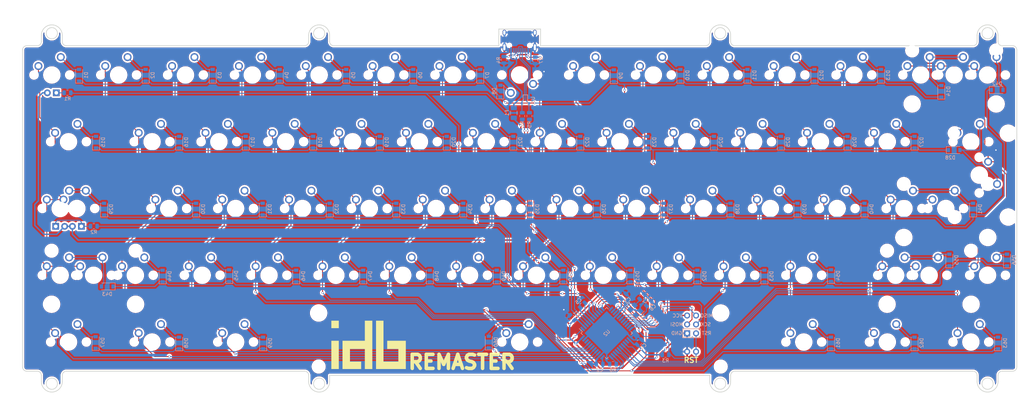
<source format=kicad_pcb>
(kicad_pcb (version 20210925) (generator pcbnew)
  (layers (0 "F.Cu" signal) (31 "B.Cu" signal) (34 "B.Paste" user) (35 "F.Paste" user) (36 "B.SilkS" user "B.Silkscreen") (37 "F.SilkS" user "F.Silkscreen") (38 "B.Mask" user) (39 "F.Mask" user) (44 "Edge.Cuts" user))
  (net 0 "")
  (net 1 "GND")
  (net 2 "+5V")
  (net 3 "row1")
  (net 4 "Net-(D1-Pad2)")
  (net 5 "Net-(D2-Pad2)")
  (net 6 "Net-(D3-Pad2)")
  (net 7 "Net-(D4-Pad2)")
  (net 8 "Net-(D5-Pad2)")
  (net 9 "Net-(D6-Pad2)")
  (net 10 "Net-(D7-Pad2)")
  (net 11 "Net-(D8-Pad2)")
  (net 12 "Net-(D9-Pad2)")
  (net 13 "Net-(D10-Pad2)")
  (net 14 "Net-(D11-Pad2)")
  (net 15 "Net-(D12-Pad2)")
  (net 16 "Net-(D13-Pad2)")
  (net 17 "Net-(D14-Pad2)")
  (net 18 "row2")
  (net 19 "Net-(D15-Pad2)")
  (net 20 "Net-(D16-Pad2)")
  (net 21 "Net-(D17-Pad2)")
  (net 22 "Net-(D18-Pad2)")
  (net 23 "Net-(D19-Pad2)")
  (net 24 "Net-(D20-Pad2)")
  (net 25 "Net-(D21-Pad2)")
  (net 26 "Net-(D22-Pad2)")
  (net 27 "Net-(D23-Pad2)")
  (net 28 "Net-(D24-Pad2)")
  (net 29 "Net-(D25-Pad2)")
  (net 30 "Net-(D26-Pad2)")
  (net 31 "Net-(D27-Pad2)")
  (net 32 "Net-(D28-Pad2)")
  (net 33 "row3")
  (net 34 "Net-(D29-Pad2)")
  (net 35 "Net-(D30-Pad2)")
  (net 36 "Net-(D31-Pad2)")
  (net 37 "Net-(D32-Pad2)")
  (net 38 "Net-(D33-Pad2)")
  (net 39 "Net-(D34-Pad2)")
  (net 40 "Net-(D35-Pad2)")
  (net 41 "Net-(D36-Pad2)")
  (net 42 "Net-(D37-Pad2)")
  (net 43 "Net-(D38-Pad2)")
  (net 44 "Net-(D39-Pad2)")
  (net 45 "Net-(D40-Pad2)")
  (net 46 "Net-(D41-Pad2)")
  (net 47 "Net-(D42-Pad2)")
  (net 48 "row4")
  (net 49 "Net-(D43-Pad2)")
  (net 50 "Net-(D44-Pad2)")
  (net 51 "Net-(D45-Pad2)")
  (net 52 "Net-(D46-Pad2)")
  (net 53 "Net-(D47-Pad2)")
  (net 54 "Net-(D48-Pad2)")
  (net 55 "Net-(D49-Pad2)")
  (net 56 "Net-(D50-Pad2)")
  (net 57 "Net-(D51-Pad2)")
  (net 58 "Net-(D52-Pad2)")
  (net 59 "Net-(D53-Pad2)")
  (net 60 "Net-(D54-Pad2)")
  (net 61 "Net-(D55-Pad2)")
  (net 62 "Net-(D56-Pad2)")
  (net 63 "Net-(D57-Pad2)")
  (net 64 "Net-(D58-Pad2)")
  (net 65 "Net-(D59-Pad2)")
  (net 66 "Net-(D60-Pad2)")
  (net 67 "Net-(D61-Pad2)")
  (net 68 "Net-(D62-Pad2)")
  (net 69 "Net-(D63-Pad2)")
  (net 70 "VCC")
  (net 71 "D+")
  (net 72 "D-")
  (net 73 "Net-(K1-Pad4)")
  (net 74 "col1")
  (net 75 "col2")
  (net 76 "col3")
  (net 77 "col4")
  (net 78 "col5")
  (net 79 "col6")
  (net 80 "col7")
  (net 81 "col8")
  (net 82 "col9")
  (net 83 "col10")
  (net 84 "col11")
  (net 85 "col12")
  (net 86 "col13")
  (net 87 "Net-(K29-Pad4)")
  (net 88 "ESC_LED")
  (net 89 "CAPS_LED")
  (net 90 "XTAL1")
  (net 91 "XTAL2")
  (net 92 "RESET")
  (net 93 "MISO")
  (net 94 "Net-(R4-Pad2)")
  (net 95 "Net-(R5-Pad1)")
  (net 96 "Net-(R6-Pad1)")
  (net 97 "Net-(R7-Pad2)")
  (net 98 "Net-(R8-Pad2)")
  (net 99 "Net-(U2-Pad42)")
  (net 100 "Net-(U2-Pad25)")
  (net 101 "Net-(USB1-Pad3)")
  (net 102 "Net-(USB1-Pad9)")
  (net 103 "Net-(C5-Pad1)")
  (net 104 "MOSI")
  (net 105 "SCK")
  (net 106 "row0")
  (net 107 "col0")
  (footprint "IDB:MXOnly-1U-19mm" (layer "F.Cu") (at 0 101.53125)
    (fp_text reference "K1")
    (fp_text value " ")
  )
  (footprint "IDB:MXOnly-1U-NoLED-19mm" (layer "F.Cu") (at 19 101.53125)
    (fp_text reference "K2")
    (fp_text value " ")
  )
  (footprint "IDB:MXOnly-1U-NoLED-19mm" (layer "F.Cu") (at 38 101.53125)
    (fp_text reference "K3")
    (fp_text value " ")
  )
  (footprint "IDB:MXOnly-1U-NoLED-19mm" (layer "F.Cu") (at 57 101.53125)
    (fp_text reference "K4")
    (fp_text value " ")
  )
  (footprint "IDB:MXOnly-1U-NoLED-19mm" (layer "F.Cu") (at 76 101.53125)
    (fp_text reference "K5")
    (fp_text value " ")
  )
  (footprint "IDB:MXOnly-1U-NoLED-19mm" (layer "F.Cu") (at 95 101.53125)
    (fp_text reference "K6")
    (fp_text value " ")
  )
  (footprint "IDB:MXOnly-1U-NoLED-19mm" (layer "F.Cu") (at 114 101.53125)
    (fp_text reference "K7")
    (fp_text value " ")
  )
  (footprint "IDB:MXOnly-1U-NoLED-19mm" (layer "F.Cu") (at 152 101.53125)
    (fp_text reference "K9")
    (fp_text value " ")
  )
  (footprint "IDB:MXOnly-1U-NoLED-19mm" (layer "F.Cu") (at 171 101.53125)
    (fp_text reference "K10")
    (fp_text value " ")
  )
  (footprint "IDB:MXOnly-1U-NoLED-19mm" (layer "F.Cu") (at 190 101.53125)
    (fp_text reference "K11")
    (fp_text value " ")
  )
  (footprint "IDB:MXOnly-1U-NoLED-19mm" (layer "F.Cu") (at 209 101.53125)
    (fp_text reference "K12")
    (fp_text value " ")
  )
  (footprint "IDB:MXOnly-1U-NoLED-19mm" (layer "F.Cu") (at 228 101.53125)
    (fp_text reference "K13")
    (fp_text value " ")
  )
  (footprint "IDB:MXOnly-2U-NoLED-19mm" (layer "F.Cu") (at 256.5 101.53125)
    (fp_text reference "K14")
    (fp_text value " ")
  )
  (footprint "IDB:MXOnly-1.5U--NoLED19mm" (layer "F.Cu") (at 4.75 120.53125)
    (fp_text reference "K15")
    (fp_text value " ")
  )
  (footprint "IDB:MXOnly-1U-NoLED-19mm" (layer "F.Cu") (at 28.5 120.53125)
    (fp_text reference "K16")
    (fp_text value " ")
  )
  (footprint "IDB:MXOnly-1U-NoLED-19mm" (layer "F.Cu") (at 47.5 120.53125)
    (fp_text reference "K17")
    (fp_text value " ")
  )
  (footprint "IDB:MXOnly-1U-NoLED-19mm" (layer "F.Cu") (at 66.5 120.53125)
    (fp_text reference "K18")
    (fp_text value " ")
  )
  (footprint "IDB:MXOnly-1U-NoLED-19mm" (layer "F.Cu") (at 85.5 120.53125)
    (fp_text reference "K19")
    (fp_text value " ")
  )
  (footprint "IDB:MXOnly-1U-NoLED-19mm" (layer "F.Cu") (at 104.5 120.53125)
    (fp_text reference "K20")
    (fp_text value " ")
  )
  (footprint "IDB:MXOnly-1U-NoLED-19mm" (layer "F.Cu") (at 123.5 120.53125)
    (fp_text reference "K21")
    (fp_text value " ")
  )
  (footprint "IDB:MXOnly-1U-NoLED-19mm" (layer "F.Cu") (at 142.5 120.53125)
    (fp_text reference "K22")
    (fp_text value " ")
  )
  (footprint "IDB:MXOnly-1U-NoLED-19mm" (layer "F.Cu") (at 161.5 120.53125)
    (fp_text reference "K23")
    (fp_text value " ")
  )
  (footprint "IDB:MXOnly-1U-NoLED-19mm" (layer "F.Cu") (at 180.5 120.53125)
    (fp_text reference "K24")
    (fp_text value " ")
  )
  (footprint "IDB:MXOnly-1U-NoLED-19mm" (layer "F.Cu") (at 199.5 120.53125)
    (fp_text reference "K25")
    (fp_text value " ")
  )
  (footprint "IDB:MXOnly-1U-NoLED-19mm" (layer "F.Cu") (at 218.5 120.53125)
    (fp_text reference "K26")
    (fp_text value " ")
  )
  (footprint "IDB:MXOnly-1U-NoLED-19mm" (layer "F.Cu") (at 237.5 120.53125)
    (fp_text reference "K27")
    (fp_text value " ")
  )
  (footprint "IDB:MXOnly-1.5U--NoLED19mm" (layer "F.Cu") (at 261.25 120.53125)
    (fp_text reference "K28")
    (fp_text value " ")
  )
  (footprint "IDB:MXOnly-1.75U-19mm" (layer "F.Cu") (at 7.125 139.53125)
    (fp_text reference "K29")
    (fp_text value " ")
  )
  (footprint "IDB:MXOnly-1U-NoLED-19mm" (layer "F.Cu") (at 52.25 139.53125)
    (fp_text reference "K31")
    (fp_text value " ")
  )
  (footprint "IDB:MXOnly-1U-NoLED-19mm" (layer "F.Cu") (at 71.25 139.53125)
    (fp_text reference "K32")
    (fp_text value " ")
  )
  (footprint "IDB:MXOnly-1U-NoLED-19mm" (layer "F.Cu") (at 90.25 139.53125)
    (fp_text reference "K33")
    (fp_text value " ")
  )
  (footprint "IDB:MXOnly-1U-NoLED-19mm" (layer "F.Cu") (at 109.25 139.53125)
    (fp_text reference "K34")
    (fp_text value " ")
  )
  (footprint "IDB:MXOnly-1U-NoLED-19mm" (layer "F.Cu") (at 128.25 139.53125)
    (fp_text reference "K35")
    (fp_text value " ")
  )
  (footprint "IDB:MXOnly-1U-NoLED-19mm" (layer "F.Cu") (at 166.25 139.53125)
    (fp_text reference "K37")
    (fp_text value " ")
  )
  (footprint "IDB:MXOnly-1U-NoLED-19mm" (layer "F.Cu") (at 185.25 139.53125)
    (fp_text reference "K38")
    (fp_text value " ")
  )
  (footprint "IDB:MXOnly-1U-NoLED-19mm" (layer "F.Cu") (at 204.25 139.53125)
    (fp_text reference "K39")
    (fp_text value " ")
  )
  (footprint "IDB:MXOnly-1U-NoLED-19mm" (layer "F.Cu") (at 223.25 139.53125)
    (fp_text reference "K40")
    (fp_text value " ")
  )
  (footprint "IDB:MXOnly-1U-NoLED-19mm" (layer "F.Cu") (at 242.25 139.53125)
    (fp_text reference "K41")
    (fp_text value " ")
  )
  (footprint "IDB:MXOnly-1.25U-NoLED-19mm" (layer "F.Cu") (at 2.375 158.53125)
    (fp_text reference "K43")
    (fp_text value " ")
  )
  (footprint "IDB:MXOnly-1U-NoLED-19mm" (layer "F.Cu") (at 23.75 158.53125)
    (fp_text reference "K44")
    (fp_text value " ")
  )
  (footprint "IDB:MXOnly-1U-NoLED-19mm" (layer "F.Cu") (at 42.75 158.53125)
    (fp_text reference "K45")
    (fp_text value " ")
  )
  (footprint "IDB:MXOnly-1U-NoLED-19mm" (layer "F.Cu") (at 61.75 158.53125)
    (fp_text reference "K46")
    (fp_text value " ")
  )
  (footprint "IDB:MXOnly-1U-NoLED-19mm" (layer "F.Cu") (at 80.75 158.53125)
    (fp_text reference "K47")
    (fp_text value " ")
  )
  (footprint "IDB:MXOnly-1U-NoLED-19mm" (layer "F.Cu") (at 99.75 158.53125)
    (fp_text reference "K48")
    (fp_text value " ")
  )
  (footprint "IDB:MXOnly-1U-NoLED-19mm" (layer "F.Cu") (at 118.75 158.53125)
    (fp_text reference "K49")
    (fp_text value " ")
  )
  (footprint "IDB:MXOnly-1U-NoLED-19mm" (layer "F.Cu") (at 137.75 158.53125)
    (fp_text reference "K50")
    (fp_text value " ")
  )
  (footprint "IDB:MXOnly-1U-NoLED-19mm" (layer "F.Cu") (at 175.75 158.53125)
    (fp_text reference "K52")
    (fp_text value " ")
  )
  (footprint "IDB:MXOnly-1U-NoLED-19mm" (layer "F.Cu") (at 194.75 158.53125)
    (fp_text reference "K53")
    (fp_text value " ")
  )
  (footprint "IDB:MXOnly-1U-NoLED-19mm" (layer "F.Cu") (at 213.75 158.53125)
    (fp_text reference "K54")
    (fp_text value " ")
  )
  (footprint "IDB:MXOnly-1.75U-NoLED-19mm" (layer "F.Cu") (at 239.875 158.53125)
    (fp_text reference "K55")
    (fp_text value " ")
  )
  (footprint "IDB:MXOnly-1.5U--NoLED19mm" (layer "F.Cu") (at 4.75 177.53125)
    (fp_text reference "K57")
    (fp_text value " ")
  )
  (footprint "IDB:MXOnly-1U-NoLED-19mm" (layer "F.Cu") (at 28.5 177.53125)
    (fp_text reference "K58")
    (fp_text value " ")
  )
  (footprint "IDB:MXOnly-1.5U--NoLED19mm" (layer "F.Cu") (at 52.25 177.53125)
    (fp_text reference "K59")
    (fp_text value " ")
  )
  (footprint "IDB:MXOnly-7U-ReversedStabilizers-NoLED-19mm" (layer "F.Cu") (at 133 177.53125)
    (fp_text reference "K60")
    (fp_text value " ")
  )
  (footprint "IDB:MXOnly-1.5U--NoLED19mm" (layer "F.Cu") (at 213.75 177.53125)
    (fp_text reference "K61")
    (fp_text value " ")
  )
  (footprint "IDB:MXOnly-1U-NoLED-19mm" (layer "F.Cu") (at 237.5 177.53125)
    (fp_text reference "K62")
    (fp_text value " ")
  )
  (footprint "IDB:MXOnly-1.5U--NoLED19mm" (layer "F.Cu") (at 261.25 177.53125)
    (fp_text reference "K63")
    (fp_text value " ")
  )
  (footprint "IDB:MXOnly-1U-NoLED-19mm" (layer "F.Cu") (at 247 101.53125)
    (fp_text reference "K14_1")
    (fp_text value " ")
  )
  (footprint "IDB:MXOnly-ISO-ROTATED-NoLED-19mm" (layer "F.Cu") (at 263.625 130.03125)
    (fp_text reference "K28_1")
    (fp_text value " ")
  )
  (footprint "IDB:MXOnly-1.25U-ReverseLED19mm" (layer "F.Cu") (at 2.375 139.53125)
    (fp_text reference "K29_1")
    (fp_text value " ")
  )
  (footprint "IDB:MXOnly-2.25U-NoLED-19mm" (layer "F.Cu") (at 11.875 158.53125)
    (fp_text reference "K43_1")
    (fp_text value " ")
  )
  (footprint "IDB:MXOnly-2.75U-NoLED-19mm" (layer "F.Cu") (at 249.375 158.53125)
    (fp_text reference "K55_1")
    (fp_text value " ")
  )
  (footprint "IDB:MXOnly-1U-NoLED-19mm" (layer "F.Cu") (at 266 101.53125)
    (fp_text reference "K42")
    (fp_text value " ")
  )
  (footprint "IDB:MXOnly-1U-NoLED-19mm" (layer "F.Cu") (at 147.25 139.53125)
    (fp_text reference "K36")
    (fp_text value " ")
  )
  (footprint "IDB:MXOnly-1U-NoLED-19mm" (layer "F.Cu") (at 33.25 139.53125)
    (fp_text reference "K30")
    (fp_text value " ")
  )
  (footprint "IDB:MXOnly-1U-NoLED-19mm" (layer "F.Cu") (at 266 158.53125)
    (fp_text reference "K56")
    (fp_text value " ")
  )
  (footprint "IDB:MXOnly-1U-NoLED-19mm" (layer "F.Cu") (at 156.75 158.53125)
    (fp_text reference "K51")
    (fp_text value " ")
  )
  (footprint "IDB:MXOnly-2.25U-NoLED-19mm" (layer "F.Cu") (at 254.125 139.53125)
    (fp_text reference "K41_1")
    (fp_text value " ")
  )
  (footprint "IDB:Reset_holes" (layer "F.Cu") (at 180.594 180.27125)
    (fp_text reference "RST" hide)
    (fp_text value "JP1" hide)
  )
  (footprint "IDB:MXOnly-1U-NoLED-19mm" (layer "F.Cu") (at 133.00056 101.5272 180)
    (fp_text reference "K8")
    (fp_text value " ")
  )
  (footprint "Graphics:idb" (layer "F.Cu") (at 90.043 178.23925)
    (fp_text reference "G***" hide)
    (fp_text value "LOGO" hide)
  )
  (footprint "random-keyboard-parts:D_SOD-123-Pretty" (layer "B.Cu") (at 188.214 120.65 90)
    (fp_text reference "D24")
    (fp_text value "D")
  )
  (footprint "random-keyboard-parts:D_SOD-123-Pretty" (layer "B.Cu") (at 207.264 120.65 90)
    (fp_text reference "D25")
    (fp_text value "D")
  )
  (footprint "random-keyboard-parts:D_SOD-123-Pretty" (layer "B.Cu") (at 78.994 139.7 90)
    (fp_text reference "D32")
    (fp_text value "D")
  )
  (footprint "random-keyboard-parts:D_SOD-123-Pretty" (layer "B.Cu") (at 97.917 139.7 90)
    (fp_text reference "D33")
    (fp_text value "D")
  )
  (footprint "random-keyboard-parts:D_SOD-123-Pretty" (layer "B.Cu") (at 31.496 158.75 90)
    (fp_text reference "D44")
    (fp_text value "D")
  )
  (footprint "random-keyboard-parts:D_SOD-123-Pretty" (layer "B.Cu") (at 50.419 158.623 90)
    (fp_text reference "D45")
    (fp_text value "D")
  )
  (footprint "random-keyboard-parts:D_SOD-123-Pretty" (layer "B.Cu") (at 88.519 158.75 90)
    (fp_text reference "D47")
    (fp_text value "D")
  )
  (footprint "random-keyboard-parts:D_SOD-123-Pretty" (layer "B.Cu") (at 202.565 158.75 90)
    (fp_text reference "D53")
    (fp_text value "D")
  )
  (footprint "random-keyboard-parts:D_SOD-123-Pretty" (layer "B.Cu") (at 271.526 154.178 90)
    (fp_text reference "D56")
    (fp_text value "D")
  )
  (footprint "random-keyboard-parts:D_SOD-123-Pretty" (layer "B.Cu") (at 36.195 177.8 90)
    (fp_text reference "D58")
    (fp_text value "D")
  )
  (footprint "random-keyboard-parts:D_SOD-123-Pretty" (layer "B.Cu") (at 60.071 177.8 90)
    (fp_text reference "D59")
    (fp_text value "D")
  )
  (footprint "random-keyboard-parts:D_SOD-123-Pretty" (layer "B.Cu") (at 124.206 177.546 90)
    (fp_text reference "D60")
    (fp_text value "D")
  )
  (footprint "random-keyboard-parts:D_SOD-123-Pretty" (layer "B.Cu") (at 245.237 177.8 90)
    (fp_text reference "D62")
    (fp_text value "D")
  )
  (footprint "random-keyboard-parts:D_SOD-123-Pretty" (layer "B.Cu") (at 268.986 177.8 90)
    (fp_text reference "D63")
    (fp_text value "D")
  )
  (footprint "random-keyboard-parts:D_SOD-123-Pretty" (layer "B.Cu") (at 121.793 101.6 90)
    (fp_text reference "D7")
    (fp_text value "D")
  )
  (footprint "random-keyboard-parts:D_SOD-123-Pretty" (layer "B.Cu") (at 235.712 101.6 90)
    (fp_text reference "D13")
    (fp_text value "D")
  )
  (footprint "random-keyboard-parts:D_SOD-123-Pretty" (layer "B.Cu") (at 197.739 101.6 90)
    (fp_text reference "D11")
    (fp_text value "D")
  )
  (footprint "random-keyboard-parts:D_SOD-123-Pretty" (layer "B.Cu") (at 74.295 120.65 90)
    (fp_text reference "D18")
    (fp_text value "D")
  )
  (footprint "random-keyboard-parts:D_SOD-123-Pretty" (layer "B.Cu") (at 36.195 120.65 90)
    (fp_text reference "D16")
    (fp_text value "D")
  )
  (footprint "random-keyboard-parts:D_SOD-123-Pretty" (layer "B.Cu") (at 12.573 120.65 90)
    (fp_text reference "D15")
    (fp_text value "D")
  )
  (footprint "random-keyboard-parts:D_SOD-123-Pretty" (layer "B.Cu") (at 45.72 101.6 90)
    (fp_text reference "D3")
    (fp_text value "D")
  )
  (footprint "random-keyboard-parts:D_SOD-123-Pretty" (layer "B.Cu") (at 26.67 101.6 90)
    (fp_text reference "D2")
    (fp_text value "D")
  )
  (footprint "random-keyboard-parts:D_SOD-123-Pretty" (layer "B.Cu") (at 178.689 101.6 90)
    (fp_text reference "D10")
    (fp_text value "D")
  )
  (footprint "random-keyboard-parts:D_SOD-123-Pretty" (layer "B.Cu") (at 55.118 120.65 90)
    (fp_text reference "D17")
    (fp_text value "D")
  )
  (footprint "random-keyboard-parts:D_SOD-123-Pretty" (layer "B.Cu") (at 127.508 106.10325 90)
    (fp_text reference "D8")
    (fp_text value "D")
  )
  (footprint "random-keyboard-parts:D_SOD-123-Pretty" (layer "B.Cu") (at 64.77 101.6 90)
    (fp_text reference "D4")
    (fp_text value "D")
  )
  (footprint "random-keyboard-parts:D_SOD-123-Pretty" (layer "B.Cu") (at 102.743 101.6 90)
    (fp_text reference "D6")
    (fp_text value "D")
  )
  (footprint "random-keyboard-parts:D_SOD-123-Pretty" (layer "B.Cu") (at 93.218 120.65 90)
    (fp_text reference "D19")
    (fp_text value "D")
  )
  (footprint "random-keyboard-parts:D_SOD-123-Pretty" (layer "B.Cu") (at 216.789 101.6 90)
    (fp_text reference "D12")
    (fp_text value "D")
  )
  (footprint "random-keyboard-parts:D_SOD-123-Pretty" (layer "B.Cu") (at 159.766 101.727 90)
    (fp_text reference "D9")
    (fp_text value "D")
  )
  (footprint "random-keyboard-parts:D_SOD-123-Pretty" (layer "B.Cu") (at 252.857 106.172 90)
    (fp_text reference "D14")
    (fp_text value "D")
  )
  (footprint "random-keyboard-parts:D_SOD-123-Pretty" (layer "B.Cu") (at 83.693 101.6 90)
    (fp_text reference "D5")
    (fp_text value "D")
  )
  (footprint "random-keyboard-parts:D_SOD-123-Pretty" (layer "B.Cu") (at 7.747 101.6 90)
    (fp_text reference "D1")
    (fp_text value "D")
  )
  (footprint "Resistor_SMD:R_0805_2012Metric" (layer "B.Cu") (at 11.938 144.58425)
    (fp_text reference "R2")
    (fp_text value "680")
  )
  (footprint "random-keyboard-parts:D_SOD-123-Pretty" (layer "B.Cu") (at 231.013 139.7 90)
    (fp_text reference "D40")
    (fp_text value "D")
  )
  (footprint "random-keyboard-parts:D_SOD-123-Pretty" (layer "B.Cu") (at 268.732 105.791)
    (fp_text reference "D42")
    (fp_text value "D")
  )
  (footprint "random-keyboard-parts:D_SOD-123-Pretty" (layer "B.Cu") (at 15.748 161.72925 180)
    (fp_text reference "D43")
    (fp_text value "D")
  )
  (footprint "random-keyboard-parts:D_SOD-123-Pretty" (layer "B.Cu") (at 255.143 154.178 90)
    (fp_text reference "D55")
    (fp_text value "D")
  )
  (footprint "random-keyboard-parts:D_SOD-123-Pretty" (layer "B.Cu") (at 164.465 158.75 90)
    (fp_text reference "D51")
    (fp_text value "D")
  )
  (footprint "random-keyboard-parts:D_SOD-123-Pretty" (layer "B.Cu") (at 69.469 158.75 90)
    (fp_text reference "D46")
    (fp_text value "D")
  )
  (footprint "random-keyboard-parts:D_SOD-123-Pretty" (layer "B.Cu") (at 183.515 158.75 90)
    (fp_text reference "D52")
    (fp_text value "D")
  )
  (footprint "random-keyboard-parts:D_SOD-123-Pretty" (layer "B.Cu") (at 107.442 158.75 90)
    (fp_text reference "D48")
    (fp_text value "D")
  )
  (footprint "random-keyboard-parts:D_SOD-123-Pretty" (layer "B.Cu") (at 211.963 139.7 90)
    (fp_text reference "D39")
    (fp_text value "D")
  )
  (footprint "random-keyboard-parts:D_SOD-123-Pretty" (layer "B.Cu") (at 192.913 139.7 90)
    (fp_text reference "D38")
    (fp_text value "D")
  )
  (footprint "random-keyboard-parts:D_SOD-123-Pretty" (layer "B.Cu") (at 261.874 139.7 90)
    (fp_text reference "D41")
    (fp_text value "D")
  )
  (footprint "random-keyboard-parts:D_SOD-123-Pretty" (layer "B.Cu") (at 145.415 158.75 90)
    (fp_text reference "D50")
    (fp_text value "D")
  )
  (footprint "random-keyboard-parts:D_SOD-123-Pretty" (layer "B.Cu") (at 126.492 158.75 90)
    (fp_text reference "D49")
    (fp_text value "D")
  )
  (footprint "random-keyboard-parts:D_SOD-123-Pretty" (layer "B.Cu") (at 256.50108 122.90634)
    (fp_text reference "D28")
    (fp_text value "D")
  )
  (footprint "random-keyboard-parts:D_SOD-123-Pretty" (layer "B.Cu") (at 112.268 120.65 90)
    (fp_text reference "D20")
    (fp_text value "D")
  )
  (footprint "random-keyboard-parts:D_SOD-123-Pretty" (layer "B.Cu") (at 131.191 120.65 90)
    (fp_text reference "D21")
    (fp_text value "D")
  )
  (footprint "random-keyboard-parts:D_SOD-123-Pretty" (layer "B.Cu") (at 59.944 139.7 90)
    (fp_text reference "D31")
    (fp_text value "D")
  )
  (footprint "random-keyboard-parts:D_SOD-123-Pretty" (layer "B.Cu") (at 41.021 139.7 90)
    (fp_text reference "D30")
    (fp_text value "D")
  )
  (footprint "random-keyboard-parts:D_SOD-123-Pretty" (layer "B.Cu") (at 173.99 139.7 90)
    (fp_text reference "D37")
    (fp_text value "D")
  )
  (footprint "random-keyboard-parts:D_SOD-123-Pretty" (layer "B.Cu") (at 245.237 120.65 90)
    (fp_text reference "D27")
    (fp_text value "D")
  )
  (footprint "random-keyboard-parts:D_SOD-123-Pretty" (layer "B.Cu") (at 154.94 139.7 90)
    (fp_text reference "D36")
    (fp_text value "D")
  )
  (footprint "random-keyboard-parts:D_SOD-123-Pretty" (layer "B.Cu") (at 226.187 120.65 90)
    (fp_text reference "D26")
    (fp_text value "D")
  )
  (footprint "random-keyboard-parts:D_SOD-123-Pretty" (layer "B.Cu") (at 116.967 139.7 90)
    (fp_text reference "D34")
    (fp_text value "D")
  )
  (footprint "random-keyboard-parts:D_SOD-123-Pretty" (layer "B.Cu") (at 150.241 120.65 90)
    (fp_text reference "D22")
    (fp_text value "D")
  )
  (footprint "random-keyboard-parts:D_SOD-123-Pretty" (layer "B.Cu") (at 14.859 139.7 90)
    (fp_text reference "D29")
    (fp_text value "D")
  )
  (footprint "random-keyboard-parts:D_SOD-123-Pretty" (layer "B.Cu") (at 169.291 120.65 90)
    (fp_text reference "D23")
    (fp_text value "D")
  )
  (footprint "random-keyboard-parts:D_SOD-123-Pretty" (layer "B.Cu") (at 136.017 139.7 90)
    (fp_text reference "D35")
    (fp_text value "D")
  )
  (footprint "random-keyboard-parts:D_SOD-123-Pretty" (layer "B.Cu") (at 12.446 177.673 90)
    (fp_text reference "D57")
    (fp_text value "D")
  )
  (footprint "random-keyboard-parts:D_SOD-123-Pretty" (layer "B.Cu") (at 221.488 177.8 90)
    (fp_text reference "D61")
    (fp_text value "D")
  )
  (footprint "Capacitor_SMD:C_0805_2012Metric" (layer "B.Cu") (at 147.927087 170.61925 135)
    (fp_text reference "C1")
    (fp_text value "10uF")
  )
  (footprint "Capacitor_SMD:C_0805_2012Metric" (layer "B.Cu") (at 155.702 183.82725 180)
    (fp_text reference "C2")
    (fp_text value "0.1uF")
  )
  (footprint "Capacitor_SMD:C_0805_2012Metric" (layer "B.Cu") (at 162.56 164.52325 45)
    (fp_text reference "C3")
    (fp_text value "0.1uF")
  )
  (footprint "Capacitor_SMD:C_0805_2012Metric" (layer "B.Cu") (at 167.005 177.60425 45)
    (fp_text reference "C4")
    (fp_text value "0.1uF")
  )
  (footprint "Capacitor_SMD:C_0805_2012Metric" (layer "B.Cu") (at 150.876 167.06325 -135)
    (fp_text reference "C5")
    (fp_text value "1uF")
  )
  (footprint "Capacitor_SMD:C_0805_2012Metric" (layer "B.Cu") (at 169.672 166.55525 45)
    (fp_text reference "C6")
    (fp_text value "22pF")
  )
  (footprint "Capacitor_SMD:C_0805_2012Metric" (layer "B.Cu") (at 167.767 164.65025 45)
    (fp_text reference "C7")
    (fp_text value "22pF")
  )
  (footprint "Fuse:Fuse_1206_3216Metric" (layer "B.Cu") (at 131.318 112.32625 90)
    (fp_text reference "F1")
    (fp_text value "500mA")
  )
  (footprint "random-keyboard-parts:Reset_Pretty-Mask" (layer "B.Cu") (at 181.864 172.52425 180)
    (fp_text reference "J1")
    (fp_text value "AVR-ISP-6")
  )
  (footprint "Resistor_SMD:R_0805_2012Metric" (layer "B.Cu") (at 174.4495 181.16025)
    (fp_text reference "R3")
    (fp_text value "10k")
  )
  (footprint "Resistor_SMD:R_0805_2012Metric" (layer "B.Cu") (at 128.524 97.21325 90)
    (fp_text reference "R4")
    (fp_text value "5k1")
  )
  (footprint "Resistor_SMD:R_0805_2012Metric" (layer "B.Cu") (at 135.763 113.21525 90)
    (fp_text reference "R5")
    (fp_text value "22")
  )
  (footprint "Resistor_SMD:R_0805_2012Metric" (layer "B.Cu") (at 133.731 113.21525 90)
    (fp_text reference "R6")
    (fp_text value "22")
  )
  (footprint "Resistor_SMD:R_0805_2012Metric" (layer "B.Cu") (at 137.414 97.38875 90)
    (fp_text reference "R7")
    (fp_text value "5k1")
  )
  (footprint "Resistor_SMD:R_0805_2012Metric" (layer "B.Cu") (at 159.512 183.82725)
    (fp_text reference "R8")
    (fp_text value "10k")
  )
  (footprint "random-keyboard-parts:SOT143B" (layer "B.Cu") (at 134.62 108.64325 180)
    (fp_text reference "U1")
    (fp_text value "PRTR5V0U2X")
  )
  (footprint "Package_QFP:TQFP-44_10x10mm_P0.8mm" (layer "B.Cu") (at 157.734 175.006 -45)
    (fp_text reference "U2")
    (fp_text value "ATmega32U4-AU")
  )
  (footprint "random-keyboard-parts:D_SOD-123-Pretty" (layer "B.Cu") (at 221.488 158.623 90)
    (fp_text reference "D54")
    (fp_text value "D")
  )
  (footprint "Type-C:HRO-TYPE-C-31-M-12-Assembly" (layer "B.Cu") (at 132.969 86.868)
    (fp_text reference "USB1" hide)
    (fp_text value "HRO-TYPE-C-31-M-12")
  )
  (footprint "Resistor_SMD:R_0805_2012Metric" (layer "B.Cu") (at 4.445 106.61125)
    (fp_text reference "R1")
    (fp_text value "680")
  )
  (footprint "Crystal:Crystal_SMD_3225-4Pin_3.2x2.5mm" (layer "B.Cu") (at 165.862 168.46025 135)
    (fp_text reference "Y1")
    (fp_text value "16mHz")
  )
  (gr_line (start 80.1528 93.2121) (end 127.0591 93.2121) (layer "Edge.Cuts") (width 0.2))
  (gr_line (start 127.0591 93.2121) (end 127.0591 88.4621) (layer "Edge.Cuts") (width 0.2))
  (gr_line (start 138.9341 88.4621) (end 138.9341 93.2121) (layer "Edge.Cuts") (width 0.2))
  (gr_line (start 185.8403 93.2121) (end 138.9341 93.2121) (layer "Edge.Cuts") (width 0.2))
  (gr_line (start -8.3159 184.6496) (end -8.3159 94.3996) (layer "Edge.Cuts") (width 0.2))
  (gr_line (start -4.1597 93.2121) (end -7.1284 93.2121) (layer "Edge.Cuts") (width 0.2))
  (gr_arc (start 185.8403 92.0246) (end 185.8403 93.2121) (angle -90) (layer "Edge.Cuts") (width 0.2))
  (gr_line (start 192.9653 188.8059) (end 192.9653 187.0246) (layer "Edge.Cuts") (width 0.2))
  (gr_arc (start 71.8403 187.0246) (end 73.0278 187.0246) (angle -90) (layer "Edge.Cuts") (width 0.2))
  (gr_arc (start 71.8403 92.0246) (end 71.8403 93.2121) (angle -90) (layer "Edge.Cuts") (width 0.2))
  (gr_arc (start 194.1528 92.0246) (end 192.9653 92.0246) (angle -90) (layer "Edge.Cuts") (width 0.2))
  (gr_arc (start -7.1284 184.6496) (end -8.3159 184.6496) (angle -90) (layer "Edge.Cuts") (width 0.2))
  (gr_arc (start -7.1284 94.3996) (end -7.1284 93.2121) (angle -90) (layer "Edge.Cuts") (width 0.2))
  (gr_line (start 263.0278 90.2434) (end 263.0278 92.0246) (layer "Edge.Cuts") (width 0.2))
  (gr_arc (start -0.0034 188.8059) (end -2.9721 188.8059) (angle -180) (layer "Edge.Cuts") (width 0.2))
  (gr_line (start 2.9653 188.8059) (end 2.9653 187.0246) (layer "Edge.Cuts") (width 0.2))
  (gr_line (start 73.0278 90.2434) (end 73.0278 92.0246) (layer "Edge.Cuts") (width 0.2))
  (gr_line (start 192.9653 90.2434) (end 192.9653 92.0246) (layer "Edge.Cuts") (width 0.2))
  (gr_circle (center 75.9968 189.3977) (end 77.5968 189.3977) (layer "Edge.Cuts") (width 0.2) (fill none))
  (gr_circle (center 75.9968 89.6493) (end 77.5968 89.6493) (layer "Edge.Cuts") (width 0.2) (fill none))
  (gr_circle (center 265.996399 189.3977) (end 267.596399 189.3977) (layer "Edge.Cuts") (width 0.2) (fill none))
  (gr_line (start 78.9653 187.0246) (end 187.0278 187.0246) (layer "Edge.Cuts") (width 0.2))
  (gr_line (start 274.3091 94.3996) (end 274.3091 184.6496) (layer "Edge.Cuts") (width 0.2))
  (gr_line (start 78.9653 188.8059) (end 78.9653 187.0246) (layer "Edge.Cuts") (width 0.2))
  (gr_line (start 71.8403 93.2121) (end 4.1528 93.2121) (layer "Edge.Cuts") (width 0.2))
  (gr_arc (start 273.1216 94.3996) (end 274.3091 94.3996) (angle -90) (layer "Edge.Cuts") (width 0.2))
  (gr_line (start -2.9722 188.8059) (end -2.9722 187.0246) (layer "Edge.Cuts") (width 0.2))
  (gr_arc (start -0.0034 90.2434) (end 2.9654 90.2434) (angle -180) (layer "Edge.Cuts") (width 0.2))
  (gr_arc (start 265.9966 90.2434) (end 268.965399 90.2434) (angle -180) (layer "Edge.Cuts") (width 0.2))
  (gr_arc (start 75.9966 90.2434) (end 78.9653 90.2434) (angle -180) (layer "Edge.Cuts") (width 0.2))
  (gr_line (start 194.1528 93.2121) (end 261.8403 93.2121) (layer "Edge.Cuts") (width 0.2))
  (gr_arc (start 261.8403 92.0246) (end 261.8403 93.2121) (angle -90) (layer "Edge.Cuts") (width 0.2))
  (gr_line (start -2.9722 90.2434) (end -2.9722 92.0246) (layer "Edge.Cuts") (width 0.2))
  (gr_arc (start 4.1528 187.0246) (end 4.1528 185.8371) (angle -90) (layer "Edge.Cuts") (width 0.2))
  (gr_arc (start -4.1597 187.0246) (end -2.9722 187.0246) (angle -90) (layer "Edge.Cuts") (width 0.2))
  (gr_line (start 263.0278 188.8059) (end 263.0278 187.0246) (layer "Edge.Cuts") (width 0.2))
  (gr_arc (start 270.1528 187.0246) (end 270.1528 185.8371) (angle -90) (layer "Edge.Cuts") (width 0.2))
  (gr_circle (center 265.996399 89.6493) (end 267.596399 89.6493) (layer "Edge.Cuts") (width 0.2) (fill none))
  (gr_arc (start 273.1216 184.6496) (end 273.1216 185.837101) (angle -90) (layer "Edge.Cuts") (width 0.2))
  (gr_line (start 4.1528 185.8371) (end 71.8403 185.8371) (layer "Edge.Cuts") (width 0.2))
  (gr_arc (start 270.1528 92.0246) (end 268.9653 92.0246) (angle -90) (layer "Edge.Cuts") (width 0.2))
  (gr_arc (start -4.1597 92.0246) (end -4.1597 93.2121) (angle -90) (layer "Edge.Cuts") (width 0.2))
  (gr_line (start 194.1528 185.8371) (end 261.8403 185.8371) (layer "Edge.Cuts") (width 0.2))
  (gr_line (start 268.9653 90.2434) (end 268.9653 92.0246) (layer "Edge.Cuts") (width 0.2))
  (gr_line (start -4.1597 185.8371) (end -7.1284 185.8371) (layer "Edge.Cuts") (width 0.2))
  (gr_circle (center -0.0025 189.3977) (end 1.5975 189.3977) (layer "Edge.Cuts") (width 0.2) (fill none))
  (gr_line (start 187.0278 90.2434) (end 187.0278 92.0246) (layer "Edge.Cuts") (width 0.2))
  (gr_arc (start 265.9966 188.8059) (end 263.0278 188.8059) (angle -180) (layer "Edge.Cuts") (width 0.2))
  (gr_arc (start 194.1528 187.0246) (end 194.1528 185.8371) (angle -90) (layer "Edge.Cuts") (width 0.2))
  (gr_line (start 73.0278 188.8059) (end 73.0278 187.0246) (layer "Edge.Cuts") (width 0.2))
  (gr_arc (start 189.9966 90.2434) (end 192.9653 90.2434) (angle -180) (layer "Edge.Cuts") (width 0.2))
  (gr_arc (start 4.1528 92.0246) (end 2.9653 92.0246) (angle -90) (layer "Edge.Cuts") (width 0.2))
  (gr_circle (center -0.0025 89.6493) (end 1.5975 89.6493) (layer "Edge.Cuts") (width 0.2) (fill none))
  (gr_line (start 138.9341 88.4621) (end 127.0591 88.4621) (layer "Edge.Cuts") (width 0.2))
  (gr_arc (start 80.1528 92.0246) (end 78.9653 92.0246) (angle -90) (layer "Edge.Cuts") (width 0.2))
  (gr_circle (center 189.9971 189.3977) (end 191.5971 189.3977) (layer "Edge.Cuts") (width 0.2) (fill none))
  (gr_circle (center 189.9971 89.6493) (end 191.5971 89.6493) (layer "Edge.Cuts") (width 0.2) (fill none))
  (gr_line (start 187.0278 188.8059) (end 187.0278 187.0246) (layer "Edge.Cuts") (width 0.2))
  (gr_arc (start 261.8403 187.0246) (end 263.0278 187.0246) (angle -90) (layer "Edge.Cuts") (width 0.2))
  (gr_arc (start 75.9966 188.8059) (end 73.0278 188.8059) (angle -180) (layer "Edge.Cuts") (width 0.2))
  (gr_line (start 270.1528 185.8371) (end 273.1216 185.8371) (layer "Edge.Cuts") (width 0.2))
  (gr_line (start 268.9653 188.8059) (end 268.9653 187.0246) (layer "Edge.Cuts") (width 0.2))
  (gr_line (start 78.9653 90.2434) (end 78.9653 92.0246) (layer "Edge.Cuts") (width 0.2))
  (gr_line (start 2.9653 90.2434) (end 2.9653 92.0246) (layer "Edge.Cuts") (width 0.2))
  (gr_arc (start 189.9966 188.8059) (end 187.0279 188.8059) (angle -180) (layer "Edge.Cuts") (width 0.2))
  (gr_line (start 270.1528 93.2121) (end 273.1216 93.2121) (layer "Edge.Cuts") (width 0.2))
  (gr_text "RST" (at 181.737 182.68425) (layer "F.SilkS") (effects (font (size 1.5 1.5) (thickness 0.3))))
  (segment (start 150.114 164.65025) (end 146.431 164.65025) (width 0.381) (layer "F.Cu") (net 1))
  (segment (start 146.336699 132.994551) (end 146.336699 134.075949) (width 0.381) (layer "F.Cu") (net 1))
  (segment (start 146.431 164.65025) (end 145.542 165.53925) (width 0.381) (layer "F.Cu") (net 1))
  (segment (start 145.542 165.53925) (end 145.542 168.33325) (width 0.381) (layer "F.Cu") (net 1))
  (segment (start 146.336699 119.978949) (end 139.908001 113.550251) (width 0.381) (layer "F.Cu") (net 1))
  (segment (start 146.336699 132.994551) (end 146.336699 119.978949) (width 0.381) (layer "F.Cu") (net 1))
  (segment (start 146.336699 134.075949) (end 149.86 137.59925) (width 0.381) (layer "F.Cu") (net 1))
  (segment (start 139.908001 113.550251) (end 139.908001 100.561249) (width 0.381) (layer "F.Cu") (net 1))
  (segment (start 150.114 137.85325) (end 149.86 137.59925) (width 0.381) (layer "F.Cu") (net 1))
  (segment (start 150.114 164.65025) (end 150.114 137.85325) (width 0.381) (layer "F.Cu") (net 1))
  (via (at 150.114 164.65025) (size 0.6) (drill 0.4) (layers "F.Cu" "B.Cu") (net 1))
  (via (at 268.37613 122.90634) (size 0.6) (drill 0.4) (layers "F.Cu" "B.Cu") (net 1))
  (via (at 145.542 168.33325) (size 0.6) (drill 0.4) (layers "F.Cu" "B.Cu") (net 1))
  (via (at 139.908001 100.561249) (size 0.6) (drill 0.4) (layers "F.Cu" "B.Cu") (net 1))
  (segment (start 136.194 94.563) (end 136.194 97.18475) (width 0.381) (layer "B.Cu") (net 1))
  (segment (start 168.429913 163.987337) (end 168.429913 166.286517) (width 0.381) (layer "B.Cu") (net 1))
  (segment (start 167.240858 167.688499) (end 167.240858 168.637027) (width 0.381) (layer "B.Cu") (net 1))
  (segment (start 153.738846 175.630404) (end 156.659846 175.630404) (width 0.381) (layer "B.Cu") (net 1))
  (segment (start 129.647499 94.466499) (end 129.647499 94.563) (width 0.381) (layer "B.Cu") (net 1))
  (segment (start 139.908001 104.336249) (end 136.351 107.89325) (width 0.381) (layer "B.Cu") (net 1))
  (segment (start 167.667913 176.941337) (end 165.326191 176.941337) (width 0.381) (layer "B.Cu") (net 1))
  (segment (start 157.699208 175.607042) (end 157.48 175.82625) (width 0.381) (layer "B.Cu") (net 1))
  (segment (start 165.43167 168.283473) (end 164.483142 168.283473) (width 0.381) (layer "B.Cu") (net 1))
  (segment (start 160.032098 170.44516) (end 160.633138 169.84412) (width 0.381) (layer "B.Cu") (net 1))
  (segment (start 137.289 93.648) (end 137.109 93.648) (width 0.381) (layer "B.Cu") (net 1))
  (segment (start 154.7645 182.500983) (end 155.966233 181.29925) (width 0.381) (layer "B.Cu") (net 1))
  (segment (start 151.44075 176.773767) (end 152.515267 175.69925) (width 0.381) (layer "B.Cu") (net 1))
  (segment (start 128.829 93.648) (end 129.647499 94.466499) (width 0.381) (layer "B.Cu") (net 1))
  (segment (start 157.734 182.98675) (end 157.734 180.52525) (width 0.381) (layer "B.Cu") (net 1))
  (segment (start 157.48 172.997258) (end 160.032098 170.44516) (width 0.381) (layer "B.Cu") (net 1))
  (segment (start 156.659846 175.630404) (end 157.48 174.81025) (width 0.381) (layer "B.Cu") (net 1))
  (segment (start 167.240858 167.475572) (end 167.240858 167.688499) (width 0.381) (layer "B.Cu") (net 1))
  (segment (start 127.4295 98.15075) (end 128.524 98.15075) (width 0.381) (layer "B.Cu") (net 1))
  (segment (start 153.196523 176.172727) (end 153.738846 175.630404) (width 0.381) (layer "B.Cu") (net 1))
  (segment (start 139.908001 100.561249) (end 139.908001 98.945251) (width 0.381) (layer "B.Cu") (net 1))
  (segment (start 165.326191 176.941337) (end 164.592936 176.208082) (width 0.381) (layer "B.Cu") (net 1))
  (segment (start 165.938008 168.368941) (end 165.517138 168.368941) (width 0.381) (layer "B.Cu") (net 1))
  (segment (start 127.127 95.56225) (end 127.127 97.84825) (width 0.381) (layer "B.Cu") (net 1))
  (segment (start 170.900597 166.458021) (end 170.971771 166.458021) (width 0.381) (layer "B.Cu") (net 1))
  (segment (start 155.966233 181.29925) (end 157.226 180.039483) (width 0.381) (layer "B.Cu") (net 1))
  (segment (start 161.234178 169.24308) (end 161.234178 168.958598) (width 0.381) (layer "B.Cu") (net 1))
  (segment (start 129.744 94.909716) (end 129.472466 95.18125) (width 0.381) (layer "B.Cu") (net 1))
  (segment (start 136.290501 94.466499) (end 136.290501 94.563) (width 0.381) (layer "B.Cu") (net 1))
  (segment (start 179.363 175.06425) (end 180.594 175.06425) (width 0.381) (layer "B.Cu") (net 1))
  (segment (start 139.908001 98.945251) (end 139.289 98.32625) (width 0.381) (layer "B.Cu") (net 1))
  (segment (start 168.429913 166.286517) (end 167.240858 167.475572) (width 0.381) (layer "B.Cu") (net 1))
  (segment (start 127.508 95.18125) (end 127.127 95.56225) (width 0.381) (layer "B.Cu") (net 1))
  (segment (start 157.48 175.82625) (end 157.48 174.81025) (width 0.381) (layer "B.Cu") (net 1))
  (segment (start 151.44075 176.773767) (end 152.04179 176.172727) (width 0.381) (layer "B.Cu") (net 1))
  (segment (start 153.137806 171.541177) (end 154.501879 172.90525) (width 0.381) (layer "B.Cu") (net 1))
  (segment (start 139.908001 100.561249) (end 139.908001 104.336249) (width 0.381) (layer "B.Cu") (net 1))
  (segment (start 166.206094 168.637027) (end 165.938008 168.368941) (width 0.381) (layer "B.Cu") (net 1))
  (segment (start 136.351 107.89325) (end 135.62 107.89325) (width 0.381) (layer "B.Cu") (net 1))
  (segment (start 158.5745 183.82725) (end 157.734 182.98675) (width 0.381) (layer "B.Cu") (net 1))
  (segment (start 150.213087 168.616458) (end 153.137806 171.541177) (width 0.381) (layer "B.Cu") (net 1))
  (segment (start 129.744 94.563) (end 129.744 94.909716) (width 0.381) (layer "B.Cu") (net 1))
  (segment (start 147.165087 169.956337) (end 145.542 168.33325) (width 0.381) (layer "B.Cu") (net 1))
  (segment (start 170.334913 165.892337) (end 170.900597 166.458021) (width 0.381) (layer "B.Cu") (net 1))
  (segment (start 127.127 97.84825) (end 127.4295 98.15075) (width 0.381) (layer "B.Cu") (net 1))
  (segment (start 161.234178 168.958598) (end 164.172378 166.020398) (width 0.381) (layer "B.Cu") (net 1))
  (segment (start 136.194 97.18475) (end 137.541 98.53175) (width 0.381) (layer "B.Cu") (net 1))
  (segment (start 150.114 164.65025) (end 150.114 167.627076) (width 0.381) (layer "B.Cu") (net 1))
  (segment (start 180.594 180.27125) (end 180.594 175.06425) (width 0.381) (layer "B.Cu") (net 1))
  (segment (start 128.649 93.648) (end 128.829 93.648) (width 0.381) (layer "B.Cu") (net 1))
  (segment (start 154.7645 183.82725) (end 154.7645 182.500983) (width 0.381) (layer "B.Cu") (net 1))
  (segment (start 164.172378 164.809802) (end 163.222913 163.860337) (width 0.381) (layer "B.Cu") (net 1))
  (segment (start 164.592936 176.208082) (end 163.322104 174.93725) (width 0.381) (layer "B.Cu") (net 1))
  (segment (start 137.109 93.648) (end 136.290501 94.466499) (width 0.381) (layer "B.Cu") (net 1))
  (segment (start 164.592936 176.208082) (end 163.991896 175.607042) (width 0.381) (layer "B.Cu") (net 1))
  (segment (start 157.48 174.81025) (end 157.48 172.997258) (width 0.381) (layer "B.Cu") (net 1))
  (segment (start 147.264174 169.956337) (end 147.165087 169.956337) (width 0.381) (layer "B.Cu") (net 1))
  (segment (start 170.971771 166.673021) (end 179.363 175.06425) (width 0.381) (layer "B.Cu") (net 1))
  (segment (start 139.289 98.32625) (end 137.414 98.32625) (width 0.381) (layer "B.Cu") (net 1))
  (segment (start 157.48 179.785483) (end 157.48 175.82625) (width 0.381) (layer "B.Cu") (net 1))
  (segment (start 153.738846 172.142217) (end 153.137806 171.541177) (width 0.381) (layer "B.Cu") (net 1))
  (segment (start 170.971771 166.458021) (end 170.971771 166.673021) (width 0.381) (layer "B.Cu") (net 1))
  (segment (start 150.114 167.627076) (end 150.213087 167.726163) (width 0.381) (layer "B.Cu") (net 1))
  (segment (start 160.633138 169.84412) (end 161.234178 169.24308) (width 0.381) (layer "B.Cu") (net 1))
  (segment (start 150.213087 167.726163) (end 150.213087 168.616458) (width 0.381) (layer "B.Cu") (net 1))
  (segment (start 167.240858 168.637027) (end 166.206094 168.637027) (width 0.381) (layer "B.Cu") (net 1))
  (segment (start 129.472466 95.18125) (end 127.508 95.18125) (width 0.381) (layer "B.Cu") (net 1))
  (segment (start 164.172378 166.020398) (end 164.172378 164.809802) (width 0.381) (layer "B.Cu") (net 1))
  (segment (start 165.517138 168.368941) (end 165.43167 168.283473) (width 0.381) (layer "B.Cu") (net 1))
  (segment (start 153.035 166.68225) (end 147.193 172.52425) (width 0.381) (layer "F.Cu") (net 2))
  (segment (start 135.3185 148.45775) (end 135.3185 148.45775) (width 0.381) (layer "F.Cu") (net 2))
  (segment (start 162.687 184.46225) (end 167.513 179.63625) (width 0.381) (layer "F.Cu") (net 2))
  (segment (start 177.927 170.87325) (end 178.816 169.98425) (width 0.381) (layer "F.Cu") (net 2))
  (segment (start 153.162 166.55525) (end 153.035 166.68225) (width 0.381) (layer "F.Cu") (net 2))
  (segment (start 156.21 163.88825) (end 155.702 163.88825) (width 0.381) (layer "F.Cu") (net 2))
  (segment (start 148.971 178.11225) (end 155.3845 184.52575) (width 0.381) (layer "F.Cu") (net 2))
  (segment (start 140.716 166.04725) (end 147.193 172.52425) (width 0.381) (layer "F.Cu") (net 2))
  (segment (start 135.255 148.52125) (end 135.3185 148.45775) (width 0.381) (layer "F.Cu") (net 2))
  (segment (start 153.370001 166.347249) (end 153.162 166.55525) (width 0.381) (layer "F.Cu") (net 2))
  (segment (start 122.428 148.52125) (end 135.255 148.52125) (width 0.381) (layer "F.Cu") (net 2))
  (segment (start 156.591 184.97025) (end 155.829 184.97025) (width 0.381) (layer "F.Cu") (net 2))
  (segment (start 122.4915 148.45775) (end 122.428 148.52125) (width 0.381) (layer "F.Cu") (net 2))
  (segment (start 140.716 166.04725) (end 140.716 157.28425) (width 0.381) (layer "F.Cu") (net 2))
  (segment (start 178.816 169.98425) (end 180.594 169.98425) (width 0.381) (layer "F.Cu") (net 2))
  (segment (start 174.498 179.50925) (end 177.927 176.08025) (width 0.381) (layer "F.Cu") (net 2))
  (segment (start 156.591 184.97025) (end 162.179 184.97025) (width 0.381) (layer "F.Cu") (net 2))
  (segment (start 133.2865 121.02575) (end 133.2865 115.94575) (width 0.381) (layer "F.Cu") (net 2))
  (segment (start 155.829 163.88825) (end 153.162 166.55525) (width 0.381) (layer "F.Cu") (net 2))
  (segment (start 135.3185 123.05775) (end 133.2865 121.02575) (width 0.381) (layer "F.Cu") (net 2))
  (segment (start 155.829 184.97025) (end 155.3845 184.52575) (width 0.381) (layer "F.Cu") (net 2))
  (segment (start 162.179 184.97025) (end 162.687 184.46225) (width 0.381) (layer "F.Cu") (net 2))
  (segment (start 156.21 163.88825) (end 155.829 163.88825) (width 0.381) (layer "F.Cu") (net 2))
  (segment (start 177.927 176.08025) (end 177.927 170.87325) (width 0.381) (layer "F.Cu") (net 2))
  (segment (start 135.3185 128.26475) (end 135.3185 148.45775) (width 0.381) (layer "F.Cu") (net 2))
  (segment (start 140.716 157.28425) (end 138.049 154.61725) (width 0.381) (layer "F.Cu") (net 2))
  (segment (start 135.3185 128.26475) (end 135.3185 123.05775) (width 0.381) (layer "F.Cu") (net 2))
  (segment (start 160.655 163.88825) (end 156.21 163.88825) (width 0.381) (layer "F.Cu") (net 2))
  (via (at 138.049 154.61725) (size 0.6) (drill 0.4) (layers "F.Cu" "B.Cu") (net 2))
  (via (at 153.035 166.68225) (size 0.6) (drill 0.4) (layers "F.Cu" "B.Cu") (net 2))
  (via (at 148.971 178.11225) (size 0.6) (drill 0.4) (layers "F.Cu" "B.Cu") (net 2))
  (via (at 147.193 172.52425) (size 0.6) (drill 0.4) (layers "F.Cu" "B.Cu") (net 2))
  (via (at 156.591 184.97025) (size 0.6) (drill 0.4) (layers "F.Cu" "B.Cu") (net 2))
  (via (at 167.513 179.63625) (size 0.6) (drill 0.4) (layers "F.Cu" "B.Cu") (net 2))
  (via (at 133.2865 115.94575) (size 0.6) (drill 0.4) (layers "F.Cu" "B.Cu") (net 2))
  (via (at 174.498 179.50925) (size 0.6) (drill 0.4) (layers "F.Cu" "B.Cu") (net 2))
  (via (at 160.655 163.88825) (size 0.6) (drill 0.4) (layers "F.Cu" "B.Cu") (net 2))
  (via (at 135.3185 148.45775) (size 0.6) (drill 0.4) (layers "F.Cu" "B.Cu") (net 2))
  (via (at 122.428 148.52125) (size 0.6) (drill 0.4) (layers "F.Cu" "B.Cu") (net 2))
  (segment (start 135.3185 148.45775) (end 135.3185 151.88675) (width 0.381) (layer "B.Cu") (net 2))
  (segment (start 122.428 148.52125) (end 7.493 148.52125) (width 0.381) (layer "B.Cu") (net 2))
  (segment (start 156.6395 184.92175) (end 156.591 184.97025) (width 0.381) (layer "B.Cu") (net 2))
  (segment (start 138.049 154.61725) (end 135.636 152.20425) (width 0.381) (layer "B.Cu") (net 2))
  (segment (start 153.668137 169.808766) (end 154.269177 170.409806) (width 0.381) (layer "B.Cu") (net 2))
  (segment (start 135.3185 151.88675) (end 135.336001 151.904251) (width 0.381) (layer "B.Cu") (net 2))
  (segment (start 152.735001 166.982249) (end 152.735001 168.87563) (width 0.381) (layer "B.Cu") (net 2))
  (segment (start 161.897087 167.4488) (end 160.067452 169.278435) (width 0.381) (layer "B.Cu") (net 2))
  (segment (start 156.531918 183.719668) (end 156.6395 183.82725) (width 0.381) (layer "B.Cu") (net 2))
  (segment (start 167.513 179.63625) (end 169.037 181.16025) (width 0.381) (layer "B.Cu") (net 2))
  (segment (start 161.897087 165.186163) (end 161.897087 165.130337) (width 0.381) (layer "B.Cu") (net 2))
  (segment (start 156.6395 183.82725) (end 156.6395 184.92175) (width 0.381) (layer "B.Cu") (net 2))
  (segment (start -1.27 106.61125) (end -2.617038 106.61125) (width 0.381) (layer "B.Cu") (net 2))
  (segment (start 161.897087 165.186163) (end 161.897087 167.4488) (width 0.381) (layer "B.Cu") (net 2))
  (segment (start 173.512 180.49525) (end 174.498 179.50925) (width 0.381) (layer "B.Cu") (net 2))
  (segment (start 167.513 179.63625) (end 167.513 179.438076) (width 0.381) (layer "B.Cu") (net 2))
  (segment (start -3.81 137.34525) (end -4.826 138.36125) (width 0.381) (layer "B.Cu") (net 2))
  (segment (start 135.336001 151.904251) (end 138.049 154.61725) (width 0.381) (layer "B.Cu") (net 2))
  (segment (start -4.826 144.33025) (end -2.286 146.87025) (width 0.381) (layer "B.Cu") (net 2))
  (segment (start -4.826 138.36125) (end -4.826 144.33025) (width 0.381) (layer "B.Cu") (net 2))
  (segment (start 135.336001 148.983251) (end 135.336001 151.904251) (width 0.381) (layer "B.Cu") (net 2))
  (segment (start 131.318 113.97725) (end 133.2865 115.94575) (width 0.381) (layer "B.Cu") (net 2))
  (segment (start 1.386 146.87025) (end 3.645 144.61125) (width 0.381) (layer "B.Cu") (net 2))
  (segment (start 152.735001 168.87563) (end 153.668137 169.808766) (width 0.381) (layer "B.Cu") (net 2))
  (segment (start 156.531918 181.864936) (end 156.531918 183.719668) (width 0.381) (layer "B.Cu") (net 2))
  (segment (start -2.286 146.87025) (end 1.386 146.87025) (width 0.381) (layer "B.Cu") (net 2))
  (segment (start 156.591 183.87575) (end 156.6395 183.82725) (width 0.381) (layer "B.Cu") (net 2))
  (segment (start 147.193 176.33425) (end 147.193 172.948514) (width 0.381) (layer "B.Cu") (net 2))
  (segment (start -2.617038 106.61125) (end -3.81 107.804212) (width 0.381) (layer "B.Cu") (net 2))
  (segment (start 169.037 181.16025) (end 173.512 181.16025) (width 0.381) (layer "B.Cu") (net 2))
  (segment (start 161.897087 165.130337) (end 160.655 163.88825) (width 0.381) (layer "B.Cu") (net 2))
  (segment (start 148.435087 171.282163) (end 147.193 172.52425) (width 0.381) (layer "B.Cu") (net 2))
  (segment (start 3.645 144.61125) (end 5.855 144.61125) (width 0.381) (layer "B.Cu") (net 2))
  (segment (start 147.193 172.948514) (end 147.193 172.52425) (width 0.381) (layer "B.Cu") (net 2))
  (segment (start 153.035 166.68225) (end 152.735001 166.982249) (width 0.381) (layer "B.Cu") (net 2))
  (segment (start 148.59 171.282163) (end 148.435087 171.282163) (width 0.381) (layer "B.Cu") (net 2))
  (segment (start 5.855 146.88325) (end 5.855 144.61125) (width 0.381) (layer "B.Cu") (net 2))
  (segment (start 167.513 179.438076) (end 166.342087 178.267163) (width 0.381) (layer "B.Cu") (net 2))
  (segment (start 148.971 178.112146) (end 150.875064 176.208082) (width 0.381) (layer "B.Cu") (net 2))
  (segment (start 165.520646 178.267163) (end 166.342087 178.267163) (width 0.381) (layer "B.Cu") (net 2))
  (segment (start 149.48468 171.282163) (end 148.59 171.282163) (width 0.381) (layer "B.Cu") (net 2))
  (segment (start 7.493 148.52125) (end 5.855 146.88325) (width 0.381) (layer "B.Cu") (net 2))
  (segment (start 151.44075 173.238233) (end 149.48468 171.282163) (width 0.381) (layer "B.Cu") (net 2))
  (segment (start 148.971 178.11225) (end 148.971 178.112146) (width 0.381) (layer "B.Cu") (net 2))
  (segment (start 173.512 181.16025) (end 173.512 180.49525) (width 0.381) (layer "B.Cu") (net 2))
  (segment (start -3.81 107.804212) (end -3.81 137.34525) (width 0.381) (layer "B.Cu") (net 2))
  (segment (start 164.02725 176.773767) (end 165.520646 178.267163) (width 0.381) (layer "B.Cu") (net 2))
  (segment (start 148.971 178.11225) (end 147.193 176.33425) (width 0.381) (layer "B.Cu") (net 2))
  (segment (start 166.624 150.68025) (end 173.53281 143.77144) (width 0.254) (layer "F.Cu") (net 3))
  (segment (start 173.53281 143.77144) (end 173.609 143.69525) (width 0.254) (layer "F.Cu") (net 3))
  (segment (start 170.784809 165.636059) (end 166.624 161.47525) (width 0.254) (layer "F.Cu") (net 3))
  (segment (start 170.602989 171.169239) (end 170.784809 170.987419) (width 0.254) (layer "F.Cu") (net 3))
  (segment (start 170.784809 170.987419) (end 170.784809 165.636059) (width 0.254) (layer "F.Cu") (net 3))
  (segment (start 166.624 161.47525) (end 166.624 150.68025) (width 0.254) (layer "F.Cu") (net 3))
  (segment (start 173.609 143.69525) (end 173.609 129.09025) (width 0.254) (layer "F.Cu") (net 3))
  (segment (start 173.609 129.09025) (end 170.942 126.42325) (width 0.254) (layer "F.Cu") (net 3))
  (via (at 170.602989 171.169239) (size 0.6) (drill 0.4) (layers "F.Cu" "B.Cu") (net 3))
  (via (at 170.942 126.42325) (size 0.6) (drill 0.4) (layers "F.Cu" "B.Cu") (net 3))
  (segment (start 186.830049 122.829951) (end 187.36 122.3) (width 0.254) (layer "B.Cu") (net 3))
  (segment (start 75.678951 122.829951) (end 91.834049 122.829951) (width 0.254) (layer "B.Cu") (net 3))
  (segment (start 208.647951 122.829951) (end 224.803049 122.829951) (width 0.254) (layer "B.Cu") (net 3))
  (segment (start 54.264 122.3) (end 55.118 122.3) (width 0.254) (layer "B.Cu") (net 3))
  (segment (start 189.597951 122.829951) (end 205.880049 122.829951) (width 0.254) (layer "B.Cu") (net 3))
  (segment (start 148.857049 122.829951) (end 149.387 122.3) (width 0.254) (layer "B.Cu") (net 3))
  (segment (start 110.884049 122.829951) (end 111.414 122.3) (width 0.254) (layer "B.Cu") (net 3))
  (segment (start 55.118 122.3) (end 55.972 122.3) (width 0.254) (layer "B.Cu") (net 3))
  (segment (start 170.674951 122.829951) (end 170.777701 122.829951) (width 0.254) (layer "B.Cu") (net 3))
  (segment (start 224.803049 122.829951) (end 225.333 122.3) (width 0.254) (layer "B.Cu") (net 3))
  (segment (start 132.045 122.3) (end 132.574951 122.829951) (width 0.254) (layer "B.Cu") (net 3))
  (segment (start 226.187 122.3) (end 227.041 122.3) (width 0.254) (layer "B.Cu") (net 3))
  (segment (start 246.091 122.3) (end 246.453355 122.662355) (width 0.254) (layer "B.Cu") (net 3))
  (segment (start 34.60975 123.03125) (end 35.341 122.3) (width 0.254) (layer "B.Cu") (net 3))
  (segment (start 246.69734 122.90634) (end 246.453355 122.662355) (width 0.254) (layer "B.Cu") (net 3))
  (segment (start 170.777701 122.829951) (end 186.830049 122.829951) (width 0.254) (layer "B.Cu") (net 3))
  (segment (start 129.807049 122.829951) (end 130.337 122.3) (width 0.254) (layer "B.Cu") (net 3))
  (segment (start 225.333 122.3) (end 226.187 122.3) (width 0.254) (layer "B.Cu") (net 3))
  (segment (start 165.331827 171.022424) (end 163.980318 171.022424) (width 0.254) (layer "B.Cu") (net 3))
  (segment (start 168.437 122.3) (end 169.291 122.3) (width 0.254) (layer "B.Cu") (net 3))
  (segment (start 227.570951 122.829951) (end 243.853049 122.829951) (width 0.254) (layer "B.Cu") (net 3))
  (segment (start 13.427 122.3) (end 14.15825 123.03125) (width 0.254) (layer "B.Cu") (net 3))
  (segment (start 244.383 122.3) (end 245.237 122.3) (width 0.254) (layer "B.Cu") (net 3))
  (segment (start 132.574951 122.829951) (end 148.857049 122.829951) (width 0.254) (layer "B.Cu") (net 3))
  (segment (start 112.268 122.3) (end 113.122 122.3) (width 0.254) (layer "B.Cu") (net 3))
  (segment (start 151.095 122.3) (end 151.624951 122.829951) (width 0.254) (layer "B.Cu") (net 3))
  (segment (start 74.295 122.3) (end 75.149 122.3) (width 0.254) (layer "B.Cu") (net 3))
  (segment (start 169.832168 171.94006) (end 170.602989 171.169239) (width 0.254) (layer "B.Cu") (net 3))
  (segment (start 170.942 126.42325) (end 170.942 122.99425) (width 0.254) (layer "B.Cu") (net 3))
  (segment (start 37.049 122.3) (end 37.78025 123.03125) (width 0.254) (layer "B.Cu") (net 3))
  (segment (start 151.624951 122.829951) (end 167.907049 122.829951) (width 0.254) (layer "B.Cu") (net 3))
  (segment (start 167.907049 122.829951) (end 168.437 122.3) (width 0.254) (layer "B.Cu") (net 3))
  (segment (start 166.249462 171.94006) (end 165.331827 171.022424) (width 0.254) (layer "B.Cu") (net 3))
  (segment (start 167.386 171.94006) (end 169.832168 171.94006) (width 0.254) (layer "B.Cu") (net 3))
  (segment (start 149.387 122.3) (end 150.241 122.3) (width 0.254) (layer "B.Cu") (net 3))
  (segment (start 131.191 122.3) (end 132.045 122.3) (width 0.254) (layer "B.Cu") (net 3))
  (segment (start 94.601951 122.829951) (end 110.884049 122.829951) (width 0.254) (layer "B.Cu") (net 3))
  (segment (start 35.341 122.3) (end 36.195 122.3) (width 0.254) (layer "B.Cu") (net 3))
  (segment (start 170.942 122.99425) (end 170.777701 122.829951) (width 0.254) (layer "B.Cu") (net 3))
  (segment (start 207.264 122.3) (end 208.118 122.3) (width 0.254) (layer "B.Cu") (net 3))
  (segment (start 187.36 122.3) (end 188.214 122.3) (width 0.254) (layer "B.Cu") (net 3))
  (segment (start 243.853049 122.829951) (end 244.383 122.3) (width 0.254) (layer "B.Cu") (net 3))
  (segment (start 254.85108 122.90634) (end 246.69734 122.90634) (width 0.254) (layer "B.Cu") (net 3))
  (segment (start 188.214 122.3) (end 189.068 122.3) (width 0.254) (layer "B.Cu") (net 3))
  (segment (start 113.651951 122.829951) (end 129.807049 122.829951) (width 0.254) (layer "B.Cu") (net 3))
  (segment (start 75.149 122.3) (end 75.678951 122.829951) (width 0.254) (layer "B.Cu") (net 3))
  (segment (start 150.241 122.3) (end 151.095 122.3) (width 0.254) (layer "B.Cu") (net 3))
  (segment (start 189.068 122.3) (end 189.597951 122.829951) (width 0.254) (layer "B.Cu") (net 3))
  (segment (start 170.145 122.3) (end 170.674951 122.829951) (width 0.254) (layer "B.Cu") (net 3))
  (segment (start 111.414 122.3) (end 112.268 122.3) (width 0.254) (layer "B.Cu") (net 3))
  (segment (start 206.41 122.3) (end 207.264 122.3) (width 0.254) (layer "B.Cu") (net 3))
  (segment (start 227.041 122.3) (end 227.570951 122.829951) (width 0.254) (layer "B.Cu") (net 3))
  (segment (start 36.195 122.3) (end 37.049 122.3) (width 0.254) (layer "B.Cu") (net 3))
  (segment (start 53.53275 123.03125) (end 54.264 122.3) (width 0.254) (layer "B.Cu") (net 3))
  (segment (start 169.291 122.3) (end 170.145 122.3) (width 0.254) (layer "B.Cu") (net 3))
  (segment (start 91.834049 122.829951) (end 92.364 122.3) (width 0.254) (layer "B.Cu") (net 3))
  (segment (start 208.118 122.3) (end 208.647951 122.829951) (width 0.254) (layer "B.Cu") (net 3))
  (segment (start 113.122 122.3) (end 113.651951 122.829951) (width 0.254) (layer "B.Cu") (net 3))
  (segment (start 56.672 123) (end 72.741 123) (width 0.254) (layer "B.Cu") (net 3))
  (segment (start 37.78025 123.03125) (end 53.53275 123.03125) (width 0.254) (layer "B.Cu") (net 3))
  (segment (start 93.218 122.3) (end 94.072 122.3) (width 0.254) (layer "B.Cu") (net 3))
  (segment (start 72.741 123) (end 73.441 122.3) (width 0.254) (layer "B.Cu") (net 3))
  (segment (start 12.573 122.3) (end 13.427 122.3) (width 0.254) (layer "B.Cu") (net 3))
  (segment (start 130.337 122.3) (end 131.191 122.3) (width 0.254) (layer "B.Cu") (net 3))
  (segment (start 245.237 122.3) (end 246.091 122.3) (width 0.254) (layer "B.Cu") (net 3))
  (segment (start 55.972 122.3) (end 56.672 123) (width 0.254) (layer "B.Cu") (net 3))
  (segment (start 167.386 171.94006) (end 166.249462 171.94006) (width 0.254) (layer "B.Cu") (net 3))
  (segment (start 14.15825 123.03125) (end 34.60975 123.03125) (width 0.254) (layer "B.Cu") (net 3))
  (segment (start 94.072 122.3) (end 94.601951 122.829951) (width 0.254) (layer "B.Cu") (net 3))
  (segment (start 205.880049 122.829951) (end 206.41 122.3) (width 0.254) (layer "B.Cu") (net 3))
  (segment (start 92.364 122.3) (end 93.218 122.3) (width 0.254) (layer "B.Cu") (net 3))
  (segment (start 163.980318 171.022424) (end 162.89588 172.106862) (width 0.254) (layer "B.Cu") (net 3))
  (segment (start 73.441 122.3) (end 74.295 122.3) (width 0.254) (layer "B.Cu") (net 3))
  (segment (start 2.54 96.45125) (end 6.03875 99.95) (width 0.25) (layer "B.Cu") (net 4))
  (segment (start 6.03875 99.95) (end 7.747 99.95) (width 0.25) (layer "B.Cu") (net 4))
  (segment (start 21.54 96.45125) (end 22.664999 97.576249) (width 0.25) (layer "B.Cu") (net 5))
  (segment (start 25.02 99.95) (end 26.67 99.95) (width 0.25) (layer "B.Cu") (net 5))
  (segment (start 22.664999 97.576249) (end 22.664999 97.594999) (width 0.25) (layer "B.Cu") (net 5))
  (segment (start 22.664999 97.594999) (end 25.02 99.95) (width 0.25) (layer "B.Cu") (net 5))
  (segment (start 40.54 96.45125) (end 44.03875 99.95) (width 0.25) (layer "B.Cu") (net 6))
  (segment (start 44.03875 99.95) (end 45.72 99.95) (width 0.25) (layer "B.Cu") (net 6))
  (segment (start 60.664999 97.621999) (end 62.993 99.95) (width 0.25) (layer "B.Cu") (net 7))
  (segment (start 60.664999 97.576249) (end 60.664999 97.621999) (width 0.25) (layer "B.Cu") (net 7))
  (segment (start 59.54 96.45125) (end 60.664999 97.576249) (width 0.25) (layer "B.Cu") (net 7))
  (segment (start 62.993 99.95) (end 64.77 99.95) (width 0.25) (layer "B.Cu") (net 7))
  (segment (start 82.043 99.95) (end 83.693 99.95) (width 0.25) (layer "B.Cu") (net 8))
  (segment (start 78.54 96.45125) (end 79.664999 97.576249) (width 0.25) (layer "B.Cu") (net 8))
  (segment (start 79.664999 97.576249) (end 79.669249 97.576249) (width 0.25) (layer "B.Cu") (net 8))
  (segment (start 79.669249 97.576249) (end 82.043 99.95) (width 0.25) (layer "B.Cu") (net 8))
  (segment (start 101.03875 99.95) (end 102.743 99.95) (width 0.25) (layer "B.Cu") (net 9))
  (segment (start 97.54 96.45125) (end 101.03875 99.95) (width 0.25) (layer "B.Cu") (net 9))
  (segment (start 117.664999 97.598999) (end 120.016 99.95) (width 0.25) (layer "B.Cu") (net 10))
  (segment (start 120.016 99.95) (end 121.793 99.95) (width 0.25) (layer "B.Cu") (net 10))
  (segment (start 116.54 96.45125) (end 117.664999 97.576249) (width 0.25) (layer "B.Cu") (net 10))
  (segment (start 117.664999 97.576249) (end 117.664999 97.598999) (width 0.25) (layer "B.Cu") (net 10))
  (segment (start 129.335561 105.482201) (end 130.46056 106.6072) (width 0.254) (layer "B.Cu") (net 11))
  (segment (start 127.508 104.45325) (end 128.30661 104.45325) (width 0.254) (layer "B.Cu") (net 11))
  (segment (start 128.30661 104.45325) (end 129.335561 105.482201) (width 0.254) (layer "B.Cu") (net 11))
  (segment (start 158.16575 100.077) (end 159.766 100.077) (width 0.254) (layer "B.Cu") (net 12))
  (segment (start 154.54 96.45125) (end 158.16575 100.077) (width 0.254) (layer "B.Cu") (net 12))
  (segment (start 177.03875 99.95) (end 173.54 96.45125) (width 0.254) (layer "B.Cu") (net 13))
  (segment (start 178.689 99.95) (end 177.03875 99.95) (width 0.254) (layer "B.Cu") (net 13))
  (segment (start 196.03875 99.95) (end 192.54 96.45125) (width 0.254) (layer "B.Cu") (net 14))
  (segment (start 197.739 99.95) (end 196.03875 99.95) (width 0.254) (layer "B.Cu") (net 14))
  (segment (start 216.789 99.95) (end 215.03875 99.95) (width 0.254) (layer "B.Cu") (net 15))
  (segment (start 215.03875 99.95) (end 211.54 96.45125) (width 0.254) (layer "B.Cu") (net 15))
  (segment (start 235.712 99.95) (end 234.03875 99.95) (width 0.254) (layer "B.Cu") (net 16))
  (segment (start 234.03875 99.95) (end 230.54 96.45125) (width 0.254) (layer "B.Cu") (net 16))
  (segment (start 249.54 96.45125) (end 259.04 96.45125) (width 0.254) (layer "B.Cu") (net 17))
  (segment (start 249.54 96.45125) (end 249.54 102.059) (width 0.254) (layer "B.Cu") (net 17))
  (segment (start 252.003 104.522) (end 252.857 104.522) (width 0.254) (layer "B.Cu") (net 17))
  (segment (start 249.54 102.059) (end 252.003 104.522) (width 0.254) (layer "B.Cu") (net 17))
  (segment (start 167.05581 161.27206) (end 167.05581 150.85911) (width 0.254) (layer "F.Cu") (net 18))
  (segment (start 171.495999 165.712249) (end 167.05581 161.27206) (width 0.254) (layer "F.Cu") (net 18))
  (segment (start 171.196 171.76225) (end 171.495999 171.462251) (width 0.254) (layer "F.Cu") (net 18))
  (segment (start 167.05581 150.85911) (end 174.60067 143.31425) (width 0.254) (layer "F.Cu") (net 18))
  (segment (start 174.60067 143.31425) (end 174.752 143.31425) (width 0.254) (layer "F.Cu") (net 18))
  (segment (start 171.495999 171.462251) (end 171.495999 165.712249) (width 0.254) (layer "F.Cu") (net 18))
  (via (at 174.752 143.31425) (size 0.6) (drill 0.4) (layers "F.Cu" "B.Cu") (net 18))
  (via (at 171.196 171.76225) (size 0.6) (drill 0.4) (layers "F.Cu" "B.Cu") (net 18))
  (segment (start 175.85075 142) (end 176.32025 142) (width 0.254) (layer "B.Cu") (net 18))
  (segment (start 117.821 141.35) (end 118.471 142) (width 0.254) (layer "B.Cu") (net 18))
  (segment (start 167.386 172.39725) (end 170.561 172.39725) (width 0.254) (layer "B.Cu") (net 18))
  (segment (start 40.167 141.35) (end 41.021 141.35) (width 0.254) (layer "B.Cu") (net 18))
  (segment (start 175.494 142) (end 175.85075 142) (width 0.254) (layer "B.Cu") (net 18))
  (segment (start 259.75 144.75) (end 261.874 142.626) (width 0.254) (layer "B.Cu") (net 18))
  (segment (start 193.767 141.35) (end 194.417 142) (width 0.254) (layer "B.Cu") (net 18))
  (segment (start 270.75 136) (end 265.4 141.35) (width 0.254) (layer "B.Cu") (net 18))
  (segment (start 176.32025 142) (end 191.409 142) (width 0.254) (layer "B.Cu") (net 18))
  (segment (start 136.871 141.35) (end 137.521 142) (width 0.254) (layer "B.Cu") (net 18))
  (segment (start 155.794 141.35) (end 154.94 141.35) (width 0.254) (layer "B.Cu") (net 18))
  (segment (start 166.095982 172.39725) (end 165.333982 171.63525) (width 0.254) (layer "B.Cu") (net 18))
  (segment (start 15.713 141.35) (end 16.363 142) (width 0.254) (layer "B.Cu") (net 18))
  (segment (start 80.498 142) (end 96.413 142) (width 0.254) (layer "B.Cu") (net 18))
  (segment (start 211.109 141.35) (end 211.963 141.35) (width 0.254) (layer "B.Cu") (net 18))
  (segment (start 137.521 142) (end 153.436 142) (width 0.254) (layer "B.Cu") (net 18))
  (segment (start 134.513 142) (end 135.163 141.35) (width 0.254) (layer "B.Cu") (net 18))
  (segment (start 59.944 141.35) (end 60.798 141.35) (width 0.254) (layer "B.Cu") (net 18))
  (segment (start 174.752 143.31425) (end 175.051999 143.014251) (width 0.254) (layer "B.Cu") (net 18))
  (segment (start 60.798 141.35) (end 61.448 142) (width 0.254) (layer "B.Cu") (net 18))
  (segment (start 270.75 120.84925) (end 270.75 136) (width 0.254) (layer "B.Cu") (net 18))
  (segment (start 41.875 141.35) (end 42.525 142) (width 0.254) (layer "B.Cu") (net 18))
  (segment (start 266.209 105.791) (end 265.859925 106.140075) (width 0.254) (layer "B.Cu") (net 18))
  (segment (start 59.09 141.35) (end 59.944 141.35) (width 0.254) (layer "B.Cu") (net 18))
  (segment (start 267.082 105.791) (end 266.209 105.791) (width 0.254) (layer "B.Cu") (net 18))
  (segment (start 165.333982 171.63525) (end 164.498863 171.63525) (width 0.254) (layer "B.Cu") (net 18))
  (segment (start 116.967 141.35) (end 117.821 141.35) (width 0.254) (layer "B.Cu") (net 18))
  (segment (start 265.4 141.35) (end 261.874 141.35) (width 0.254) (layer "B.Cu") (net 18))
  (segment (start 39.517 142) (end 40.167 141.35) (width 0.254) (layer "B.Cu") (net 18))
  (segment (start 211.963 141.35) (end 212.817 141.35) (width 0.254) (layer "B.Cu") (net 18))
  (segment (start 156.444 142) (end 155.794 141.35) (width 0.254) (layer "B.Cu") (net 18))
  (segment (start 118.471 142) (end 134.513 142) (width 0.254) (layer "B.Cu") (net 18))
  (segment (start 98.771 141.35) (end 99.421 142) (width 0.254) (layer "B.Cu") (net 18))
  (segment (start 136.017 141.35) (end 136.871 141.35) (width 0.254) (layer "B.Cu") (net 18))
  (segment (start 172.486 142) (end 156.444 142) (width 0.254) (layer "B.Cu") (net 18))
  (segment (start 167.386 172.39725) (end 166.095982 172.39725) (width 0.254) (layer "B.Cu") (net 18))
  (segment (start 254 144.75) (end 259.75 144.75) (width 0.254) (layer "B.Cu") (net 18))
  (segment (start 176.06625 142) (end 174.752 143.31425) (width 0.254) (layer "B.Cu") (net 18))
  (segment (start 116.113 141.35) (end 116.967 141.35) (width 0.254) (layer "B.Cu") (net 18))
  (segment (start 210.459 142) (end 211.109 141.35) (width 0.254) (layer "B.Cu") (net 18))
  (segment (start 213.467 142) (end 229.509 142) (width 0.254) (layer "B.Cu") (net 18))
  (segment (start 99.421 142) (end 115.463 142) (width 0.254) (layer "B.Cu") (net 18))
  (segment (start 261.874 142.626) (end 261.874 141.35) (width 0.254) (layer "B.Cu") (net 18))
  (segment (start 231.013 141.35) (end 231.867 141.35) (width 0.254) (layer "B.Cu") (net 18))
  (segment (start 96.413 142) (end 97.063 141.35) (width 0.254) (layer "B.Cu") (net 18))
  (segment (start 153.436 142) (end 154.086 141.35) (width 0.254) (layer "B.Cu") (net 18))
  (segment (start 115.463 142) (end 116.113 141.35) (width 0.254) (layer "B.Cu") (net 18))
  (segment (start 173.136 141.35) (end 172.486 142) (width 0.254) (layer "B.Cu") (net 18))
  (segment (start 173.99 141.35) (end 173.136 141.35) (width 0.254) (layer "B.Cu") (net 18))
  (segment (start 16.363 142) (end 39.517 142) (width 0.254) (layer "B.Cu") (net 18))
  (segment (start 41.021 141.35) (end 41.875 141.35) (width 0.254) (layer "B.Cu") (net 18))
  (segment (start 79.848 141.35) (end 80.498 142) (width 0.254) (layer "B.Cu") (net 18))
  (segment (start 232.517 142) (end 251.25 142) (width 0.254) (layer "B.Cu") (net 18))
  (segment (start 170.561 172.39725) (end 171.196 171.76225) (width 0.254) (layer "B.Cu") (net 18))
  (segment (start 191.409 142) (end 192.059 141.35) (width 0.254) (layer "B.Cu") (net 18))
  (segment (start 42.525 142) (end 58.44 142) (width 0.254) (layer "B.Cu") (net 18))
  (segment (start 97.063 141.35) (end 97.917 141.35) (width 0.254) (layer "B.Cu") (net 18))
  (segment (start 229.509 142) (end 230.159 141.35) (width 0.254) (layer "B.Cu") (net 18))
  (segment (start 14.859 141.35) (end 15.713 141.35) (width 0.254) (layer "B.Cu") (net 18))
  (segment (start 173.99 141.35) (end 174.844 141.35) (width 0.254) (layer "B.Cu") (net 18))
  (segment (start 97.917 141.35) (end 98.771 141.35) (width 0.254) (layer "B.Cu") (net 18))
  (segment (start 154.086 141.35) (end 154.94 141.35) (width 0.254) (layer "B.Cu") (net 18))
  (segment (start 192.059 141.35) (end 192.913 141.35) (width 0.254) (layer "B.Cu") (net 18))
  (segment (start 265.859925 106.140075) (end 265.859925 115.959175) (width 0.254) (layer "B.Cu") (net 18))
  (segment (start 192.913 141.35) (end 193.767 141.35) (width 0.254) (layer "B.Cu") (net 18))
  (segment (start 135.163 141.35) (end 136.017 141.35) (width 0.254) (layer "B.Cu") (net 18))
  (segment (start 61.448 142) (end 77.49 142) (width 0.254) (layer "B.Cu") (net 18))
  (segment (start 251.25 142) (end 254 144.75) (width 0.254) (layer "B.Cu") (net 18))
  (segment (start 265.859925 115.959175) (end 270.75 120.84925) (width 0.254) (layer "B.Cu") (net 18))
  (segment (start 164.498863 171.63525) (end 163.461565 172.672548) (width 0.254) (layer "B.Cu") (net 18))
  (segment (start 194.417 142) (end 210.459 142) (width 0.254) (layer "B.Cu") (net 18))
  (segment (start 174.844 141.35) (end 175.494 142) (width 0.254) (layer "B.Cu") (net 18))
  (segment (start 176.32025 142) (end 176.06625 142) (width 0.254) (layer "B.Cu") (net 18))
  (segment (start 230.159 141.35) (end 231.013 141.35) (width 0.254) (layer "B.Cu") (net 18))
  (segment (start 212.817 141.35) (end 213.467 142) (width 0.254) (layer "B.Cu") (net 18))
  (segment (start 78.994 141.35) (end 79.848 141.35) (width 0.254) (layer "B.Cu") (net 18))
  (segment (start 231.867 141.35) (end 232.517 142) (width 0.254) (layer "B.Cu") (net 18))
  (segment (start 58.44 142) (end 59.09 141.35) (width 0.254) (layer "B.Cu") (net 18))
  (segment (start 78.14 141.35) (end 78.994 141.35) (width 0.254) (layer "B.Cu") (net 18))
  (segment (start 77.49 142) (end 78.14 141.35) (width 0.254) (layer "B.Cu") (net 18))
  (segment (start 12.573 119) (end 10.83875 119) (width 0.254) (layer "B.Cu") (net 19))
  (segment (start 10.83875 119) (end 7.29 115.45125) (width 0.254) (layer "B.Cu") (net 19))
  (segment (start 32.164999 116.576249) (end 31.04 115.45125) (width 0.254) (layer "B.Cu") (net 20))
  (segment (start 36.195 119) (end 34.58875 119) (width 0.254) (layer "B.Cu") (net 20))
  (segment (start 34.58875 119) (end 32.164999 116.576249) (width 0.254) (layer "B.Cu") (net 20))
  (segment (start 53.58875 119) (end 50.04 115.45125) (width 0.254) (layer "B.Cu") (net 21))
  (segment (start 55.118 119) (end 53.58875 119) (width 0.254) (layer "B.Cu") (net 21))
  (segment (start 72.58875 119) (end 69.04 115.45125) (width 0.254) (layer "B.Cu") (net 22))
  (segment (start 74.295 119) (end 72.58875 119) (width 0.254) (layer "B.Cu") (net 22))
  (segment (start 93.218 119) (end 91.58875 119) (width 0.254) (layer "B.Cu") (net 23))
  (segment (start 91.58875 119) (end 88.04 115.45125) (width 0.254) (layer "B.Cu") (net 23))
  (segment (start 112.268 119) (end 110.58875 119) (width 0.254) (layer "B.Cu") (net 24))
  (segment (start 110.58875 119) (end 107.04 115.45125) (width 0.254) (layer "B.Cu") (net 24))
  (segment (start 129.58875 119) (end 126.04 115.45125) (width 0.254) (layer "B.Cu") (net 25))
  (segment (start 131.191 119) (end 129.58875 119) (width 0.254) (layer "B.Cu") (net 25))
  (segment (start 148.58875 119) (end 145.04 115.45125) (width 0.254) (layer "B.Cu") (net 26))
  (segment (start 150.241 119) (end 148.58875 119) (width 0.254) (layer "B.Cu") (net 26))
  (segment (start 167.58875 119) (end 164.04 115.45125) (width 0.254) (layer "B.Cu") (net 27))
  (segment (start 169.291 119) (end 167.58875 119) (width 0.254) (layer "B.Cu") (net 27))
  (segment (start 186.58875 119) (end 183.04 115.45125) (width 0.254) (layer "B.Cu") (net 28))
  (segment (start 188.214 119) (end 186.58875 119) (width 0.254) (layer "B.Cu") (net 28))
  (segment (start 207.264 119) (end 205.58875 119) (width 0.254) (layer "B.Cu") (net 29))
  (segment (start 205.58875 119) (end 202.04 115.45125) (width 0.254) (layer "B.Cu") (net 29))
  (segment (start 224.58875 119) (end 221.04 115.45125) (width 0.254) (layer "B.Cu") (net 30))
  (segment (start 226.187 119) (end 224.58875 119) (width 0.254) (layer "B.Cu") (net 30))
  (segment (start 240.04 115.45125) (end 243.58875 119) (width 0.254) (layer "B.Cu") (net 31))
  (segment (start 243.58875 119) (end 245.237 119) (width 0.254) (layer "B.Cu") (net 31))
  (segment (start 268.705 130.98026) (end 264.58943 126.86469) (width 0.254) (layer "B.Cu") (net 32))
  (segment (start 268.705 130.98026) (end 268.705 132.57125) (width 0.254) (layer "B.Cu") (net 32))
  (segment (start 263.79 122.74245) (end 263.62611 122.90634) (width 0.254) (layer "B.Cu") (net 32))
  (segment (start 263.62611 122.90634) (end 258.87609 122.90634) (width 0.254) (layer "B.Cu") (net 32))
  (segment (start 262.04277 126.07302) (end 262.83444 126.86469) (width 0.254) (layer "B.Cu") (net 32))
  (segment (start 258.87609 122.90634) (end 262.04277 126.07302) (width 0.254) (layer "B.Cu") (net 32))
  (segment (start 263.79 115.45125) (end 263.79 122.74245) (width 0.254) (layer "B.Cu") (net 32))
  (segment (start 262.83444 126.86469) (end 264.58943 126.86469) (width 0.254) (layer "B.Cu") (net 32))
  (segment (start 259.66776 123.69801) (end 262.04277 126.07302) (width 0.254) (layer "B.Cu") (net 32))
  (segment (start 258.15108 122.90634) (end 258.87609 122.90634) (width 0.254) (layer "B.Cu") (net 32))
  (segment (start 172.045988 172.01224) (end 172.045988 164.738238) (width 0.254) (layer "F.Cu") (net 33))
  (segment (start 171.745989 172.312239) (end 172.045988 172.01224) (width 0.254) (layer "F.Cu") (net 33))
  (segment (start 172.045988 164.738238) (end 169.291 161.98325) (width 0.254) (layer "F.Cu") (net 33))
  (segment (start 169.291 161.98325) (end 168.47075 161.163) (width 0.254) (layer "F.Cu") (net 33))
  (via (at 168.47075 161.163) (size 0.6) (drill 0.4) (layers "F.Cu" "B.Cu") (net 33))
  (via (at 171.745989 172.312239) (size 0.6) (drill 0.4) (layers "F.Cu" "B.Cu") (net 33))
  (segment (start 255.997 155.828) (end 255.143 155.828) (width 0.254) (layer "B.Cu") (net 33))
  (segment (start 107.442 160.4) (end 106.588 160.4) (width 0.254) (layer "B.Cu") (net 33))
  (segment (start 202.565 160.4) (end 203.52175 160.4) (width 0.254) (layer "B.Cu") (net 33))
  (segment (start 184.369 160.4) (end 183.515 160.4) (width 0.254) (layer "B.Cu") (net 33))
  (segment (start 252.51 160.87377) (end 252.51 157.607) (width 0.254) (layer "B.Cu") (net 33))
  (segment (start 29.31275 161.72925) (end 30.642 160.4) (width 0.254) (layer "B.Cu") (net 33))
  (segment (start 219.38725 161.163) (end 220.27725 160.273) (width 0.254) (layer "B.Cu") (net 33))
  (segment (start 145.415 160.4) (end 144.561 160.4) (width 0.254) (layer "B.Cu") (net 33))
  (segment (start 52.29 161.29) (end 67.725 161.29) (width 0.254) (layer "B.Cu") (net 33))
  (segment (start 164.745545 172.519938) (end 164.02725 173.238233) (width 0.254) (layer "B.Cu") (net 33))
  (segment (start 143.671 161.29) (end 128.236 161.29) (width 0.254) (layer "B.Cu") (net 33))
  (segment (start 108.296 160.4) (end 107.442 160.4) (width 0.254) (layer "B.Cu") (net 33))
  (segment (start 124.748 161.29) (end 109.186 161.29) (width 0.254) (layer "B.Cu") (net 33))
  (segment (start 67.725 161.29) (end 68.615 160.4) (width 0.254) (layer "B.Cu") (net 33))
  (segment (start 224.21325 161.163) (end 252.22077 161.163) (width 0.254) (layer "B.Cu") (net 33))
  (segment (start 264.541 154.178) (end 257.647 154.178) (width 0.254) (layer "B.Cu") (net 33))
  (segment (start 126.492 160.4) (end 125.638 160.4) (width 0.254) (layer "B.Cu") (net 33))
  (segment (start 221.93675 160.273) (end 222.82675 161.163) (width 0.254) (layer "B.Cu") (net 33))
  (segment (start 165.917121 172.82906) (end 167.386 172.82906) (width 0.254) (layer "B.Cu") (net 33))
  (segment (start 109.186 161.29) (end 108.296 160.4) (width 0.254) (layer "B.Cu") (net 33))
  (segment (start 127.346 160.4) (end 126.492 160.4) (width 0.254) (layer "B.Cu") (net 33))
  (segment (start 270.292 155.448) (end 265.811 155.448) (width 0.254) (layer "B.Cu") (net 33))
  (segment (start 30.642 160.4) (end 31.496 160.4) (width 0.254) (layer "B.Cu") (net 33))
  (segment (start 106.588 160.4) (end 105.825 161.163) (width 0.254) (layer "B.Cu") (net 33))
  (segment (start 87.665 160.4) (end 88.519 160.4) (width 0.254) (layer "B.Cu") (net 33))
  (segment (start 69.469 160.4) (end 70.323 160.4) (width 0.254) (layer "B.Cu") (net 33))
  (segment (start 252.51 157.607) (end 254.289 155.828) (width 0.254) (layer "B.Cu") (net 33))
  (segment (start 31.496 160.4) (end 32.35 160.4) (width 0.254) (layer "B.Cu") (net 33))
  (segment (start 271.526 155.828) (end 270.672 155.828) (width 0.254) (layer "B.Cu") (net 33))
  (segment (start 50.419 160.273) (end 51.273 160.273) (width 0.254) (layer "B.Cu") (net 33))
  (segment (start 86.775 161.29) (end 87.665 160.4) (width 0.254) (layer "B.Cu") (net 33))
  (segment (start 128.236 161.29) (end 127.346 160.4) (width 0.254) (layer "B.Cu") (net 33))
  (segment (start 144.561 160.4) (end 143.671 161.29) (width 0.254) (layer "B.Cu") (net 33))
  (segment (start 147.032 161.163) (end 146.269 160.4) (width 0.254) (layer "B.Cu") (net 33))
  (segment (start 71.213 161.29) (end 86.775 161.29) (width 0.254) (layer "B.Cu") (net 33))
  (segment (start 200.948 161.163) (end 185.132 161.163) (width 0.254) (layer "B.Cu") (net 33))
  (segment (start 89.373 160.4) (end 88.519 160.4) (width 0.254) (layer "B.Cu") (net 33))
  (segment (start 205.79825 161.163) (end 205.867 161.09425) (width 0.254) (layer "B.Cu") (net 33))
  (segment (start 181.898 161.163) (end 168.47075 161.163) (width 0.254) (layer "B.Cu") (net 33))
  (segment (start 257.647 154.178) (end 255.997 155.828) (width 0.254) (layer "B.Cu") (net 33))
  (segment (start 90.136 161.163) (end 89.373 160.4) (width 0.254) (layer "B.Cu") (net 33))
  (segment (start 254.289 155.828) (end 255.143 155.828) (width 0.254) (layer "B.Cu") (net 33))
  (segment (start 265.811 155.448) (end 264.541 154.178) (width 0.254) (layer "B.Cu") (net 33))
  (segment (start 220.27725 160.273) (end 221.488 160.273) (width 0.254) (layer "B.Cu") (net 33))
  (segment (start 221.488 160.273) (end 221.93675 160.273) (width 0.254) (layer "B.Cu") (net 33))
  (segment (start 51.273 160.273) (end 52.29 161.29) (width 0.254) (layer "B.Cu") (net 33))
  (segment (start 17.398 161.72925) (end 29.31275 161.72925) (width 0.254) (layer "B.Cu") (net 33))
  (segment (start 70.323 160.4) (end 71.213 161.29) (width 0.254) (layer "B.Cu") (net 33))
  (segment (start 222.82675 161.163) (end 224.21325 161.163) (width 0.254) (layer "B.Cu") (net 33))
  (segment (start 33.113 161.163) (end 48.675 161.163) (width 0.254) (layer "B.Cu") (net 33))
  (segment (start 125.638 160.4) (end 124.748 161.29) (width 0.254) (layer "B.Cu") (net 33))
  (segment (start 162.848 161.163) (end 147.032 161.163) (width 0.254) (layer "B.Cu") (net 33))
  (segment (start 146.269 160.4) (end 145.415 160.4) (width 0.254) (layer "B.Cu") (net 33))
  (segment (start 252.22077 161.163) (end 252.51 160.87377) (width 0.254) (layer "B.Cu") (net 33))
  (segment (start 105.825 161.163) (end 90.136 161.163) (width 0.254) (layer "B.Cu") (net 33))
  (segment (start 32.35 160.4) (end 33.113 161.163) (width 0.254) (layer "B.Cu") (net 33))
  (segment (start 204.28475 161.163) (end 205.42775 161.163) (width 0.254) (layer "B.Cu") (net 33))
  (segment (start 183.515 160.4) (end 182.661 160.4) (width 0.254) (layer "B.Cu") (net 33))
  (segment (start 164.465 160.4) (end 163.611 160.4) (width 0.254) (layer "B.Cu") (net 33))
  (segment (start 182.661 160.4) (end 181.898 161.163) (width 0.254) (layer "B.Cu") (net 33))
  (segment (start 202.565 160.4) (end 201.711 160.4) (width 0.254) (layer "B.Cu") (net 33))
  (segment (start 165.608 172.519938) (end 164.745545 172.519938) (width 0.254) (layer "B.Cu") (net 33))
  (segment (start 224.21325 161.163) (end 224.409 160.96725) (width 0.254) (layer "B.Cu") (net 33))
  (segment (start 201.711 160.4) (end 200.948 161.163) (width 0.254) (layer "B.Cu") (net 33))
  (segment (start 165.917121 172.82906) (end 165.608 172.519938) (width 0.254) (layer "B.Cu") (net 33))
  (segment (start 270.672 155.828) (end 270.292 155.448) (width 0.254) (layer "B.Cu") (net 33))
  (segment (start 205.42775 161.163) (end 205.79825 161.163) (width 0.254) (layer "B.Cu") (net 33))
  (segment (start 166.082 161.163) (end 165.319 160.4) (width 0.254) (layer "B.Cu") (net 33))
  (segment (start 185.132 161.163) (end 184.369 160.4) (width 0.254) (layer "B.Cu") (net 33))
  (segment (start 165.319 160.4) (end 164.465 160.4) (width 0.254) (layer "B.Cu") (net 33))
  (segment (start 49.565 160.273) (end 50.419 160.273) (width 0.254) (layer "B.Cu") (net 33))
  (segment (start 163.611 160.4) (end 162.848 161.163) (width 0.254) (layer "B.Cu") (net 33))
  (segment (start 48.675 161.163) (end 49.565 160.273) (width 0.254) (layer "B.Cu") (net 33))
  (segment (start 68.615 160.4) (end 69.469 160.4) (width 0.254) (layer "B.Cu") (net 33))
  (segment (start 205.42775 161.163) (end 219.38725 161.163) (width 0.254) (layer "B.Cu") (net 33))
  (segment (start 203.52175 160.4) (end 204.28475 161.163) (width 0.254) (layer "B.Cu") (net 33))
  (segment (start 167.386 172.82906) (end 171.229168 172.82906) (width 0.254) (layer "B.Cu") (net 33))
  (segment (start 168.47075 161.163) (end 166.082 161.163) (width 0.254) (layer "B.Cu") (net 33))
  (segment (start 171.229168 172.82906) (end 171.745989 172.312239) (width 0.254) (layer "B.Cu") (net 33))
  (segment (start 6.50599 134.45125) (end 9.665 134.45125) (width 0.254) (layer "B.Cu") (net 34))
  (segment (start 14.859 138.05) (end 13.26375 138.05) (width 0.254) (layer "B.Cu") (net 34))
  (segment (start 4.915 134.45125) (end 6.50599 134.45125) (width 0.254) (layer "B.Cu") (net 34))
  (segment (start 13.26375 138.05) (end 9.665 134.45125) (width 0.254) (layer "B.Cu") (net 34))
  (segment (start 39.38875 138.05) (end 35.79 134.45125) (width 0.254) (layer "B.Cu") (net 35))
  (segment (start 41.021 138.05) (end 39.38875 138.05) (width 0.254) (layer "B.Cu") (net 35))
  (segment (start 59.944 138.05) (end 58.38875 138.05) (width 0.254) (layer "B.Cu") (net 36))
  (segment (start 58.38875 138.05) (end 54.79 134.45125) (width 0.254) (layer "B.Cu") (net 36))
  (segment (start 78.994 138.05) (end 77.38875 138.05) (width 0.254) (layer "B.Cu") (net 37))
  (segment (start 77.38875 138.05) (end 73.79 134.45125) (width 0.254) (layer "B.Cu") (net 37))
  (segment (start 97.917 138.05) (end 96.38875 138.05) (width 0.254) (layer "B.Cu") (net 38))
  (segment (start 96.38875 138.05) (end 92.79 134.45125) (width 0.254) (layer "B.Cu") (net 38))
  (segment (start 115.38875 138.05) (end 111.79 134.45125) (width 0.254) (layer "B.Cu") (net 39))
  (segment (start 116.967 138.05) (end 115.38875 138.05) (width 0.254) (layer "B.Cu") (net 39))
  (segment (start 134.38875 138.05) (end 130.79 134.45125) (width 0.254) (layer "B.Cu") (net 40))
  (segment (start 136.017 138.05) (end 134.38875 138.05) (width 0.254) (layer "B.Cu") (net 40))
  (segment (start 153.38875 138.05) (end 149.79 134.45125) (width 0.254) (layer "B.Cu") (net 41))
  (segment (start 154.94 138.05) (end 153.38875 138.05) (width 0.254) (layer "B.Cu") (net 41))
  (segment (start 173.99 138.05) (end 172.38875 138.05) (width 0.254) (layer "B.Cu") (net 42))
  (segment (start 172.38875 138.05) (end 168.79 134.45125) (width 0.254) (layer "B.Cu") (net 42))
  (segment (start 192.913 138.05) (end 191.38875 138.05) (width 0.254) (layer "B.Cu") (net 43))
  (segment (start 191.38875 138.05) (end 187.79 134.45125) (width 0.254) (layer "B.Cu") (net 43))
  (segment (start 210.38875 138.05) (end 206.79 134.45125) (width 0.254) (layer "B.Cu") (net 44))
  (segment (start 211.963 138.05) (end 210.38875 138.05) (width 0.254) (layer "B.Cu") (net 44))
  (segment (start 231.013 138.05) (end 229.38875 138.05) (width 0.254) (layer "B.Cu") (net 45))
  (segment (start 229.38875 138.05) (end 225.79 134.45125) (width 0.254) (layer "B.Cu") (net 45))
  (segment (start 260.26375 138.05) (end 256.665 134.45125) (width 0.254) (layer "B.Cu") (net 46))
  (segment (start 256.665 134.45125) (end 255.07401 134.45125) (width 0.254) (layer "B.Cu") (net 46))
  (segment (start 255.07401 134.45125) (end 244.79 134.45125) (width 0.254) (layer "B.Cu") (net 46))
  (segment (start 261.874 138.05) (end 260.26375 138.05) (width 0.254) (layer "B.Cu") (net 46))
  (segment (start 268.54 96.45125) (end 268.54 98.04224) (width 0.254) (layer "B.Cu") (net 47))
  (segment (start 269.222 103.777) (end 269.222 101.745) (width 0.254) (layer "B.Cu") (net 47))
  (segment (start 268.54 98.04224) (end 269.222 98.72424) (width 0.254) (layer "B.Cu") (net 47))
  (segment (start 269.222 98.72424) (end 269.222 101.745) (width 0.254) (layer "B.Cu") (net 47))
  (segment (start 269.222 103.777) (end 270.382 104.937) (width 0.254) (layer "B.Cu") (net 47))
  (segment (start 270.382 104.937) (end 270.382 105.791) (width 0.254) (layer "B.Cu") (net 47))
  (segment (start 269.222 101.745) (end 269.222 101.618) (width 0.254) (layer "B.Cu") (net 47))
  (segment (start 164.719 185.73225) (end 164.719 185.73225) (width 0.254) (layer "F.Cu") (net 48))
  (segment (start 168.91 174.55625) (end 168.91 180.77925) (width 0.254) (layer "F.Cu") (net 48))
  (segment (start 131.59625 185.73225) (end 131.139625 185.275625) (width 0.254) (layer "F.Cu") (net 48))
  (segment (start 168.91 180.77925) (end 168.91 181.16025) (width 0.254) (layer "F.Cu") (net 48))
  (segment (start 164.719 185.73225) (end 131.59625 185.73225) (width 0.254) (layer "F.Cu") (net 48))
  (segment (start 168.91 180.77925) (end 168.91 181.54125) (width 0.254) (layer "F.Cu") (net 48))
  (segment (start 125.932625 180.068625) (end 131.139625 185.275625) (width 0.254) (layer "F.Cu") (net 48))
  (segment (start 168.91 181.54125) (end 164.719 185.73225) (width 0.254) (layer "F.Cu") (net 48))
  (via (at 125.932625 180.068625) (size 0.6) (drill 0.4) (layers "F.Cu" "B.Cu") (net 48))
  (via (at 164.719 185.73225) (size 0.6) (drill 0.4) (layers "F.Cu" "B.Cu") (net 48))
  (via (at 168.91 174.55625) (size 0.6) (drill 0.4) (layers "F.Cu" "B.Cu") (net 48))
  (segment (start 185.293 185.73225) (end 185.293 185.73225) (width 0.254) (layer "B.Cu") (net 48))
  (segment (start 164.719 185.73225) (end 173.99 185.73225) (width 0.254) (layer "B.Cu") (net 48))
  (segment (start 244.383 179.45) (end 243.583 180.25) (width 0.254) (layer "B.Cu") (net 48))
  (segment (start 220.634 179.45) (end 221.488 179.45) (width 0.254) (layer "B.Cu") (net 48))
  (segment (start 37.849 180.25) (end 58.417 180.25) (width 0.254) (layer "B.Cu") (net 48))
  (segment (start 35.341 179.45) (end 36.195 179.45) (width 0.254) (layer "B.Cu") (net 48))
  (segment (start 223.142 180.25) (end 222.342 179.45) (width 0.254) (layer "B.Cu") (net 48))
  (segment (start 245.237 179.45) (end 244.383 179.45) (width 0.254) (layer "B.Cu") (net 48))
  (segment (start 58.417 180.25) (end 59.217 179.45) (width 0.254) (layer "B.Cu") (net 48))
  (segment (start 37.049 179.45) (end 37.849 180.25) (width 0.254) (layer "B.Cu") (net 48))
  (segment (start 123.352 179.196) (end 122.298 180.25) (width 0.254) (layer "B.Cu") (net 48))
  (segment (start 185.293 185.73225) (end 190.754 180.27125) (width 0.254) (layer "B.Cu") (net 48))
  (segment (start 60.925 179.45) (end 60.071 179.45) (width 0.254) (layer "B.Cu") (net 48))
  (segment (start 124.206 179.196) (end 125.06 179.196) (width 0.254) (layer "B.Cu") (net 48))
  (segment (start 36.195 179.45) (end 37.049 179.45) (width 0.254) (layer "B.Cu") (net 48))
  (segment (start 173.99 185.73225) (end 185.293 185.73225) (width 0.254) (layer "B.Cu") (net 48))
  (segment (start 14.227 180.25) (end 34.541 180.25) (width 0.254) (layer "B.Cu") (net 48))
  (segment (start 246.091 179.45) (end 246.891 180.25) (width 0.254) (layer "B.Cu") (net 48))
  (segment (start 222.342 179.45) (end 221.488 179.45) (width 0.254) (layer "B.Cu") (net 48))
  (segment (start 61.725 180.25) (end 60.925 179.45) (width 0.254) (layer "B.Cu") (net 48))
  (segment (start 125.06 179.196) (end 125.932625 180.068625) (width 0.254) (layer "B.Cu") (net 48))
  (segment (start 122.298 180.25) (end 61.725 180.25) (width 0.254) (layer "B.Cu") (net 48))
  (segment (start 268.132 179.45) (end 268.986 179.45) (width 0.254) (layer "B.Cu") (net 48))
  (segment (start 243.583 180.25) (end 223.142 180.25) (width 0.254) (layer "B.Cu") (net 48))
  (segment (start 173.482 185.73225) (end 173.99 185.73225) (width 0.254) (layer "B.Cu") (net 48))
  (segment (start 165.37938 173.26087) (end 165.227 173.41325) (width 0.254) (layer "B.Cu") (net 48))
  (segment (start 190.754 180.27125) (end 219.81275 180.27125) (width 0.254) (layer "B.Cu") (net 48))
  (segment (start 267.332 180.25) (end 268.132 179.45) (width 0.254) (layer "B.Cu") (net 48))
  (segment (start 246.091 179.45) (end 245.237 179.45) (width 0.254) (layer "B.Cu") (net 48))
  (segment (start 167.386 173.26087) (end 167.61462 173.26087) (width 0.254) (layer "B.Cu") (net 48))
  (segment (start 34.541 180.25) (end 35.341 179.45) (width 0.254) (layer "B.Cu") (net 48))
  (segment (start 12.446 179.323) (end 13.3 179.323) (width 0.254) (layer "B.Cu") (net 48))
  (segment (start 167.61462 173.26087) (end 168.91 174.55625) (width 0.254) (layer "B.Cu") (net 48))
  (segment (start 219.81275 180.27125) (end 220.634 179.45) (width 0.254) (layer "B.Cu") (net 48))
  (segment (start 13.3 179.323) (end 14.227 180.25) (width 0.254) (layer "B.Cu") (net 48))
  (segment (start 167.386 173.26087) (end 165.37938 173.26087) (width 0.254) (layer "B.Cu") (net 48))
  (segment (start 59.217 179.45) (end 60.071 179.45) (width 0.254) (layer "B.Cu") (net 48))
  (segment (start 246.891 180.25) (end 267.332 180.25) (width 0.254) (layer "B.Cu") (net 48))
  (segment (start 124.206 179.196) (end 123.352 179.196) (width 0.254) (layer "B.Cu") (net 48))
  (segment (start 13.844 161.579) (end 14.732 160.691) (width 0.254) (layer "B.Cu") (net 49))
  (segment (start 14.415 155.04224) (end 14.732 155.35924) (width 0.254) (layer "B.Cu") (net 49))
  (segment (start 14.732 155.35924) (end 14.732 160.691) (width 0.254) (layer "B.Cu") (net 49))
  (segment (start 4.915 153.45125) (end 14.415 153.45125) (width 0.254) (layer "B.Cu") (net 49))
  (segment (start 14.415 153.45125) (end 14.415 155.04224) (width 0.254) (layer "B.Cu") (net 49))
  (segment (start 31.496 157.1) (end 29.93875 157.1) (width 0.254) (layer "B.Cu") (net 50))
  (segment (start 29.93875 157.1) (end 26.29 153.45125) (width 0.254) (layer "B.Cu") (net 50))
  (segment (start 48.81175 156.973) (end 45.29 153.45125) (width 0.254) (layer "B.Cu") (net 51))
  (segment (start 50.419 156.973) (end 48.81175 156.973) (width 0.254) (layer "B.Cu") (net 51))
  (segment (start 69.469 157.1) (end 67.93875 157.1) (width 0.254) (layer "B.Cu") (net 52))
  (segment (start 67.93875 157.1) (end 64.29 153.45125) (width 0.254) (layer "B.Cu") (net 52))
  (segment (start 88.519 157.1) (end 86.93875 157.1) (width 0.254) (layer "B.Cu") (net 53))
  (segment (start 86.93875 157.1) (end 83.29 153.45125) (width 0.254) (layer "B.Cu") (net 53))
  (segment (start 105.93875 157.1) (end 102.29 153.45125) (width 0.254) (layer "B.Cu") (net 54))
  (segment (start 107.442 157.1) (end 105.93875 157.1) (width 0.254) (layer "B.Cu") (net 54))
  (segment (start 126.492 157.1) (end 124.93875 157.1) (width 0.254) (layer "B.Cu") (net 55))
  (segment (start 124.93875 157.1) (end 121.29 153.45125) (width 0.254) (layer "B.Cu") (net 55))
  (segment (start 143.93875 157.1) (end 140.29 153.45125) (width 0.254) (layer "B.Cu") (net 56))
  (segment (start 145.415 157.1) (end 143.93875 157.1) (width 0.254) (layer "B.Cu") (net 56))
  (segment (start 164.465 157.1) (end 162.93875 157.1) (width 0.254) (layer "B.Cu") (net 57))
  (segment (start 162.93875 157.1) (end 159.29 153.45125) (width 0.254) (layer "B.Cu") (net 57))
  (segment (start 183.515 157.1) (end 181.93875 157.1) (width 0.254) (layer "B.Cu") (net 58))
  (segment (start 181.93875 157.1) (end 178.29 153.45125) (width 0.254) (layer "B.Cu") (net 58))
  (segment (start 200.93875 157.1) (end 197.29 153.45125) (width 0.254) (layer "B.Cu") (net 59))
  (segment (start 202.565 157.1) (end 200.93875 157.1) (width 0.254) (layer "B.Cu") (net 59))
  (segment (start 221.488 156.973) (end 219.81175 156.973) (width 0.254) (layer "B.Cu") (net 60))
  (segment (start 219.81175 156.973) (end 216.29 153.45125) (width 0.254) (layer "B.Cu") (net 60))
  (segment (start 242.415 153.45125) (end 251.915 153.45125) (width 0.254) (layer "B.Cu") (net 61))
  (segment (start 255.143 152.528) (end 252.83825 152.528) (width 0.254) (layer "B.Cu") (net 61))
  (segment (start 252.83825 152.528) (end 251.915 153.45125) (width 0.254) (layer "B.Cu") (net 61))
  (segment (start 269.46325 152.528) (end 268.54 153.45125) (width 0.254) (layer "B.Cu") (net 62))
  (segment (start 271.526 152.528) (end 269.46325 152.528) (width 0.254) (layer "B.Cu") (net 62))
  (segment (start 10.86175 176.023) (end 7.29 172.45125) (width 0.254) (layer "B.Cu") (net 63))
  (segment (start 12.446 176.023) (end 10.86175 176.023) (width 0.254) (layer "B.Cu") (net 63))
  (segment (start 34.73875 176.15) (end 31.04 172.45125) (width 0.254) (layer "B.Cu") (net 64))
  (segment (start 36.195 176.15) (end 34.73875 176.15) (width 0.254) (layer "B.Cu") (net 64))
  (segment (start 58.48875 176.15) (end 54.79 172.45125) (width 0.254) (layer "B.Cu") (net 65))
  (segment (start 60.071 176.15) (end 58.48875 176.15) (width 0.254) (layer "B.Cu") (net 65))
  (segment (start 130.102 172.45125) (end 126.94675 172.45125) (width 0.254) (layer "B.Cu") (net 66))
  (segment (start 133.94901 172.45125) (end 130.102 172.45125) (width 0.254) (layer "B.Cu") (net 66))
  (segment (start 124.206 175.192) (end 124.206 175.896) (width 0.254) (layer "B.Cu") (net 66))
  (segment (start 126.94675 172.45125) (end 124.206 175.192) (width 0.254) (layer "B.Cu") (net 66))
  (segment (start 130.46 172.45125) (end 130.102 172.45125) (width 0.254) (layer "B.Cu") (net 66))
  (segment (start 135.54 172.45125) (end 133.94901 172.45125) (width 0.254) (layer "B.Cu") (net 66))
  (segment (start 219.98875 176.15) (end 216.29 172.45125) (width 0.254) (layer "B.Cu") (net 67))
  (segment (start 221.488 176.15) (end 219.98875 176.15) (width 0.254) (layer "B.Cu") (net 67))
  (segment (start 243.73875 176.15) (end 240.04 172.45125) (width 0.254) (layer "B.Cu") (net 68))
  (segment (start 245.237 176.15) (end 243.73875 176.15) (width 0.254) (layer "B.Cu") (net 68))
  (segment (start 267.48875 176.15) (end 263.79 172.45125) (width 0.254) (layer "B.Cu") (net 69))
  (segment (start 268.986 176.15) (end 267.48875 176.15) (width 0.254) (layer "B.Cu") (net 69))
  (segment (start 135.377564 95.735135) (end 132.610865 95.735135) (width 0.381) (layer "F.Cu") (net 70))
  (segment (start 132.610865 95.735135) (end 132.08 96.266) (width 0.381) (layer "F.Cu") (net 70))
  (via (at 135.377564 95.735135) (size 0.6) (drill 0.4) (layers "F.Cu" "B.Cu") (net 70))
  (via (at 132.08 96.266) (size 0.6) (drill 0.4) (layers "F.Cu" "B.Cu") (net 70))
  (segment (start 133.62 107.69325) (end 133.57 107.69325) (width 0.381) (layer "B.Cu") (net 70))
  (segment (start 133.57 107.69325) (end 131.842 109.42125) (width 0.381) (layer "B.Cu") (net 70))
  (segment (start 130.519 96.640736) (end 130.519 96.737) (width 0.381) (layer "B.Cu") (net 70))
  (segment (start 130.81 97.028) (end 130.519 96.737) (width 0.381) (layer "B.Cu") (net 70))
  (segment (start 130.519 96.356) (end 130.519 94.563) (width 0.381) (layer "B.Cu") (net 70))
  (segment (start 132.207 104.83325) (end 131.953 104.57925) (width 0.381) (layer "B.Cu") (net 70))
  (segment (start 135.419 94.563) (end 135.419 95.693699) (width 0.381) (layer "B.Cu") (net 70))
  (segment (start 131.318 109.94525) (end 131.318 110.20125) (width 0.381) (layer "B.Cu") (net 70))
  (segment (start 131.953 104.57925) (end 131.699 104.32525) (width 0.381) (layer "B.Cu") (net 70))
  (segment (start 133.62 106.24625) (end 131.699 104.32525) (width 0.381) (layer "B.Cu") (net 70))
  (segment (start 131.318 110.20125) (end 131.318 110.92625) (width 0.381) (layer "B.Cu") (net 70))
  (segment (start 132.046 96.967) (end 131.985 97.028) (width 0.381) (layer "B.Cu") (net 70))
  (segment (start 131.842 109.42125) (end 131.318 109.94525) (width 0.381) (layer "B.Cu") (net 70))
  (segment (start 130.519 94.563) (end 130.519 93.725058) (width 0.381) (layer "B.Cu") (net 70))
  (segment (start 135.419 95.693699) (end 135.377564 95.735135) (width 0.381) (layer "B.Cu") (net 70))
  (segment (start 130.519 96.737) (end 130.519 96.356) (width 0.381) (layer "B.Cu") (net 70))
  (segment (start 132.08 96.266) (end 132.08 96.951) (width 0.381) (layer "B.Cu") (net 70))
  (segment (start 132.461 105.08725) (end 131.953 104.57925) (width 0.381) (layer "B.Cu") (net 70))
  (segment (start 133.62 107.69325) (end 133.62 106.24625) (width 0.381) (layer "B.Cu") (net 70))
  (segment (start 131.699 104.32525) (end 130.175 102.80125) (width 0.381) (layer "B.Cu") (net 70))
  (segment (start 132.08 96.951) (end 132.096 96.967) (width 0.381) (layer "B.Cu") (net 70))
  (segment (start 130.175 102.80125) (end 130.175 100.26125) (width 0.381) (layer "B.Cu") (net 70))
  (segment (start 130.175 100.26125) (end 132.096 98.34025) (width 0.381) (layer "B.Cu") (net 70))
  (segment (start 132.046 96.967) (end 132.096 96.967) (width 0.381) (layer "B.Cu") (net 70))
  (segment (start 132.096 98.34025) (end 132.096 96.967) (width 0.381) (layer "B.Cu") (net 70))
  (segment (start 131.985 97.028) (end 130.81 97.028) (width 0.381) (layer "B.Cu") (net 70))
  (segment (start 131.842 109.42125) (end 132.461 108.80225) (width 0.381) (layer "B.Cu") (net 70))
  (segment (start 135.62 112.13475) (end 135.763 112.27775) (width 0.254) (layer "B.Cu") (net 71))
  (segment (start 134.79781 103.86911) (end 135.94081 102.726111) (width 0.254) (layer "B.Cu") (net 71))
  (segment (start 133.595 93.46) (end 133.719 93.584) (width 0.254) (layer "B.Cu") (net 71))
  (segment (start 132.719 94.563) (end 132.719 93.584) (width 0.254) (layer "B.Cu") (net 71))
  (segment (start 135.62 109.59325) (end 135.57 109.59325) (width 0.254) (layer "B.Cu") (net 71))
  (segment (start 132.719 93.584) (end 132.843 93.46) (width 0.254) (layer "B.Cu") (net 71))
  (segment (start 134.79781 108.82106) (end 134.79781 103.86911) (width 0.254) (layer "B.Cu") (net 71))
  (segment (start 133.719 93.584) (end 133.719 94.563) (width 0.254) (layer "B.Cu") (net 71))
  (segment (start 135.62 109.59325) (end 135.62 112.13475) (width 0.254) (layer "B.Cu") (net 71))
  (segment (start 135.57 109.59325) (end 134.79781 108.82106) (width 0.254) (layer "B.Cu") (net 71))
  (segment (start 133.719 96.71725) (end 133.719 94.563) (width 0.254) (layer "B.Cu") (net 71))
  (segment (start 133.719 97.098579) (end 133.719 96.71725) (width 0.254) (layer "B.Cu") (net 71))
  (segment (start 135.94081 102.726111) (end 135.94081 99.32039) (width 0.254) (layer "B.Cu") (net 71))
  (segment (start 132.843 93.46) (end 133.595 93.46) (width 0.254) (layer "B.Cu") (net 71))
  (segment (start 135.94081 99.32039) (end 133.719 97.098579) (width 0.254) (layer "B.Cu") (net 71))
  (segment (start 133.62 109.03925) (end 134.366 108.29325) (width 0.254) (layer "B.Cu") (net 72))
  (segment (start 133.003 95.758) (end 133.219 95.542) (width 0.254) (layer "B.Cu") (net 72))
  (segment (start 135.509 102.54725) (end 135.509 99.49925) (width 0.254) (layer "B.Cu") (net 72))
  (segment (start 132.219 94.563) (end 132.219 95.486642) (width 0.254) (layer "B.Cu") (net 72))
  (segment (start 133.62 109.59325) (end 133.62 112.16675) (width 0.254) (layer "B.Cu") (net 72))
  (segment (start 133.62 109.59325) (end 133.62 109.03925) (width 0.254) (layer "B.Cu") (net 72))
  (segment (start 134.366 108.29325) (end 134.366 103.69025) (width 0.254) (layer "B.Cu") (net 72))
  (segment (start 132.219 95.486642) (end 132.490358 95.758) (width 0.254) (layer "B.Cu") (net 72))
  (segment (start 134.366 103.69025) (end 135.509 102.54725) (width 0.254) (layer "B.Cu") (net 72))
  (segment (start 135.509 99.49925) (end 133.003 96.99325) (width 0.254) (layer "B.Cu") (net 72))
  (segment (start 132.715 95.758) (end 133.003 95.758) (width 0.254) (layer "B.Cu") (net 72))
  (segment (start 133.219 95.542) (end 133.219 94.563) (width 0.254) (layer "B.Cu") (net 72))
  (segment (start 132.490358 95.758) (end 132.715 95.758) (width 0.254) (layer "B.Cu") (net 72))
  (segment (start 133.62 112.16675) (end 133.731 112.27775) (width 0.254) (layer "B.Cu") (net 72))
  (segment (start 133.003 96.99325) (end 133.003 95.758) (width 0.254) (layer "B.Cu") (net 72))
  (segment (start 1.27 106.61125) (end 3.5075 106.61125) (width 0.254) (layer "B.Cu") (net 73))
  (segment (start 19.94 156.5025) (end 19.94 155.99125) (width 0.25) (layer "F.Cu") (net 74))
  (segment (start 29.44 138.58224) (end 29.972 139.11424) (width 0.254) (layer "F.Cu") (net 74))
  (segment (start 20.78125 171) (end 20.78125 171.0825) (width 0.25) (layer "F.Cu") (net 74))
  (segment (start 24.69 177.123328) (end 29.234922 181.66825) (width 0.254) (layer "F.Cu") (net 74))
  (segment (start 29.972 140.90125) (end 19.94 150.93325) (width 0.254) (layer "F.Cu") (net 74))
  (segment (start 24.69 174.99125) (end 24.69 177.123328) (width 0.254) (layer "F.Cu") (net 74))
  (segment (start 19.94 150.93325) (end 19.94 155.99125) (width 0.254) (layer "F.Cu") (net 74))
  (segment (start 24.69 117.99125) (end 24.69 132.24125) (width 0.254) (layer "F.Cu") (net 74))
  (segment (start 20.78125 157.34375) (end 19.94 156.5025) (width 0.25) (layer "F.Cu") (net 74))
  (segment (start 20.78125 171) (end 20.78125 157.34375) (width 0.25) (layer "F.Cu") (net 74))
  (segment (start 29.44 136.99125) (end 29.44 138.58224) (width 0.254) (layer "F.Cu") (net 74))
  (segment (start 24.69 132.24125) (end 29.44 136.99125) (width 0.254) (layer "F.Cu") (net 74))
  (segment (start 29.234922 181.66825) (end 33.401 181.66825) (width 0.254) (layer "F.Cu") (net 74))
  (segment (start 15.19 98.99125) (end 15.19 108.49125) (width 0.25) (layer "F.Cu") (net 74))
  (segment (start 15.19 108.49125) (end 24.69 117.99125) (width 0.25) (layer "F.Cu") (net 74))
  (segment (start 20.78125 171.0825) (end 24.69 174.99125) (width 0.25) (layer "F.Cu") (net 74))
  (segment (start 29.972 139.11424) (end 29.972 140.90125) (width 0.254) (layer "F.Cu") (net 74))
  (via (at 33.401 181.66825) (size 0.6) (drill 0.4) (layers "F.Cu" "B.Cu") (net 74))
  (segment (start 122.682 181.66825) (end 150.876 181.66825) (width 0.254) (layer "B.Cu") (net 74))
  (segment (start 153.334492 181.66825) (end 154.834862 180.16788) (width 0.254) (layer "B.Cu") (net 74))
  (segment (start 150.876 181.66825) (end 153.334492 181.66825) (width 0.254) (layer "B.Cu") (net 74))
  (segment (start 150.368 181.66825) (end 150.876 181.66825) (width 0.254) (layer "B.Cu") (net 74))
  (segment (start 33.401 181.66825) (end 122.682 181.66825) (width 0.254) (layer "B.Cu") (net 74))
  (segment (start 34.19 100.58224) (end 35.03125 101.42349) (width 0.25) (layer "F.Cu") (net 75))
  (segment (start 44.45 120.34224) (end 44.45 133.00125) (width 0.254) (layer "F.Cu") (net 75))
  (segment (start 48.44 177.27625) (end 52.07 180.90625) (width 0.254) (layer "F.Cu") (net 75))
  (segment (start 34.19 98.99125) (end 34.19 100.58224) (width 0.25) (layer "F.Cu") (net 75))
  (segment (start 39.78125 157.34375) (end 39.78125 166.3325) (width 0.25) (layer "F.Cu") (net 75))
  (segment (start 43.69 117.99125) (end 43.69 119.58224) (width 0.254) (layer "F.Cu") (net 75))
  (segment (start 35.03125 109.3325) (end 43.69 117.99125) (width 0.25) (layer "F.Cu") (net 75))
  (segment (start 38.94 155.99125) (end 38.94 156.5025) (width 0.25) (layer "F.Cu") (net 75))
  (segment (start 44.45 133.00125) (end 48.44 136.99125) (width 0.254) (layer "F.Cu") (net 75))
  (segment (start 48.44 138.58224) (end 48.44 136.99125) (width 0.254) (layer "F.Cu") (net 75))
  (segment (start 38.94 156.5025) (end 39.78125 157.34375) (width 0.25) (layer "F.Cu") (net 75))
  (segment (start 38.94 154.40026) (end 49.022 144.31826) (width 0.254) (layer "F.Cu") (net 75))
  (segment (start 49.022 139.16424) (end 48.44 138.58224) (width 0.254) (layer "F.Cu") (net 75))
  (segment (start 48.44 174.99125) (end 48.44 177.27625) (width 0.254) (layer "F.Cu") (net 75))
  (segment (start 49.022 144.31826) (end 49.022 139.16424) (width 0.254) (layer "F.Cu") (net 75))
  (segment (start 43.69 119.58224) (end 44.45 120.34224) (width 0.254) (layer "F.Cu") (net 75))
  (segment (start 39.78125 166.3325) (end 48.44 174.99125) (width 0.25) (layer "F.Cu") (net 75))
  (segment (start 38.94 155.99125) (end 38.94 154.40026) (width 0.254) (layer "F.Cu") (net 75))
  (segment (start 35.03125 101.42349) (end 35.03125 109.3325) (width 0.25) (layer "F.Cu") (net 75))
  (via (at 52.07 180.90625) (size 0.6) (drill 0.4) (layers "F.Cu" "B.Cu") (net 75))
  (segment (start 52.07 180.90625) (end 148.336 180.90625) (width 0.254) (layer "B.Cu") (net 75))
  (segment (start 149.479 180.90625) (end 149.733 180.90625) (width 0.254) (layer "B.Cu") (net 75))
  (segment (start 148.336 180.90625) (end 149.733 180.90625) (width 0.254) (layer "B.Cu") (net 75))
  (segment (start 152.965121 180.90625) (end 154.269177 179.602194) (width 0.254) (layer "B.Cu") (net 75))
  (segment (start 149.733 180.90625) (end 152.965121 180.90625) (width 0.254) (layer "B.Cu") (net 75))
  (segment (start 63.373 132.92425) (end 67.44 136.99125) (width 0.254) (layer "F.Cu") (net 76))
  (segment (start 67.44 138.58224) (end 67.44 136.99125) (width 0.254) (layer "F.Cu") (net 76))
  (segment (start 54.03125 109.3325) (end 62.69 117.99125) (width 0.25) (layer "F.Cu") (net 76))
  (segment (start 57.94 163.28125) (end 57.94 155.99125) (width 0.254) (layer "F.Cu") (net 76))
  (segment (start 53.19 98.99125) (end 53.19 99.5025) (width 0.25) (layer "F.Cu") (net 76))
  (segment (start 54.03125 100.34375) (end 54.03125 109.3325) (width 0.25) (layer "F.Cu") (net 76))
  (segment (start 53.19 99.5025) (end 54.03125 100.34375) (width 0.25) (layer "F.Cu") (net 76))
  (segment (start 62.69 117.99125) (end 62.69 119.58224) (width 0.254) (layer "F.Cu") (net 76))
  (segment (start 67.98101 144.35925) (end 67.98101 139.12325) (width 0.254) (layer "F.Cu") (net 76))
  (segment (start 62.69 119.58224) (end 63.373 120.26524) (width 0.254) (layer "F.Cu") (net 76))
  (segment (start 57.94 154.40026) (end 67.98101 144.35925) (width 0.254) (layer "F.Cu") (net 76))
  (segment (start 63.373 120.26524) (end 63.373 132.92425) (width 0.254) (layer "F.Cu") (net 76))
  (segment (start 67.98101 139.12325) (end 67.44 138.58224) (width 0.254) (layer "F.Cu") (net 76))
  (segment (start 57.94 155.99125) (end 57.94 154.40026) (width 0.254) (layer "F.Cu") (net 76))
  (via (at 57.94 163.28125) (size 0.6) (drill 0.4) (layers "F.Cu" "B.Cu") (net 76))
  (segment (start 145.48799 180.14425) (end 152.59575 180.14425) (width 0.254) (layer "B.Cu") (net 76))
  (segment (start 108.332086 170.74625) (end 136.08999 170.74625) (width 0.254) (layer "B.Cu") (net 76))
  (segment (start 136.08999 170.74625) (end 145.48799 180.14425) (width 0.254) (layer "B.Cu") (net 76))
  (segment (start 152.59575 180.14425) (end 153.703491 179.036509) (width 0.254) (layer "B.Cu") (net 76))
  (segment (start 103.760086 166.17425) (end 108.332086 170.74625) (width 0.254) (layer "B.Cu") (net 76))
  (segment (start 57.94 163.28125) (end 60.833 166.17425) (width 0.254) (layer "B.Cu") (net 76))
  (segment (start 60.833 166.17425) (end 103.760086 166.17425) (width 0.254) (layer "B.Cu") (net 76))
  (segment (start 76.94 154.40026) (end 86.995 144.34526) (width 0.254) (layer "F.Cu") (net 77))
  (segment (start 76.962 157.60424) (end 76.962 163.50725) (width 0.254) (layer "F.Cu") (net 77))
  (segment (start 72.19 98.99125) (end 72.19 99.5025) (width 0.25) (layer "F.Cu") (net 77))
  (segment (start 81.69 117.99125) (end 81.69 119.58224) (width 0.254) (layer "F.Cu") (net 77))
  (segment (start 72.19 99.5025) (end 73.03125 100.34375) (width 0.25) (layer "F.Cu") (net 77))
  (segment (start 86.995 139.13724) (end 86.44 138.58224) (width 0.254) (layer "F.Cu") (net 77))
  (segment (start 76.94 157.58224) (end 76.962 157.60424) (width 0.254) (layer "F.Cu") (net 77))
  (segment (start 86.44 138.58224) (end 86.44 136.99125) (width 0.254) (layer "F.Cu") (net 77))
  (segment (start 81.69 119.58224) (end 82.30801 120.20025) (width 0.254) (layer "F.Cu") (net 77))
  (segment (start 82.30801 132.85926) (end 86.44 136.99125) (width 0.254) (layer "F.Cu") (net 77))
  (segment (start 76.94 155.99125) (end 76.94 154.40026) (width 0.254) (layer "F.Cu") (net 77))
  (segment (start 73.03125 109.3325) (end 81.69 117.99125) (width 0.25) (layer "F.Cu") (net 77))
  (segment (start 73.03125 100.34375) (end 73.03125 109.3325) (width 0.25) (layer "F.Cu") (net 77))
  (segment (start 76.94 155.99125) (end 76.94 157.58224) (width 0.254) (layer "F.Cu") (net 77))
  (segment (start 82.30801 120.20025) (end 82.30801 132.85926) (width 0.254) (layer "F.Cu") (net 77))
  (segment (start 86.995 144.34526) (end 86.995 139.13724) (width 0.254) (layer "F.Cu") (net 77))
  (via (at 76.962 163.50725) (size 0.6) (drill 0.4) (layers "F.Cu" "B.Cu") (net 77))
  (segment (start 79.121 165.66625) (end 103.862756 165.66625) (width 0.254) (layer "B.Cu") (net 77))
  (segment (start 145.66685 179.71244) (end 151.896189 179.71244) (width 0.254) (layer "B.Cu") (net 77))
  (segment (start 103.862756 165.66625) (end 108.510946 170.31444) (width 0.254) (layer "B.Cu") (net 77))
  (segment (start 76.962 163.50725) (end 79.121 165.66625) (width 0.254) (layer "B.Cu") (net 77))
  (segment (start 108.510946 170.31444) (end 136.26885 170.31444) (width 0.254) (layer "B.Cu") (net 77))
  (segment (start 151.896189 179.71244) (end 153.137806 178.470823) (width 0.254) (layer "B.Cu") (net 77))
  (segment (start 136.26885 170.31444) (end 145.66685 179.71244) (width 0.254) (layer "B.Cu") (net 77))
  (segment (start 92.03125 109.3325) (end 100.69 117.99125) (width 0.25) (layer "F.Cu") (net 78))
  (segment (start 100.69 117.99125) (end 100.69 119.58224) (width 0.254) (layer "F.Cu") (net 78))
  (segment (start 95.94 154.40026) (end 106.172 144.16826) (width 0.254) (layer "F.Cu") (net 78))
  (segment (start 101.30801 120.20025) (end 101.30801 132.85926) (width 0.254) (layer "F.Cu") (net 78))
  (segment (start 100.69 119.58224) (end 101.30801 120.20025) (width 0.254) (layer "F.Cu") (net 78))
  (segment (start 101.30801 132.85926) (end 105.44 136.99125) (width 0.254) (layer "F.Cu") (net 78))
  (segment (start 91.19 99.5025) (end 91.4375 99.75) (width 0.25) (layer "F.Cu") (net 78))
  (segment (start 95.94 155.99125) (end 95.94 163.30825) (width 0.254) (layer "F.Cu") (net 78))
  (segment (start 106.172 144.16826) (end 106.172 139.31424) (width 0.254) (layer "F.Cu") (net 78))
  (segment (start 105.44 138.58224) (end 105.44 136.99125) (width 0.254) (layer "F.Cu") (net 78))
  (segment (start 92.03125 100.34375) (end 92.03125 109.3325) (width 0.25) (layer "F.Cu") (net 78))
  (segment (start 91.19 99.5025) (end 92.03125 100.34375) (width 0.25) (layer "F.Cu") (net 78))
  (segment (start 106.172 139.31424) (end 105.44 138.58224) (width 0.254) (layer "F.Cu") (net 78))
  (segment (start 91.19 98.99125) (end 91.19 99.5025) (width 0.25) (layer "F.Cu") (net 78))
  (segment (start 95.94 155.99125) (end 95.94 154.40026) (width 0.254) (layer "F.Cu") (net 78))
  (segment (start 95.94 163.30825) (end 96.012 163.38025) (width 0.254) (layer "F.Cu") (net 78))
  (via (at 96.012 163.38025) (size 0.6) (drill 0.4) (layers "F.Cu" "B.Cu") (net 78))
  (segment (start 104.041617 165.23444) (end 108.689807 169.88263) (width 0.254) (layer "B.Cu") (net 78))
  (segment (start 145.84571 179.28063) (end 151.196628 179.28063) (width 0.254) (layer "B.Cu") (net 78))
  (segment (start 136.44771 169.88263) (end 145.84571 179.28063) (width 0.254) (layer "B.Cu") (net 78))
  (segment (start 96.012 163.38025) (end 97.86619 165.23444) (width 0.254) (layer "B.Cu") (net 78))
  (segment (start 151.196628 179.28063) (end 152.57212 177.905138) (width 0.254) (layer "B.Cu") (net 78))
  (segment (start 133.37538 169.88263) (end 136.44771 169.88263) (width 0.254) (layer "B.Cu") (net 78))
  (segment (start 108.689807 169.88263) (end 133.37538 169.88263) (width 0.254) (layer "B.Cu") (net 78))
  (segment (start 97.86619 165.23444) (end 104.041617 165.23444) (width 0.254) (layer "B.Cu") (net 78))
  (segment (start 133.37538 169.88263) (end 133.24838 169.88263) (width 0.254) (layer "B.Cu") (net 78))
  (segment (start 114.94 155.99125) (end 114.94 156.5025) (width 0.25) (layer "F.Cu") (net 79))
  (segment (start 111.03125 109.3325) (end 119.69 117.99125) (width 0.25) (layer "F.Cu") (net 79))
  (segment (start 114.94 155.99125) (end 114.94 154.40026) (width 0.254) (layer "F.Cu") (net 79))
  (segment (start 122.607 168.40825) (end 129.19 174.99125) (width 0.25) (layer "F.Cu") (net 79))
  (segment (start 119.69 117.99125) (end 119.69 119.58224) (width 0.254) (layer "F.Cu") (net 79))
  (segment (start 115.78125 161.5825) (end 122.607 168.40825) (width 0.25) (layer "F.Cu") (net 79))
  (segment (start 115.78125 158.42349) (end 115.78125 161.5825) (width 0.25) (layer "F.Cu") (net 79))
  (segment (start 119.69 119.58224) (end 120.269 120.16124) (width 0.254) (layer "F.Cu") (net 79))
  (segment (start 125.095 144.24526) (end 125.095 139.23724) (width 0.254) (layer "F.Cu") (net 79))
  (segment (start 122.682 168.33325) (end 122.607 168.40825) (width 0.254) (layer "F.Cu") (net 79))
  (segment (start 114.94 155.99125) (end 114.94 157.58224) (width 0.25) (layer "F.Cu") (net 79))
  (segment (start 123.444 168.33325) (end 122.682 168.33325) (width 0.254) (layer "F.Cu") (net 79))
  (segment (start 111.03125 100.34375) (end 111.03125 109.3325) (width 0.25) (layer "F.Cu") (net 79))
  (segment (start 114.94 157.58224) (end 115.78125 158.42349) (width 0.25) (layer "F.Cu") (net 79))
  (segment (start 114.94 154.40026) (end 125.095 144.24526) (width 0.254) (layer "F.Cu") (net 79))
  (segment (start 148.717 175.95325) (end 147.701 176.96925) (width 0.254) (layer "F.Cu") (net 79))
  (segment (start 147.701 176.96925) (end 146.177 176.96925) (width 0.254) (layer "F.Cu") (net 79))
  (segment (start 110.19 99.5025) (end 111.03125 100.34375) (width 0.25) (layer "F.Cu") (net 79))
  (segment (start 120.269 120.16124) (end 120.269 132.82025) (width 0.254) (layer "F.Cu") (net 79))
  (segment (start 110.19 98.99125) (end 110.19 99.5025) (width 0.25) (layer "F.Cu") (net 79))
  (segment (start 125.095 139.23724) (end 124.44 138.58224) (width 0.254) (layer "F.Cu") (net 79))
  (segment (start 120.269 132.82025) (end 124.44 136.99125) (width 0.254) (layer "F.Cu") (net 79))
  (segment (start 124.44 138.58224) (end 124.44 136.99125) (width 0.254) (layer "F.Cu") (net 79))
  (via (at 146.177 176.96925) (size 0.6) (drill 0.4) (layers "F.Cu" "B.Cu") (net 79))
  (via (at 148.717 175.95325) (size 0.6) (drill 0.4) (layers "F.Cu" "B.Cu") (net 79))
  (via (at 123.444 168.33325) (size 0.6) (drill 0.4) (layers "F.Cu" "B.Cu") (net 79))
  (segment (start 146.177 176.96925) (end 144.145 176.96925) (width 0.254) (layer "B.Cu") (net 79))
  (segment (start 150.6099 174.069082) (end 150.601168 174.069082) (width 0.254) (layer "B.Cu") (net 79))
  (segment (start 124.56157 169.45082) (end 123.444 168.33325) (width 0.254) (layer "B.Cu") (net 79))
  (segment (start 136.62657 169.45082) (end 124.56157 169.45082) (width 0.254) (layer "B.Cu") (net 79))
  (segment (start 150.875064 173.803918) (end 150.6099 174.069082) (width 0.254) (layer "B.Cu") (net 79))
  (segment (start 144.145 176.96925) (end 136.62657 169.45082) (width 0.254) (layer "B.Cu") (net 79))
  (segment (start 150.601168 174.069082) (end 148.717 175.95325) (width 0.254) (layer "B.Cu") (net 79))
  (segment (start 144.145 145.78625) (end 133.94 155.99125) (width 0.254) (layer "F.Cu") (net 80))
  (segment (start 144.145 139.28724) (end 144.145 145.78625) (width 0.254) (layer "F.Cu") (net 80))
  (segment (start 138.40155 104.0672) (end 138.69 104.35565) (width 0.254) (layer "F.Cu") (net 80))
  (segment (start 138.69 104.35565) (end 138.69 117.99125) (width 0.254) (layer "F.Cu") (net 80))
  (segment (start 143.44 136.99125) (end 143.44 138.58224) (width 0.254) (layer "F.Cu") (net 80))
  (segment (start 145.161 163.76125) (end 149.352 163.76125) (width 0.254) (layer "F.Cu") (net 80))
  (segment (start 138.69 119.58224) (end 139.446 120.33824) (width 0.254) (layer "F.Cu") (net 80))
  (segment (start 139.446 120.33824) (end 139.446 132.99725) (width 0.254) (layer "F.Cu") (net 80))
  (segment (start 133.94 157.58224) (end 133.985 157.62724) (width 0.254) (layer "F.Cu") (net 80))
  (segment (start 133.94 155.99125) (end 133.94 157.58224) (width 0.254) (layer "F.Cu") (net 80))
  (segment (start 133.985 157.62724) (end 133.985 162.61825) (width 0.254) (layer "F.Cu") (net 80))
  (segment (start 143.44 138.58224) (end 144.145 139.28724) (width 0.254) (layer "F.Cu") (net 80))
  (segment (start 138.69 117.99125) (end 138.69 119.58224) (width 0.254) (layer "F.Cu") (net 80))
  (segment (start 136.81056 104.0672) (end 138.40155 104.0672) (width 0.254) (layer "F.Cu") (net 80))
  (segment (start 133.985 162.61825) (end 135.128 163.76125) (width 0.254) (layer "F.Cu") (net 80))
  (segment (start 139.446 132.99725) (end 143.44 136.99125) (width 0.254) (layer "F.Cu") (net 80))
  (via (at 135.128 163.76125) (size 0.6) (drill 0.4) (layers "F.Cu" "B.Cu") (net 80))
  (via (at 149.352 163.76125) (size 0.6) (drill 0.4) (layers "F.Cu" "B.Cu") (net 80))
  (via (at 145.161 163.76125) (size 0.6) (drill 0.4) (layers "F.Cu" "B.Cu") (net 80))
  (segment (start 153.797 166.30125) (end 153.797 168.806258) (width 0.254) (layer "B.Cu") (net 80))
  (segment (start 151.257 163.76125) (end 153.797 166.30125) (width 0.254) (layer "B.Cu") (net 80))
  (segment (start 135.128 163.76125) (end 145.161 163.76125) (width 0.254) (layer "B.Cu") (net 80))
  (segment (start 149.352 163.76125) (end 151.257 163.76125) (width 0.254) (layer "B.Cu") (net 80))
  (segment (start 153.797 168.806258) (end 154.834862 169.84412) (width 0.254) (layer "B.Cu") (net 80))
  (segment (start 148.19 98.99125) (end 148.19 99.5025) (width 0.25) (layer "F.Cu") (net 81))
  (segment (start 163.068 139.21024) (end 162.44 138.58224) (width 0.254) (layer "F.Cu") (net 81))
  (segment (start 149.03125 109.3325) (end 157.69 117.99125) (width 0.25) (layer "F.Cu") (net 81))
  (segment (start 157.69 117.99125) (end 157.69 119.58224) (width 0.254) (layer "F.Cu") (net 81))
  (segment (start 158.369 120.26124) (end 158.369 132.92025) (width 0.254) (layer "F.Cu") (net 81))
  (segment (start 158.369 132.92025) (end 162.44 136.99125) (width 0.254) (layer "F.Cu") (net 81))
  (segment (start 163.068 144.27226) (end 163.068 139.21024) (width 0.254) (layer "F.Cu") (net 81))
  (segment (start 148.19 99.5025) (end 149.03125 100.34375) (width 0.25) (layer "F.Cu") (net 81))
  (segment (start 152.94 154.40026) (end 163.068 144.27226) (width 0.254) (layer "F.Cu") (net 81))
  (segment (start 153.162 162.49125) (end 153.162 156.21325) (width 0.254) (layer "F.Cu") (net 81))
  (segment (start 162.44 138.58224) (end 162.44 136.99125) (width 0.254) (layer "F.Cu") (net 81))
  (segment (start 149.03125 100.34375) (end 149.03125 109.3325) (width 0.25) (layer "F.Cu") (net 81))
  (segment (start 157.69 119.58224) (end 158.369 120.26124) (width 0.254) (layer "F.Cu") (net 81))
  (segment (start 153.162 156.21325) (end 152.94 155.99125) (width 0.254) (layer "F.Cu") (net 81))
  (segment (start 152.94 155.99125) (end 152.94 154.40026) (width 0.254) (layer "F.Cu") (net 81))
  (via (at 153.162 162.49125) (size 0.6) (drill 0.4) (layers "F.Cu" "B.Cu") (net 81))
  (segment (start 153.280268 162.49125) (end 153.162 162.49125) (width 0.254) (layer "B.Cu") (net 81))
  (segment (start 158.936082 168.147064) (end 153.280268 162.49125) (width 0.254) (layer "B.Cu") (net 81))
  (segment (start 167.19 99.5025) (end 168.03125 100.34375) (width 0.25) (layer "F.Cu") (net 82))
  (segment (start 176.69 117.99125) (end 176.69 119.58224) (width 0.254) (layer "F.Cu") (net 82))
  (segment (start 181.44 138.58224) (end 181.44 136.99125) (width 0.254) (layer "F.Cu") (net 82))
  (segment (start 167.19 98.99125) (end 167.19 99.5025) (width 0.25) (layer "F.Cu") (net 82))
  (segment (start 168.03125 109.3325) (end 176.69 117.99125) (width 0.25) (layer "F.Cu") (net 82))
  (segment (start 175.006 164.65025) (end 175.006 177.60425) (width 0.254) (layer "F.Cu") (net 82))
  (segment (start 177.419 132.97025) (end 181.44 136.99125) (width 0.254) (layer "F.Cu") (net 82))
  (segment (start 172.466 158.10824) (end 172.466 162.11025) (width 0.254) (layer "F.Cu") (net 82))
  (segment (start 182.10801 139.25025) (end 181.44 138.58224) (width 0.254) (layer "F.Cu") (net 82))
  (segment (start 171.94 155.99125) (end 171.94 154.40026) (width 0.254) (layer "F.Cu") (net 82))
  (segment (start 171.94 155.99125) (end 171.94 157.58224) (width 0.254) (layer "F.Cu") (net 82))
  (segment (start 176.69 119.58224) (end 177.419 120.31124) (width 0.254) (layer "F.Cu") (net 82))
  (segment (start 168.03125 100.34375) (end 168.03125 109.3325) (width 0.25) (layer "F.Cu") (net 82))
  (segment (start 171.94 157.58224) (end 172.466 158.10824) (width 0.254) (layer "F.Cu") (net 82))
  (segment (start 171.94 154.40026) (end 182.10801 144.23225) (width 0.254) (layer "F.Cu") (net 82))
  (segment (start 172.466 162.11025) (end 175.006 164.65025) (width 0.254) (layer "F.Cu") (net 82))
  (segment (start 177.419 120.31124) (end 177.419 132.97025) (width 0.254) (layer "F.Cu") (net 82))
  (segment (start 171.958 180.65225) (end 171.958 181.79525) (width 0.254) (layer "F.Cu") (net 82))
  (segment (start 175.006 177.60425) (end 171.958 180.65225) (width 0.254) (layer "F.Cu") (net 82))
  (segment (start 182.10801 144.23225) (end 182.10801 139.25025) (width 0.254) (layer "F.Cu") (net 82))
  (segment (start 171.958 181.79525) (end 171.958 181.82855) (width 0.254) (layer "F.Cu") (net 82))
  (via (at 171.958 181.82855) (size 0.6) (drill 0.4) (layers "F.Cu" "B.Cu") (net 82))
  (segment (start 171.958 181.82855) (end 171.658001 182.128549) (width 0.254) (layer "B.Cu") (net 82))
  (segment (start 163.923699 178.932957) (end 163.49692 178.506178) (width 0.254) (layer "B.Cu") (net 82))
  (segment (start 165.031707 178.932957) (end 163.923699 178.932957) (width 0.254) (layer "B.Cu") (net 82))
  (segment (start 171.658001 182.128549) (end 168.227299 182.128549) (width 0.254) (layer "B.Cu") (net 82))
  (segment (start 168.227299 182.128549) (end 165.031707 178.932957) (width 0.254) (layer "B.Cu") (net 82))
  (segment (start 163.49692 178.506178) (end 162.89588 177.905138) (width 0.254) (layer "B.Cu") (net 82))
  (segment (start 190.94 155.99125) (end 190.94 154.40026) (width 0.254) (layer "F.Cu") (net 83))
  (segment (start 190.94 154.40026) (end 201.168 144.17226) (width 0.254) (layer "F.Cu") (net 83))
  (segment (start 187.03125 100.34375) (end 187.03125 109.3325) (width 0.25) (layer "F.Cu") (net 83))
  (segment (start 196.469 133.02025) (end 200.44 136.99125) (width 0.254) (layer "F.Cu") (net 83))
  (segment (start 190.754 162.87225) (end 191.389 162.23725) (width 0.254) (layer "F.Cu") (net 83))
  (segment (start 200.44 138.58224) (end 200.44 136.99125) (width 0.254) (layer "F.Cu") (net 83))
  (segment (start 190.94 157.72425) (end 190.94 155.99125) (width 0.254) (layer "F.Cu") (net 83))
  (segment (start 195.69 119.58224) (end 196.469 120.36124) (width 0.254) (layer "F.Cu") (net 83))
  (segment (start 187.03125 109.3325) (end 195.69 117.99125) (width 0.25) (layer "F.Cu") (net 83))
  (segment (start 201.168 139.31024) (end 200.44 138.58224) (width 0.254) (layer "F.Cu") (net 83))
  (segment (start 201.168 144.17226) (end 201.168 139.31024) (width 0.254) (layer "F.Cu") (net 83))
  (segment (start 191.389 158.17325) (end 190.94 157.72425) (width 0.254) (layer "F.Cu") (net 83))
  (segment (start 186.19 99.5025) (end 187.03125 100.34375) (width 0.25) (layer "F.Cu") (net 83))
  (segment (start 191.389 162.23725) (end 191.389 158.17325) (width 0.254) (layer "F.Cu") (net 83))
  (segment (start 196.469 120.36124) (end 196.469 133.02025) (width 0.254) (layer "F.Cu") (net 83))
  (segment (start 195.69 117.99125) (end 195.69 119.58224) (width 0.254) (layer "F.Cu") (net 83))
  (segment (start 186.19 98.99125) (end 186.19 99.5025) (width 0.25) (layer "F.Cu") (net 83))
  (via (at 190.754 162.87225) (size 0.6) (drill 0.4) (layers "F.Cu" "B.Cu") (net 83))
  (segment (start 166.90131 183.04194) (end 184.55431 183.04194) (width 0.254) (layer "B.Cu") (net 83))
  (segment (start 187.2615 166.36475) (end 190.754 162.87225) (width 0.254) (layer "B.Cu") (net 83))
  (segment (start 185.547 182.04925) (end 185.547 168.07925) (width 0.254) (layer "B.Cu") (net 83))
  (segment (start 162.330194 178.470823) (end 166.90131 183.04194) (width 0.254) (layer "B.Cu") (net 83))
  (segment (start 185.547 168.07925) (end 187.2615 166.36475) (width 0.254) (layer "B.Cu") (net 83))
  (segment (start 184.55431 183.04194) (end 185.547 182.04925) (width 0.254) (layer "B.Cu") (net 83))
  (segment (start 219.44 136.99125) (end 219.44 138.58224) (width 0.254) (layer "F.Cu") (net 84))
  (segment (start 209.94 155.99125) (end 209.94 162.35525) (width 0.25) (layer "F.Cu") (net 84))
  (segment (start 209.94 154.40026) (end 220.13701 144.20325) (width 0.254) (layer "F.Cu") (net 84))
  (segment (start 205.19 98.99125) (end 205.19 99.5025) (width 0.25) (layer "F.Cu") (net 84))
  (segment (start 209.94 162.35525) (end 209.94 174.99125) (width 0.25) (layer "F.Cu") (net 84))
  (segment (start 206.03125 100.34375) (end 206.03125 109.3325) (width 0.25) (layer "F.Cu") (net 84))
  (segment (start 214.69 117.99125) (end 214.69 119.58224) (width 0.254) (layer "F.Cu") (net 84))
  (segment (start 205.19 99.5025) (end 206.03125 100.34375) (width 0.25) (layer "F.Cu") (net 84))
  (segment (start 214.69 119.58224) (end 215.392 120.28424) (width 0.254) (layer "F.Cu") (net 84))
  (segment (start 220.13701 144.20325) (end 220.218 144.20325) (width 0.254) (layer "F.Cu") (net 84))
  (segment (start 206.03125 109.3325) (end 214.69 117.99125) (width 0.25) (layer "F.Cu") (net 84))
  (segment (start 219.44 138.58224) (end 220.218 139.36024) (width 0.254) (layer "F.Cu") (net 84))
  (segment (start 215.392 132.94325) (end 219.44 136.99125) (width 0.254) (layer "F.Cu") (net 84))
  (segment (start 209.94 155.99125) (end 209.94 154.40026) (width 0.254) (layer "F.Cu") (net 84))
  (segment (start 220.218 139.36024) (end 220.218 144.20325) (width 0.254) (layer "F.Cu") (net 84))
  (segment (start 215.392 120.28424) (end 215.392 132.94325) (width 0.254) (layer "F.Cu") (net 84))
  (via (at 209.94 162.35525) (size 0.6) (drill 0.4) (layers "F.Cu" "B.Cu") (net 84))
  (segment (start 161.764509 179.036509) (end 166.20175 183.47375) (width 0.254) (layer "B.Cu") (net 84))
  (segment (start 166.20175 183.47375) (end 184.73317 183.47375) (width 0.254) (layer "B.Cu") (net 84))
  (segment (start 205.876 162.35525) (end 209.94 162.35525) (width 0.254) (layer "B.Cu") (net 84))
  (segment (start 191.643 176.58825) (end 205.876 162.35525) (width 0.254) (layer "B.Cu") (net 84))
  (segment (start 184.73317 183.47375) (end 191.618671 176.58825) (width 0.254) (layer "B.Cu") (net 84))
  (segment (start 191.618671 176.58825) (end 191.643 176.58825) (width 0.254) (layer "B.Cu") (net 84))
  (segment (start 225.03125 100.34375) (end 225.03125 109.3325) (width 0.25) (layer "F.Cu") (net 85))
  (segment (start 234.95 153.28526) (end 236.065 154.40026) (width 0.254) (layer "F.Cu") (net 85))
  (segment (start 239.141 145.34625) (end 234.95 149.53725) (width 0.254) (layer "F.Cu") (net 85))
  (segment (start 225.03125 109.3325) (end 233.69 117.99125) (width 0.25) (layer "F.Cu") (net 85))
  (segment (start 224.19 98.99125) (end 224.19 99.5025) (width 0.25) (layer "F.Cu") (net 85))
  (segment (start 234.940001 157.116249) (end 233.571251 157.116249) (width 0.254) (layer "F.Cu") (net 85))
  (segment (start 238.44 136.99125) (end 250.315 136.99125) (width 0.25) (layer "F.Cu") (net 85))
  (segment (start 233.571251 157.116249) (end 232.716125 157.971375) (width 0.254) (layer "F.Cu") (net 85))
  (segment (start 233.69 119.58224) (end 234.315 120.20724) (width 0.254) (layer "F.Cu") (net 85))
  (segment (start 234.315 132.86625) (end 238.44 136.99125) (width 0.254) (layer "F.Cu") (net 85))
  (segment (start 232.565001 158.122499) (end 232.565001 162.971249) (width 0.25) (layer "F.Cu") (net 85))
  (segment (start 236.065 154.40026) (end 236.065 155.99125) (width 0.254) (layer "F.Cu") (net 85))
  (segment (start 238.44 138.58224) (end 239.141 139.28324) (width 0.254) (layer "F.Cu") (net 85))
  (segment (start 238.44 136.99125) (end 238.44 138.58224) (width 0.254) (layer "F.Cu") (net 85))
  (segment (start 232.565001 173.866251) (end 233.69 174.99125) (width 0.25) (layer "F.Cu") (net 85))
  (segment (start 240.766974 155.99125) (end 245.565 155.99125) (width 0.25) (layer "F.Cu") (net 85))
  (segment (start 234.95 149.53725) (end 234.95 153.28526) (width 0.254) (layer "F.Cu") (net 85))
  (segment (start 232.716125 157.971375) (end 232.565001 158.122499) (width 0.25) (layer "F.Cu") (net 85))
  (segment (start 239.141 139.28324) (end 239.141 145.34625) (width 0.254) (layer "F.Cu") (net 85))
  (segment (start 234.315 120.20724) (end 234.315 132.86625) (width 0.254) (layer "F.Cu") (net 85))
  (segment (start 236.065 155.99125) (end 234.940001 157.116249) (width 0.254) (layer "F.Cu") (net 85))
  (segment (start 233.69 117.99125) (end 233.69 119.58224) (width 0.254) (layer "F.Cu") (net 85))
  (segment (start 232.565001 162.971249) (end 232.565001 173.866251) (width 0.25) (layer "F.Cu") (net 85))
  (segment (start 224.19 99.5025) (end 225.03125 100.34375) (width 0.25) (layer "F.Cu") (net 85))
  (segment (start 236.065 155.99125) (end 240.766974 155.99125) (width 0.25) (layer "F.Cu") (net 85))
  (via (at 232.565001 162.971249) (size 0.6) (drill 0.4) (layers "F.Cu" "B.Cu") (net 85))
  (segment (start 185.879342 182.93825) (end 184.912032 183.90556) (width 0.254) (layer "B.Cu") (net 85))
  (segment (start 164.30944 182.71281) (end 161.198823 179.602194) (width 0.254) (layer "B.Cu") (net 85))
  (segment (start 185.90367 182.93825) (end 185.879342 182.93825) (width 0.254) (layer "B.Cu") (net 85))
  (segment (start 165.50219 183.90556) (end 164.30944 182.71281) (width 0.254) (layer "B.Cu") (net 85))
  (segment (start 232.565001 162.971249) (end 205.870671 162.971249) (width 0.254) (layer "B.Cu") (net 85))
  (segment (start 205.870671 162.971249) (end 185.90367 182.93825) (width 0.254) (layer "B.Cu") (net 85))
  (segment (start 184.912032 183.90556) (end 165.50219 183.90556) (width 0.254) (layer "B.Cu") (net 85))
  (segment (start 257.44 173.40026) (end 257.44 174.99125) (width 0.25) (layer "F.Cu") (net 86))
  (segment (start 263.314999 149.908749) (end 263.314999 154.866251) (width 0.25) (layer "F.Cu") (net 86))
  (segment (start 263.03125 112.41782) (end 263.4293 112.41782) (width 0.25) (layer "F.Cu") (net 86))
  (segment (start 266.165 124.25875) (end 266.165 126.22125) (width 0.25) (layer "F.Cu") (net 86))
  (segment (start 263.03125 99.8325) (end 263.03125 112.41782) (width 0.25) (layer "F.Cu") (net 86))
  (segment (start 271.34375 129.80901) (end 271.34375 136.5625) (width 0.25) (layer "F.Cu") (net 86))
  (segment (start 258.289011 117.160059) (end 258.289011 117.99125) (width 0.25) (layer "F.Cu") (net 86))
  (segment (start 252.69 98.99125) (end 262.19 98.99125) (width 0.25) (layer "F.Cu") (net 86))
  (segment (start 260.59901 155.99125) (end 257.44 159.15026) (width 0.25) (layer "F.Cu") (net 86))
  (segment (start 263.4293 112.41782) (end 265.217311 114.205831) (width 0.25) (layer "F.Cu") (net 86))
  (segment (start 262.19 98.99125) (end 263.03125 99.8325) (width 0.25) (layer "F.Cu") (net 86))
  (segment (start 265.20945 120.53133) (end 265.20945 122.11467) (width 0.25) (layer "F.Cu") (net 86))
  (segment (start 263.03125 112.41782) (end 262.04277 113.4063) (width 0.25) (layer "F.Cu") (net 86))
  (segment (start 257.44 159.15026) (end 257.44 163.51825) (width 0.25) (layer "F.Cu") (net 86))
  (segment (start 266.165 126.22125) (end 267.75599 126.22125) (width 0.25) (layer "F.Cu") (net 86))
  (segment (start 265.20945 122.11467) (end 266.165 123.07022) (width 0.25) (layer "F.Cu") (net 86))
  (segment (start 263.03125 149.625) (end 263.314999 149.908749) (width 0.25) (layer "F.Cu") (net 86))
  (segment (start 262.19 99.5025) (end 263.03125 100.34375) (width 0.25) (layer "F.Cu") (net 86))
  (segment (start 267.75599 126.22125) (end 271.34375 129.80901) (width 0.25) (layer "F.Cu") (net 86))
  (segment (start 265.217311 114.205831) (end 265.217311 120.523469) (width 0.25) (layer "F.Cu") (net 86))
  (segment (start 266.165 123.07022) (end 266.165 126.22125) (width 0.25) (layer "F.Cu") (net 86))
  (segment (start 263.03125 144.875) (end 263.03125 149.625) (width 0.25) (layer "F.Cu") (net 86))
  (segment (start 262.19 155.99125) (end 260.59901 155.99125) (width 0.25) (layer "F.Cu") (net 86))
  (segment (start 257.44 163.51825) (end 257.44 173.40026) (width 0.25) (layer "F.Cu") (net 86))
  (segment (start 263.314999 154.866251) (end 262.19 155.99125) (width 0.25) (layer "F.Cu") (net 86))
  (segment (start 262.04277 113.4063) (end 258.289011 117.160059) (width 0.25) (layer "F.Cu") (net 86))
  (segment (start 262.19 98.99125) (end 262.19 99.5025) (width 0.25) (layer "F.Cu") (net 86))
  (segment (start 243.19 98.99125) (end 252.69 98.99125) (width 0.25) (layer "F.Cu") (net 86))
  (segment (start 265.217311 120.523469) (end 265.20945 120.53133) (width 0.25) (layer "F.Cu") (net 86))
  (segment (start 271.34375 136.5625) (end 263.03125 144.875) (width 0.25) (layer "F.Cu") (net 86))
  (via (at 257.44 163.51825) (size 0.6) (drill 0.4) (layers "F.Cu" "B.Cu") (net 86))
  (segment (start 160.633138 180.16788) (end 161.234178 180.76892) (width 0.254) (layer "B.Cu") (net 86))
  (segment (start 165.323329 184.33737) (end 185.11522 184.33737) (width 0.254) (layer "B.Cu") (net 86))
  (segment (start 185.11522 184.33737) (end 205.87654 163.57605) (width 0.254) (layer "B.Cu") (net 86))
  (segment (start 257.3822 163.57605) (end 257.44 163.51825) (width 0.254) (layer "B.Cu") (net 86))
  (segment (start 161.75488 180.76892) (end 165.323329 184.33737) (width 0.254) (layer "B.Cu") (net 86))
  (segment (start 161.234178 180.76892) (end 161.75488 180.76892) (width 0.254) (layer "B.Cu") (net 86))
  (segment (start 205.87654 163.57605) (end 257.3822 163.57605) (width 0.254) (layer "B.Cu") (net 86))
  (segment (start 1.63475 142.875) (end 7.86525 142.875) (width 0.254) (layer "B.Cu") (net 87))
  (segment (start 8.395 144.61125) (end 10.80175 144.61125) (width 0.254) (layer "B.Cu") (net 87))
  (segment (start 8.395 143.40475) (end 8.395 144.61125) (width 0.254) (layer "B.Cu") (net 87))
  (segment (start 1.105 144.61125) (end 1.105 143.40475) (width 0.254) (layer "B.Cu") (net 87))
  (segment (start 10.80175 144.61125) (end 10.922 144.7315) (width 0.254) (layer "B.Cu") (net 87))
  (segment (start 1.105 143.40475) (end 1.63475 142.875) (width 0.254) (layer "B.Cu") (net 87))
  (segment (start 7.86525 142.875) (end 8.395 143.40475) (width 0.254) (layer "B.Cu") (net 87))
  (segment (start 144.272 176.33425) (end 144.272 174.091514) (width 0.254) (layer "F.Cu") (net 88))
  (segment (start 120.65 137.09125) (end 120.65 143.18725) (width 0.254) (layer "F.Cu") (net 88))
  (segment (start 130.048 159.867514) (end 142.853368 172.672882) (width 0.254) (layer "F.Cu") (net 88))
  (segment (start 130.048 159.44325) (end 130.048 159.867514) (width 0.254) (layer "F.Cu") (net 88))
  (segment (start 115.697 124.39125) (end 115.697 132.13825) (width 0.254) (layer "F.Cu") (net 88))
  (segment (start 115.697 121.21625) (end 115.697 124.39125) (width 0.254) (layer "F.Cu") (net 88))
  (segment (start 151.257 183.31925) (end 144.272 176.33425) (width 0.254) (layer "F.Cu") (net 88))
  (segment (start 144.272 174.091514) (end 142.853368 172.672882) (width 0.254) (layer "F.Cu") (net 88))
  (segment (start 120.65 143.18725) (end 120.65 143.06025) (width 0.254) (layer "F.Cu") (net 88))
  (segment (start 115.697 132.13825) (end 120.65 137.09125) (width 0.254) (layer "F.Cu") (net 88))
  (segment (start 142.853368 172.672882) (end 143.085736 172.90525) (width 0.254) (layer "F.Cu") (net 88))
  (via (at 151.257 183.31925) (size 0.6) (drill 0.4) (layers "F.Cu" "B.Cu") (net 88))
  (via (at 130.048 159.44325) (size 0.6) (drill 0.4) (layers "F.Cu" "B.Cu") (net 88))
  (via (at 120.65 143.18725) (size 0.6) (drill 0.4) (layers "F.Cu" "B.Cu") (net 88))
  (via (at 115.697 121.21625) (size 0.6) (drill 0.4) (layers "F.Cu" "B.Cu") (net 88))
  (segment (start 130.048 159.44325) (end 130.048 159.44325) (width 0.254) (layer "B.Cu") (net 88))
  (segment (start 121.61519 144.15244) (end 120.65 143.18725) (width 0.254) (layer "B.Cu") (net 88))
  (segment (start 130.048 147.12425) (end 130.048 159.44325) (width 0.254) (layer "B.Cu") (net 88))
  (segment (start 161.850383 184.155867) (end 161.2265 184.77975) (width 0.254) (layer "B.Cu") (net 88))
  (segment (start 6.097 106.73825) (end 101.981 106.73825) (width 0.254) (layer "B.Cu") (net 88))
  (segment (start 101.981 106.73825) (end 106.426 106.73825) (width 0.254) (layer "B.Cu") (net 88))
  (segment (start 127.35667 144.45725) (end 127.051861 144.15244) (width 0.254) (layer "B.Cu") (net 88))
  (segment (start 127.381 144.45725) (end 127.35667 144.45725) (width 0.254) (layer "B.Cu") (net 88))
  (segment (start 5.3825 106.61125) (end 5.97 106.61125) (width 0.254) (layer "B.Cu") (net 88))
  (segment (start 127.051861 144.15244) (end 121.61519 144.15244) (width 0.254) (layer "B.Cu") (net 88))
  (segment (start 157.195801 185.575051) (end 153.512801 185.575051) (width 0.254) (layer "B.Cu") (net 88))
  (segment (start 153.512801 185.575051) (end 151.257 183.31925) (width 0.254) (layer "B.Cu") (net 88))
  (segment (start 101.981 106.73825) (end 123.698 106.73825) (width 0.254) (layer "B.Cu") (net 88))
  (segment (start 161.2265 184.77975) (end 160.62962 185.37663) (width 0.254) (layer "B.Cu") (net 88))
  (segment (start 157.195801 185.575051) (end 160.431199 185.575051) (width 0.254) (layer "B.Cu") (net 88))
  (segment (start 106.426 106.73825) (end 115.697 116.00925) (width 0.254) (layer "B.Cu") (net 88))
  (segment (start 160.431199 185.575051) (end 161.2265 184.77975) (width 0.254) (layer "B.Cu") (net 88))
  (segment (start 161.850383 183.647867) (end 161.850383 184.155867) (width 0.254) (layer "B.Cu") (net 88))
  (segment (start 127.381 144.45725) (end 130.048 147.12425) (width 0.254) (layer "B.Cu") (net 88))
  (segment (start 159.501767 181.29925) (end 161.850383 183.647867) (width 0.254) (layer "B.Cu") (net 88))
  (segment (start 158.399199 185.575051) (end 157.195801 185.575051) (width 0.254) (layer "B.Cu") (net 88))
  (segment (start 123.698 106.73825) (end 129.286 112.32625) (width 0.254) (layer "B.Cu") (net 88))
  (segment (start 115.697 116.00925) (end 115.697 121.21625) (width 0.254) (layer "B.Cu") (net 88))
  (segment (start 5.97 106.61125) (end 6.097 106.73825) (width 0.254) (layer "B.Cu") (net 88))
  (segment (start 143.84019 176.79144) (end 150.368 183.31925) (width 0.254) (layer "F.Cu") (net 89))
  (segment (start 129.4432 159.873385) (end 143.84019 174.270374) (width 0.254) (layer "F.Cu") (net 89))
  (segment (start 143.84019 174.270374) (end 143.84019 176.79144) (width 0.254) (layer "F.Cu") (net 89))
  (segment (start 129.4432 158.68125) (end 129.4432 159.873385) (width 0.254) (layer "F.Cu") (net 89))
  (via (at 129.4432 158.68125) (size 0.6) (drill 0.4) (layers "F.Cu" "B.Cu") (net 89))
  (via (at 150.368 183.31925) (size 0.6) (drill 0.4) (layers "F.Cu" "B.Cu") (net 89))
  (segment (start 126.873 144.58425) (end 13.463 144.58425) (width 0.254) (layer "B.Cu") (net 89))
  (segment (start 129.4432 158.68125) (end 129.4432 147.15445) (width 0.254) (layer "B.Cu") (net 89))
  (segment (start 160.668492 181.334605) (end 160.829355 181.334605) (width 0.254) (layer "B.Cu") (net 89))
  (segment (start 160.067452 180.733565) (end 160.668492 181.334605) (width 0.254) (layer "B.Cu") (net 89))
  (segment (start 129.4432 147.15445) (end 126.873 144.58425) (width 0.254) (layer "B.Cu") (net 89))
  (segment (start 162.433 182.93825) (end 162.433 184.18392) (width 0.254) (layer "B.Cu") (net 89))
  (segment (start 160.61006 186.006861) (end 153.055611 186.006861) (width 0.254) (layer "B.Cu") (net 89))
  (segment (start 153.055611 186.006861) (end 152.4635 185.41475) (width 0.254) (layer "B.Cu") (net 89))
  (segment (start 13.463 144.58425) (end 12.8755 144.58425) (width 0.254) (layer "B.Cu") (net 89))
  (segment (start 162.433 184.18392) (end 160.61006 186.006861) (width 0.254) (layer "B.Cu") (net 89))
  (segment (start 152.4635 185.41475) (end 150.368 183.31925) (width 0.254) (layer "B.Cu") (net 89))
  (segment (start 160.829355 181.334605) (end 162.433 182.93825) (width 0.254) (layer "B.Cu") (net 89))
  (segment (start 167.7035 170.04775) (end 169.009087 168.742163) (width 0.254) (layer "B.Cu") (net 90))
  (segment (start 167.7035 170.04775) (end 166.038777 170.04775) (width 0.254) (layer "B.Cu") (net 90))
  (segment (start 162.900892 169.839108) (end 161.764509 170.975491) (width 0.254) (layer "B.Cu") (net 90))
  (segment (start 166.038777 169.839108) (end 162.900892 169.839108) (width 0.254) (layer "B.Cu") (net 90))
  (segment (start 169.009087 168.742163) (end 169.009087 166.964163) (width 0.254) (layer "B.Cu") (net 90))
  (segment (start 162.941 168.667629) (end 161.198823 170.409806) (width 0.254) (layer "B.Cu") (net 91))
  (segment (start 164.377543 166.515707) (end 162.941 167.95225) (width 0.254) (layer "B.Cu") (net 91))
  (segment (start 165.685223 167.081392) (end 165.119538 166.515707) (width 0.254) (layer "B.Cu") (net 91))
  (segment (start 162.941 167.95225) (end 162.941 168.667629) (width 0.254) (layer "B.Cu") (net 91))
  (segment (start 167.326452 165.440163) (end 165.685223 167.081392) (width 0.254) (layer "B.Cu") (net 91))
  (segment (start 165.119538 166.515707) (end 164.377543 166.515707) (width 0.254) (layer "B.Cu") (net 91))
  (segment (start 167.358087 165.440163) (end 167.326452 165.440163) (width 0.254) (layer "B.Cu") (net 91))
  (segment (start 166.878 173.623986) (end 166.243 172.988986) (width 0.254) (layer "F.Cu") (net 92))
  (segment (start 166.243 172.52425) (end 160.909 167.19025) (width 0.254) (layer "F.Cu") (net 92))
  (segment (start 166.243 172.988986) (end 166.243 172.52425) (width 0.254) (layer "F.Cu") (net 92))
  (segment (start 166.878 174.04825) (end 166.878 173.623986) (width 0.254) (layer "F.Cu") (net 92))
  (via (at 166.878 174.04825) (size 0.6) (drill 0.4) (layers "F.Cu" "B.Cu") (net 92))
  (via (at 160.909 167.19025) (size 0.6) (drill 0.4) (layers "F.Cu" "B.Cu") (net 92))
  (segment (start 183.134 180.27125) (end 183.134 179.069169) (width 0.254) (layer "B.Cu") (net 92))
  (segment (start 175.387 181.16025) (end 175.387 177.73125) (width 0.254) (layer "B.Cu") (net 92))
  (segment (start 160.909 167.305517) (end 159.501767 168.71275) (width 0.254) (layer "B.Cu") (net 92))
  (segment (start 175.9745 181.16025) (end 176.9905 182.17625) (width 0.254) (layer "B.Cu") (net 92))
  (segment (start 176.9905 182.17625) (end 182.88 182.17625) (width 0.254) (layer "B.Cu") (net 92))
  (segment (start 168.358736 175.95325) (end 166.878 174.472514) (width 0.254) (layer "B.Cu") (net 92))
  (segment (start 183.134 181.92225) (end 183.134 180.27125) (width 0.254) (layer "B.Cu") (net 92))
  (segment (start 182.88 182.17625) (end 183.134 181.92225) (width 0.254) (layer "B.Cu") (net 92))
  (segment (start 183.134 179.069169) (end 183.134 176.96925) (width 0.254) (layer "B.Cu") (net 92))
  (segment (start 175.387 177.73125) (end 173.609 175.95325) (width 0.254) (layer "B.Cu") (net 92))
  (segment (start 166.878 174.472514) (end 166.878 174.04825) (width 0.254) (layer "B.Cu") (net 92))
  (segment (start 160.909 167.19025) (end 160.909 167.305517) (width 0.254) (layer "B.Cu") (net 92))
  (segment (start 173.609 175.95325) (end 168.358736 175.95325) (width 0.254) (layer "B.Cu") (net 92))
  (segment (start 183.134 176.96925) (end 183.134 175.06425) (width 0.254) (layer "B.Cu") (net 92))
  (segment (start 175.387 181.16025) (end 175.9745 181.16025) (width 0.254) (layer "B.Cu") (net 92))
  (segment (start 157.226 166.04725) (end 161.29 166.04725) (width 0.254) (layer "F.Cu") (net 93))
  (segment (start 174.371 172.14325) (end 174.371 168.71425) (width 0.254) (layer "F.Cu") (net 93))
  (segment (start 169.291 174.04825) (end 172.466 174.04825) (width 0.254) (layer "F.Cu") (net 93))
  (segment (start 156.636999 166.636251) (end 157.226 166.04725) (width 0.254) (layer "F.Cu") (net 93))
  (segment (start 172.466 174.04825) (end 174.371 172.14325) (width 0.254) (layer "F.Cu") (net 93))
  (segment (start 161.29 166.04725) (end 169.291 174.04825) (width 0.254) (layer "F.Cu") (net 93))
  (segment (start 156.337 166.93625) (end 156.636999 166.636251) (width 0.254) (layer "F.Cu") (net 93))
  (via (at 174.371 168.71425) (size 0.6) (drill 0.4) (layers "F.Cu" "B.Cu") (net 93))
  (via (at 156.337 166.93625) (size 0.6) (drill 0.4) (layers "F.Cu" "B.Cu") (net 93))
  (segment (start 181.229 168.07925) (end 183.134 169.98425) (width 0.254) (layer "B.Cu") (net 93))
  (segment (start 156.531918 167.131168) (end 156.337 166.93625) (width 0.254) (layer "B.Cu") (net 93))
  (segment (start 174.371 168.71425) (end 175.006 168.07925) (width 0.254) (layer "B.Cu") (net 93))
  (segment (start 175.006 168.07925) (end 181.229 168.07925) (width 0.254) (layer "B.Cu") (net 93))
  (segment (start 156.531918 168.147064) (end 156.531918 167.131168) (width 0.254) (layer "B.Cu") (net 93))
  (segment (start 130.23325 95.885) (end 129.794 96.32425) (width 0.254) (layer "F.Cu") (net 94))
  (segment (start 131.064 95.885) (end 130.23325 95.885) (width 0.254) (layer "F.Cu") (net 94))
  (via (at 131.064 95.885) (size 0.6) (drill 0.4) (layers "F.Cu" "B.Cu") (net 94))
  (via (at 129.794 96.32425) (size 0.6) (drill 0.4) (layers "F.Cu" "B.Cu") (net 94))
  (segment (start 129.794 96.32425) (end 128.5725 96.32425) (width 0.254) (layer "B.Cu") (net 94))
  (segment (start 131.719 94.563) (end 131.719 95.654264) (width 0.254) (layer "B.Cu") (net 94))
  (segment (start 131.719 95.654264) (end 131.488264 95.885) (width 0.254) (layer "B.Cu") (net 94))
  (segment (start 131.488264 95.885) (end 131.064 95.885) (width 0.254) (layer "B.Cu") (net 94))
  (segment (start 128.5725 96.32425) (end 128.524 96.27575) (width 0.254) (layer "B.Cu") (net 94))
  (segment (start 135.255 120.112356) (end 135.255 120.45425) (width 0.254) (layer "F.Cu") (net 95))
  (segment (start 136.271 122.00258) (end 136.271 144.109932) (width 0.254) (layer "F.Cu") (net 95))
  (segment (start 135.255 117.40625) (end 135.255 120.112356) (width 0.254) (layer "F.Cu") (net 95))
  (segment (start 135.255 120.98658) (end 136.271 122.00258) (width 0.254) (layer "F.Cu") (net 95))
  (segment (start 148.59 162.61825) (end 148.59 156.64925) (width 0.254) (layer "F.Cu") (net 95))
  (segment (start 148.59 156.64925) (end 148.6535 156.58575) (width 0.254) (layer "F.Cu") (net 95))
  (segment (start 136.271 144.109932) (end 136.698659 144.537591) (width 0.254) (layer "F.Cu") (net 95))
  (segment (start 135.255 120.45425) (end 135.255 120.98658) (width 0.254) (layer "F.Cu") (net 95))
  (via (at 148.59 162.61825) (size 0.6) (drill 0.4) (layers "F.Cu" "B.Cu") (net 95))
  (via (at 148.6535 156.58575) (size 0.6) (drill 0.4) (layers "F.Cu" "B.Cu") (net 95))
  (via (at 135.255 117.40625) (size 0.6) (drill 0.4) (layers "F.Cu" "B.Cu") (net 95))
  (via (at 136.698659 144.537591) (size 0.6) (drill 0.4) (layers "F.Cu" "B.Cu") (net 95))
  (segment (start 148.59 163.12625) (end 148.59 168.124742) (width 0.254) (layer "B.Cu") (net 95))
  (segment (start 148.59 168.124742) (end 152.57212 172.106862) (width 0.254) (layer "B.Cu") (net 95))
  (segment (start 135.255 115.24825) (end 135.255 117.40625) (width 0.254) (layer "B.Cu") (net 95))
  (segment (start 152.57212 172.106862) (end 150.703508 170.23825) (width 0.254) (layer "B.Cu") (net 95))
  (segment (start 152.57212 172.106862) (end 151.97108 171.505822) (width 0.254) (layer "B.Cu") (net 95))
  (segment (start 137.922 145.85425) (end 138.43 146.36225) (width 0.254) (layer "B.Cu") (net 95))
  (segment (start 151.97108 171.505822) (end 151.97108 171.46033) (width 0.254) (layer "B.Cu") (net 95))
  (segment (start 138.43 146.268932) (end 138.43 146.36225) (width 0.254) (layer "B.Cu") (net 95))
  (segment (start 135.763 114.15275) (end 135.763 114.74025) (width 0.254) (layer "B.Cu") (net 95))
  (segment (start 135.763 114.74025) (end 135.255 115.24825) (width 0.254) (layer "B.Cu") (net 95))
  (segment (start 136.698659 144.537591) (end 138.43 146.268932) (width 0.254) (layer "B.Cu") (net 95))
  (segment (start 138.43 146.36225) (end 148.6535 156.58575) (width 0.254) (layer "B.Cu") (net 95))
  (segment (start 148.59 163.12625) (end 148.59 162.61825) (width 0.254) (layer "B.Cu") (net 95))
  (segment (start 137.287 145.98125) (end 135.81381 144.50806) (width 0.254) (layer "F.Cu") (net 96))
  (segment (start 134.366 120.70825) (end 134.366 117.40625) (width 0.254) (layer "F.Cu") (net 96))
  (segment (start 135.81381 144.50806) (end 135.81381 122.15606) (width 0.254) (layer "F.Cu") (net 96))
  (segment (start 147.701 158.42725) (end 147.701 161.85625) (width 0.254) (layer "F.Cu") (net 96))
  (segment (start 135.81381 122.15606) (end 134.366 120.70825) (width 0.254) (layer "F.Cu") (net 96))
  (via (at 147.701 158.42725) (size 0.6) (drill 0.4) (layers "F.Cu" "B.Cu") (net 96))
  (via (at 147.701 161.85625) (size 0.6) (drill 0.4) (layers "F.Cu" "B.Cu") (net 96))
  (via (at 137.287 145.98125) (size 0.6) (drill 0.4) (layers "F.Cu" "B.Cu") (net 96))
  (via (at 134.366 117.40625) (size 0.6) (drill 0.4) (layers "F.Cu" "B.Cu") (net 96))
  (segment (start 137.287 145.98125) (end 137.287 145.98125) (width 0.254) (layer "B.Cu") (net 96))
  (segment (start 134.366 116.981986) (end 134.366 117.40625) (width 0.254) (layer "B.Cu") (net 96))
  (segment (start 137.414 146.10825) (end 137.287 145.98125) (width 0.254) (layer "B.Cu") (net 96))
  (segment (start 134.366 115.37525) (end 134.366 116.981986) (width 0.254) (layer "B.Cu") (net 96))
  (segment (start 147.701 156.39525) (end 137.414 146.10825) (width 0.254) (layer "B.Cu") (net 96))
  (segment (start 147.701 168.367113) (end 147.701 161.85625) (width 0.254) (layer "B.Cu") (net 96))
  (segment (start 133.731 114.15275) (end 133.731 114.74025) (width 0.254) (layer "B.Cu") (net 96))
  (segment (start 152.006435 172.672548) (end 147.701 168.367113) (width 0.254) (layer "B.Cu") (net 96))
  (segment (start 147.701 156.39525) (end 147.701 158.42725) (width 0.254) (layer "B.Cu") (net 96))
  (segment (start 133.731 114.74025) (end 134.366 115.37525) (width 0.254) (layer "B.Cu") (net 96))
  (segment (start 135.547 96.52) (end 135.5257 96.4987) (width 0.254) (layer "F.Cu") (net 97))
  (segment (start 138.76355 96.4987) (end 138.811 96.45125) (width 0.254) (layer "F.Cu") (net 97))
  (segment (start 135.5257 96.4987) (end 138.76355 96.4987) (width 0.254) (layer "F.Cu") (net 97))
  (via (at 138.811 96.45125) (size 0.6) (drill 0.4) (layers "F.Cu" "B.Cu") (net 97))
  (via (at 135.5257 96.4987) (size 0.6) (drill 0.4) (layers "F.Cu" "B.Cu") (net 97))
  (segment (start 135.5257 96.4987) (end 135.0223 96.4987) (width 0.254) (layer "B.Cu") (net 97))
  (segment (start 134.719 96.1954) (end 134.719 94.563) (width 0.254) (layer "B.Cu") (net 97))
  (segment (start 137.7465 96.45125) (end 137.541 96.65675) (width 0.254) (layer "B.Cu") (net 97))
  (segment (start 138.811 96.45125) (end 137.7465 96.45125) (width 0.254) (layer "B.Cu") (net 97))
  (segment (start 135.0223 96.4987) (end 134.719 96.1954) (width 0.254) (layer "B.Cu") (net 97))
  (segment (start 158.936082 181.864936) (end 160.4495 183.378354) (width 0.254) (layer "B.Cu") (net 98))
  (segment (start 160.4495 183.378354) (end 160.4495 183.82725) (width 0.254) (layer "B.Cu") (net 98))
  (segment (start 151.538913 166.400337) (end 151.538913 168.810913) (width 0.254) (layer "B.Cu") (net 103))
  (segment (start 151.538913 168.810913) (end 153.703491 170.975491) (width 0.254) (layer "B.Cu") (net 103))
  (segment (start 161.417 165.41225) (end 169.46881 173.46406) (width 0.254) (layer "F.Cu") (net 104))
  (segment (start 181.443999 171.674251) (end 181.443999 171.650649) (width 0.254) (layer "F.Cu") (net 104))
  (segment (start 181.991 168.376514) (end 181.979199 168.388315) (width 0.254) (layer "F.Cu") (net 104))
  (segment (start 172.16119 173.46406) (end 173.736 171.88925) (width 0.254) (layer "F.Cu") (net 104))
  (segment (start 181.443999 171.650649) (end 181.979199 171.115449) (width 0.254) (layer "F.Cu") (net 104))
  (segment (start 155.448 167.06325) (end 155.448 166.42825) (width 0.254) (layer "F.Cu") (net 104))
  (segment (start 181.991 167.95225) (end 181.991 168.376514) (width 0.254) (layer "F.Cu") (net 104))
  (segment (start 180.594 172.52425) (end 181.443999 171.674251) (width 0.254) (layer "F.Cu") (net 104))
  (segment (start 173.736 171.88925) (end 173.736 167.69825) (width 0.254) (layer "F.Cu") (net 104))
  (segment (start 156.464 165.41225) (end 161.417 165.41225) (width 0.254) (layer "F.Cu") (net 104))
  (segment (start 155.448 166.42825) (end 156.464 165.41225) (width 0.254) (layer "F.Cu") (net 104))
  (segment (start 169.46881 173.46406) (end 172.16119 173.46406) (width 0.254) (layer "F.Cu") (net 104))
  (segment (start 181.979199 168.388315) (end 181.979199 171.115449) (width 0.254) (layer "F.Cu") (net 104))
  (via (at 155.448 167.06325) (size 0.6) (drill 0.4) (layers "F.Cu" "B.Cu") (net 104))
  (via (at 181.991 167.95225) (size 0.6) (drill 0.4) (layers "F.Cu" "B.Cu") (net 104))
  (via (at 173.736 167.69825) (size 0.6) (drill 0.4) (layers "F.Cu" "B.Cu") (net 104))
  (segment (start 155.448 168.194517) (end 155.448 167.06325) (width 0.254) (layer "B.Cu") (net 104))
  (segment (start 180.893999 167.398251) (end 181.437001 167.398251) (width 0.254) (layer "B.Cu") (net 104))
  (segment (start 181.437001 167.398251) (end 181.991 167.95225) (width 0.254) (layer "B.Cu") (net 104))
  (segment (start 174.035999 167.398251) (end 180.893999 167.398251) (width 0.254) (layer "B.Cu") (net 104))
  (segment (start 155.966233 168.71275) (end 155.448 168.194517) (width 0.254) (layer "B.Cu") (net 104))
  (segment (start 173.736 167.69825) (end 174.035999 167.398251) (width 0.254) (layer "B.Cu") (net 104))
  (segment (start 171.921084 173.03225) (end 173.101 171.852334) (width 0.254) (layer "F.Cu") (net 105))
  (segment (start 173.101 171.852334) (end 173.101 166.68225) (width 0.254) (layer "F.Cu") (net 105))
  (segment (start 156.21 164.77725) (end 161.925 164.77725) (width 0.254) (layer "F.Cu") (net 105))
  (segment (start 154.559 166.42825) (end 154.858999 166.128251) (width 0.254) (layer "F.Cu") (net 105))
  (segment (start 154.858999 166.128251) (end 156.21 164.77725) (width 0.254) (layer "F.Cu") (net 105))
  (segment (start 161.925 164.77725) (end 170.18 173.03225) (width 0.254) (layer "F.Cu") (net 105))
  (segment (start 170.18 173.03225) (end 171.921084 173.03225) (width 0.254) (layer "F.Cu") (net 105))
  (via (at 173.101 166.68225) (size 0.6) (drill 0.4) (layers "F.Cu" "B.Cu") (net 105))
  (via (at 154.559 166.42825) (size 0.6) (drill 0.4) (layers "F.Cu" "B.Cu") (net 105))
  (segment (start 173.400999 166.382251) (end 183.850001 166.382251) (width 0.254) (layer "B.Cu") (net 105))
  (segment (start 155.400548 169.278435) (end 154.559 168.436887) (width 0.254) (layer "B.Cu") (net 105))
  (segment (start 184.658 171.00025) (end 184.658 167.31725) (width 0.254) (layer "B.Cu") (net 105))
  (segment (start 183.850001 166.382251) (end 184.7215 167.25375) (width 0.254) (layer "B.Cu") (net 105))
  (segment (start 183.134 172.52425) (end 184.658 171.00025) (width 0.254) (layer "B.Cu") (net 105))
  (segment (start 154.559 168.436887) (end 154.559 166.42825) (width 0.254) (layer "B.Cu") (net 105))
  (segment (start 184.658 167.31725) (end 184.7215 167.25375) (width 0.254) (layer "B.Cu") (net 105))
  (segment (start 173.101 166.68225) (end 173.400999 166.382251) (width 0.254) (layer "B.Cu") (net 105))
  (segment (start 173.101 129.59825) (end 168.529 125.02625) (width 0.254) (layer "F.Cu") (net 106))
  (segment (start 166.116 150.42625) (end 173.101 143.44125) (width 0.254) (layer "F.Cu") (net 106))
  (segment (start 129.159 109.53225) (end 129.032 109.40525) (width 0.254) (layer "F.Cu") (net 106))
  (segment (start 173.101 143.44125) (end 173.101 129.59825) (width 0.254) (layer "F.Cu") (net 106))
  (segment (start 166.116 161.72925) (end 166.116 150.42625) (width 0.254) (layer "F.Cu") (net 106))
  (segment (start 170.352999 165.966249) (end 166.116 161.72925) (width 0.254) (layer "F.Cu") (net 106))
  (segment (start 170.352999 170.319251) (end 170.352999 165.966249) (width 0.254) (layer "F.Cu") (net 106))
  (segment (start 168.529 116.51725) (end 162.814 110.80225) (width 0.254) (layer "F.Cu") (net 106))
  (segment (start 162.814 110.80225) (end 162.814 105.84925) (width 0.254) (layer "F.Cu") (net 106))
  (segment (start 168.529 125.02625) (end 168.529 116.51725) (width 0.254) (layer "F.Cu") (net 106))
  (segment (start 170.053 170.61925) (end 170.352999 170.319251) (width 0.254) (layer "F.Cu") (net 106))
  (segment (start 137.287 109.53225) (end 129.159 109.53225) (width 0.254) (layer "F.Cu") (net 106))
  (via (at 129.032 109.40525) (size 0.6) (drill 0.4) (layers "F.Cu" "B.Cu") (net 106))
  (via (at 162.814 105.84925) (size 0.6) (drill 0.4) (layers "F.Cu" "B.Cu") (net 106))
  (via (at 137.287 109.53225) (size 0.6) (drill 0.4) (layers "F.Cu" "B.Cu") (net 106))
  (via (at 170.053 170.61925) (size 0.6) (drill 0.4) (layers "F.Cu" "B.Cu") (net 106))
  (segment (start 162.814 104.46275) (end 162.49125 104.14) (width 0.254) (layer "B.Cu") (net 106))
  (segment (start 252.857 107.822) (end 253.366 107.822) (width 0.254) (layer "B.Cu") (net 106))
  (segment (start 196.885 103.25) (end 197.739 103.25) (width 0.254) (layer "B.Cu") (net 106))
  (segment (start 197.739 103.25) (end 198.593 103.25) (width 0.254) (layer "B.Cu") (net 106))
  (segment (start 81.949 104.14) (end 82.839 103.25) (width 0.254) (layer "B.Cu") (net 106))
  (segment (start 160.62 103.377) (end 161.383 104.14) (width 0.254) (layer "B.Cu") (net 106))
  (segment (start 44.866 103.25) (end 45.72 103.25) (width 0.254) (layer "B.Cu") (net 106))
  (segment (start 43.976 104.14) (end 44.866 103.25) (width 0.254) (layer "B.Cu") (net 106))
  (segment (start 65.624 103.25) (end 66.514 104.14) (width 0.254) (layer "B.Cu") (net 106))
  (segment (start 9.491 104.14) (end 24.926 104.14) (width 0.254) (layer "B.Cu") (net 106))
  (segment (start 179.543 103.25) (end 180.306 104.013) (width 0.254) (layer "B.Cu") (net 106))
  (segment (start 176.945 104.14) (end 177.835 103.25) (width 0.254) (layer "B.Cu") (net 106))
  (segment (start 217.643 103.25) (end 218.406 104.013) (width 0.254) (layer "B.Cu") (net 106))
  (segment (start 64.77 103.25) (end 63.916 103.25) (width 0.254) (layer "B.Cu") (net 106))
  (segment (start 104.36 104.013) (end 120.176 104.013) (width 0.254) (layer "B.Cu") (net 106))
  (segment (start 66.514 104.14) (end 81.949 104.14) (width 0.254) (layer "B.Cu") (net 106))
  (segment (start 63.916 103.25) (end 63.026 104.14) (width 0.254) (layer "B.Cu") (net 106))
  (segment (start 215.172 104.013) (end 215.935 103.25) (width 0.254) (layer "B.Cu") (net 106))
  (segment (start 64.77 103.25) (end 65.624 103.25) (width 0.254) (layer "B.Cu") (net 106))
  (segment (start 25.816 103.25) (end 26.67 103.25) (width 0.254) (layer "B.Cu") (net 106))
  (segment (start 248.411 107.822) (end 252.857 107.822) (width 0.254) (layer "B.Cu") (net 106))
  (segment (start 244.602 104.013) (end 248.411 107.822) (width 0.254) (layer "B.Cu") (net 106))
  (segment (start 120.176 104.013) (end 120.939 103.25) (width 0.254) (layer "B.Cu") (net 106))
  (segment (start 127.508 107.88125) (end 129.032 109.40525) (width 0.254) (layer "B.Cu") (net 106))
  (segment (start 101.126 104.013) (end 101.889 103.25) (width 0.254) (layer "B.Cu") (net 106))
  (segment (start 178.689 103.25) (end 179.543 103.25) (width 0.254) (layer "B.Cu") (net 106))
  (segment (start 165.412323 170.49225) (end 166.428323 171.50825) (width 0.254) (layer "B.Cu") (net 106))
  (segment (start 180.306 104.013) (end 196.122 104.013) (width 0.254) (layer "B.Cu") (net 106))
  (segment (start 102.743 103.25) (end 103.597 103.25) (width 0.254) (layer "B.Cu") (net 106))
  (segment (start 101.889 103.25) (end 102.743 103.25) (width 0.254) (layer "B.Cu") (net 106))
  (segment (start 24.926 104.14) (end 25.816 103.25) (width 0.254) (layer "B.Cu") (net 106))
  (segment (start 158.912 103.377) (end 152.75675 109.53225) (width 0.254) (layer "B.Cu") (net 106))
  (segment (start 28.414 104.14) (end 43.976 104.14) (width 0.254) (layer "B.Cu") (net 106))
  (segment (start 236.566 103.25) (end 237.329 104.013) (width 0.254) (layer "B.Cu") (net 106))
  (segment (start 162.49125 104.14) (end 176.945 104.14) (width 0.254) (layer "B.Cu") (net 106))
  (segment (start 166.428323 171.50825) (end 167.386 171.50825) (width 0.254) (layer "B.Cu") (net 106))
  (segment (start 152.75675 109.53225) (end 140.97 109.53225) (width 0.254) (layer "B.Cu") (net 106))
  (segment (start 83.693 103.25) (end 84.547 103.25) (width 0.254) (layer "B.Cu") (net 106))
  (segment (start 234.858 103.25) (end 235.712 103.25) (width 0.254) (layer "B.Cu") (net 106))
  (segment (start 162.814 105.84925) (end 162.814 104.46275) (width 0.254) (layer "B.Cu") (net 106))
  (segment (start 127.508 107.75325) (end 127.358 107.75325) (width 0.254) (layer "B.Cu") (net 106))
  (segment (start 122.85475 103.25) (end 122.647 103.25) (width 0.254) (layer "B.Cu") (net 106))
  (segment (start 120.939 103.25) (end 121.793 103.25) (width 0.254) (layer "B.Cu") (net 106))
  (segment (start 234.095 104.013) (end 234.858 103.25) (width 0.254) (layer "B.Cu") (net 106))
  (segment (start 218.406 104.013) (end 234.095 104.013) (width 0.254) (layer "B.Cu") (net 106))
  (segment (start 198.593 103.25) (end 199.356 104.013) (width 0.254) (layer "B.Cu") (net 106))
  (segment (start 199.356 104.013) (end 215.172 104.013) (width 0.254) (layer "B.Cu") (net 106))
  (segment (start 82.839 103.25) (end 83.693 103.25) (width 0.254) (layer "B.Cu") (net 106))
  (segment (start 27.524 103.25) (end 28.414 104.14) (width 0.254) (layer "B.Cu") (net 106))
  (segment (start 47.464 104.14) (end 46.574 103.25) (width 0.254) (layer "B.Cu") (net 106))
  (segment (start 84.547 103.25) (end 85.31 104.013) (width 0.254) (layer "B.Cu") (net 106))
  (segment (start 196.122 104.013) (end 196.885 103.25) (width 0.254) (layer "B.Cu") (net 106))
  (segment (start 127.358 107.75325) (end 122.85475 103.25) (width 0.254) (layer "B.Cu") (net 106))
  (segment (start 162.330194 171.541177) (end 163.379121 170.49225) (width 0.254) (layer "B.Cu") (net 106))
  (segment (start 159.766 103.377) (end 160.62 103.377) (width 0.254) (layer "B.Cu") (net 106))
  (segment (start 216.789 103.25) (end 217.643 103.25) (width 0.254) (layer "B.Cu") (net 106))
  (segment (start 161.383 104.14) (end 162.49125 104.14) (width 0.254) (layer "B.Cu") (net 106))
  (segment (start 85.31 104.013) (end 101.126 104.013) (width 0.254) (layer "B.Cu") (net 106))
  (segment (start 121.793 103.25) (end 122.647 103.25) (width 0.254) (layer "B.Cu") (net 106))
  (segment (start 140.462 109.53225) (end 140.208 109.53225) (width 0.254) (layer "B.Cu") (net 106))
  (segment (start 235.712 103.25) (end 236.566 103.25) (width 0.254) (layer "B.Cu") (net 106))
  (segment (start 63.026 104.14) (end 47.464 104.14) (width 0.254) (layer "B.Cu") (net 106))
  (segment (start 167.386 171.50825) (end 169.164 171.50825) (width 0.254) (layer "B.Cu") (net 106))
  (segment (start 177.835 103.25) (end 178.689 103.25) (width 0.254) (layer "B.Cu") (net 106))
  (segment (start 103.597 103.25) (end 104.36 104.013) (width 0.254) (layer "B.Cu") (net 106))
  (segment (start 159.766 103.377) (end 158.912 103.377) (width 0.254) (layer "B.Cu") (net 106))
  (segment (start 140.97 109.53225) (end 137.287 109.53225) (width 0.254) (layer "B.Cu") (net 106))
  (segment (start 26.67 103.25) (end 27.524 103.25) (width 0.254) (layer "B.Cu") (net 106))
  (segment (start 163.379121 170.49225) (end 165.412323 170.49225) (width 0.254) (layer "B.Cu") (net 106))
  (segment (start 8.601 103.25) (end 9.491 104.14) (width 0.254) (layer "B.Cu") (net 106))
  (segment (start 127.508 107.75325) (end 127.508 107.88125) (width 0.254) (layer "B.Cu") (net 106))
  (segment (start 7.747 103.25) (end 8.601 103.25) (width 0.254) (layer "B.Cu") (net 106))
  (segment (start 46.574 103.25) (end 45.72 103.25) (width 0.254) (layer "B.Cu") (net 106))
  (segment (start 215.935 103.25) (end 216.789 103.25) (width 0.254) (layer "B.Cu") (net 106))
  (segment (start 140.97 109.53225) (end 140.462 109.53225) (width 0.254) (layer "B.Cu") (net 106))
  (segment (start 169.164 171.50825) (end 170.053 170.61925) (width 0.254) (layer "B.Cu") (net 106))
  (segment (start 237.329 104.013) (end 244.602 104.013) (width 0.254) (layer "B.Cu") (net 106))
  (segment (start 121.793 103.25) (end 121.943 103.25) (width 0.254) (layer "B.Cu") (net 106))
  (segment (start -3.81 100.58224) (end -3.429 100.96324) (width 0.254) (layer "F.Cu") (net 107))
  (segment (start -1.435 155.99125) (end 8.065 155.99125) (width 0.25) (layer "F.Cu") (net 107))
  (segment (start -3.302 170.74925) (end 0.94 174.99125) (width 0.25) (layer "F.Cu") (net 107))
  (segment (start 0.94 134.61625) (end 3.315 136.99125) (width 0.254) (layer "F.Cu") (net 107))
  (segment (start -1.435 148.501) (end -2.559999 149.625999) (width 0.25) (layer "F.Cu") (net 107))
  (segment (start -3.302 164.211) (end -3.302 170.74925) (width 0.25) (layer "F.Cu") (net 107))
  (segment (start -1.435 136.99125) (end 3.315 136.99125) (width 0.25) (layer "F.Cu") (net 107))
  (segment (start 0.94 117.99125) (end 0.94 134.61625) (width 0.254) (layer "F.Cu") (net 107))
  (segment (start -1.435 162.344) (end -3.302 164.211) (width 0.25) (layer "F.Cu") (net 107))
  (segment (start -1.435 155.99125) (end -1.435 162.344) (width 0.25) (layer "F.Cu") (net 107))
  (segment (start -3.429 113.62225) (end 0.94 117.99125) (width 0.254) (layer "F.Cu") (net 107))
  (segment (start -1.435 136.99125) (end -1.435 148.501) (width 0.25) (layer "F.Cu") (net 107))
  (segment (start -3.429 100.96324) (end -3.429 113.62225) (width 0.254) (layer "F.Cu") (net 107))
  (segment (start -2.559999 149.625999) (end -2.559999 154.866251) (width 0.25) (layer "F.Cu") (net 107))
  (segment (start -3.81 98.99125) (end -3.81 100.58224) (width 0.254) (layer "F.Cu") (net 107))
  (segment (start -2.559999 154.866251) (end -1.435 155.99125) (width 0.25) (layer "F.Cu") (net 107))
  (segment (start 0.94 174.99125) (end 2.064999 176.116249) (width 0.254) (layer "B.Cu") (net 107))
  (segment (start 2.064999 176.116249) (end 2.064999 178.248327) (width 0.254) (layer "B.Cu") (net 107))
  (segment (start 151.765 182.30325) (end 153.830863 182.30325) (width 0.254) (layer "B.Cu") (net 107))
  (segment (start 153.830863 182.30325) (end 155.400548 180.733565) (width 0.254) (layer "B.Cu") (net 107))
  (segment (start 151.384 182.30325) (end 151.765 182.30325) (width 0.254) (layer "B.Cu") (net 107))
  (segment (start 151.765 182.30325) (end 124.079 182.30325) (width 0.254) (layer "B.Cu") (net 107))
  (segment (start 124.079 182.30325) (end 124.333 182.30325) (width 0.254) (layer "B.Cu") (net 107))
  (segment (start 6.119922 182.30325) (end 124.079 182.30325) (width 0.254) (layer "B.Cu") (net 107))
  (segment (start 2.064999 178.248327) (end 6.119922 182.30325) (width 0.254) (layer "B.Cu") (net 107))
  (zone (net 1) (net_name "GND") (layer "F.Cu") (connect_pads (clearance 0.508)) (min_thickness 0.254) (fill yes (thermal_gap 0.508) (thermal_bridge_width 0.508))
    (polygon (pts (xy -14.224 80.32225) (xy 276.098 80.19525) (xy 276.352 198.30525) (xy -14.732 198.55925) (xy -14.224 80.44925)))
  )
  (zone (net 1) (net_name "GND") (layer "B.Cu") (connect_pads (clearance 0.508)) (min_thickness 0.254) (fill yes (thermal_gap 0.508) (thermal_bridge_width 0.508))
    (polygon (pts (xy 128.143 87.757) (xy 128.143 93.726) (xy 137.795 93.726) (xy 137.668 87.757)))
  )
  (zone (net 1) (net_name "GND") (layer "B.Cu") (connect_pads (clearance 0.508)) (min_thickness 0.254) (fill yes (thermal_gap 0.508) (thermal_bridge_width 0.508))
    (polygon (pts (xy -14.224 80.44925) (xy -14.224 198.30525) (xy 276.352 198.30525) (xy 276.352 80.44925)))
  )
)
</source>
